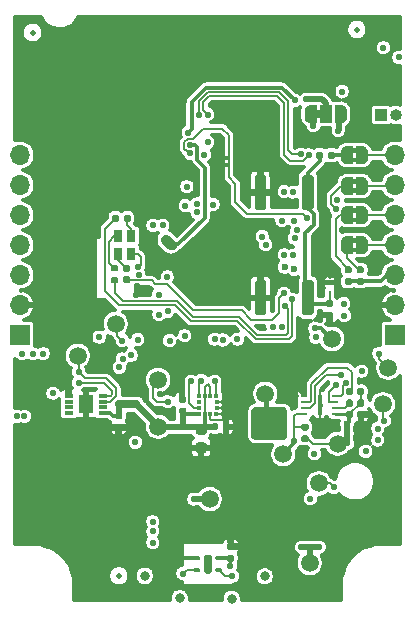
<source format=gbl>
G04 #@! TF.GenerationSoftware,KiCad,Pcbnew,(5.1.8)-1*
G04 #@! TF.CreationDate,2020-11-30T00:12:40+01:00*
G04 #@! TF.ProjectId,generic_node,67656e65-7269-4635-9f6e-6f64652e6b69,1.1*
G04 #@! TF.SameCoordinates,PX510ff40PY6422c40*
G04 #@! TF.FileFunction,Copper,L4,Bot*
G04 #@! TF.FilePolarity,Positive*
%FSLAX46Y46*%
G04 Gerber Fmt 4.6, Leading zero omitted, Abs format (unit mm)*
G04 Created by KiCad (PCBNEW (5.1.8)-1) date 2020-11-30 00:12:40*
%MOMM*%
%LPD*%
G01*
G04 APERTURE LIST*
G04 #@! TA.AperFunction,EtchedComponent*
%ADD10C,0.100000*%
G04 #@! TD*
G04 #@! TA.AperFunction,SMDPad,CuDef*
%ADD11R,0.375000X0.350000*%
G04 #@! TD*
G04 #@! TA.AperFunction,SMDPad,CuDef*
%ADD12R,0.350000X0.375000*%
G04 #@! TD*
G04 #@! TA.AperFunction,SMDPad,CuDef*
%ADD13R,0.750000X0.300000*%
G04 #@! TD*
G04 #@! TA.AperFunction,SMDPad,CuDef*
%ADD14R,1.300000X1.500000*%
G04 #@! TD*
G04 #@! TA.AperFunction,SMDPad,CuDef*
%ADD15R,0.300000X1.700000*%
G04 #@! TD*
G04 #@! TA.AperFunction,SMDPad,CuDef*
%ADD16R,0.600000X0.270000*%
G04 #@! TD*
G04 #@! TA.AperFunction,SMDPad,CuDef*
%ADD17C,0.100000*%
G04 #@! TD*
G04 #@! TA.AperFunction,ComponentPad*
%ADD18R,1.000000X1.000000*%
G04 #@! TD*
G04 #@! TA.AperFunction,ComponentPad*
%ADD19O,1.000000X1.000000*%
G04 #@! TD*
G04 #@! TA.AperFunction,ComponentPad*
%ADD20R,1.700000X1.700000*%
G04 #@! TD*
G04 #@! TA.AperFunction,ComponentPad*
%ADD21O,1.700000X1.700000*%
G04 #@! TD*
G04 #@! TA.AperFunction,SMDPad,CuDef*
%ADD22R,0.800000X1.000000*%
G04 #@! TD*
G04 #@! TA.AperFunction,SMDPad,CuDef*
%ADD23R,0.250000X0.360000*%
G04 #@! TD*
G04 #@! TA.AperFunction,SMDPad,CuDef*
%ADD24C,0.500000*%
G04 #@! TD*
G04 #@! TA.AperFunction,SMDPad,CuDef*
%ADD25R,1.000000X1.500000*%
G04 #@! TD*
G04 #@! TA.AperFunction,SMDPad,CuDef*
%ADD26C,1.500000*%
G04 #@! TD*
G04 #@! TA.AperFunction,ViaPad*
%ADD27C,0.800000*%
G04 #@! TD*
G04 #@! TA.AperFunction,ViaPad*
%ADD28C,0.550000*%
G04 #@! TD*
G04 #@! TA.AperFunction,ViaPad*
%ADD29C,0.600000*%
G04 #@! TD*
G04 #@! TA.AperFunction,ViaPad*
%ADD30C,0.450000*%
G04 #@! TD*
G04 #@! TA.AperFunction,ViaPad*
%ADD31C,0.500000*%
G04 #@! TD*
G04 #@! TA.AperFunction,Conductor*
%ADD32C,0.177800*%
G04 #@! TD*
G04 #@! TA.AperFunction,Conductor*
%ADD33C,0.197575*%
G04 #@! TD*
G04 #@! TA.AperFunction,Conductor*
%ADD34C,0.350000*%
G04 #@! TD*
G04 #@! TA.AperFunction,Conductor*
%ADD35C,0.200000*%
G04 #@! TD*
G04 #@! TA.AperFunction,Conductor*
%ADD36C,0.500000*%
G04 #@! TD*
G04 #@! TA.AperFunction,Conductor*
%ADD37C,0.550000*%
G04 #@! TD*
G04 #@! TA.AperFunction,Conductor*
%ADD38C,0.300000*%
G04 #@! TD*
G04 #@! TA.AperFunction,Conductor*
%ADD39C,0.250000*%
G04 #@! TD*
G04 #@! TA.AperFunction,Conductor*
%ADD40C,0.139700*%
G04 #@! TD*
G04 #@! TA.AperFunction,Conductor*
%ADD41C,0.700000*%
G04 #@! TD*
G04 #@! TA.AperFunction,Conductor*
%ADD42C,0.400000*%
G04 #@! TD*
G04 #@! TA.AperFunction,Conductor*
%ADD43C,0.508000*%
G04 #@! TD*
G04 #@! TA.AperFunction,Conductor*
%ADD44C,0.859502*%
G04 #@! TD*
G04 #@! TA.AperFunction,Conductor*
%ADD45C,0.152400*%
G04 #@! TD*
G04 #@! TA.AperFunction,Conductor*
%ADD46C,0.193000*%
G04 #@! TD*
G04 #@! TA.AperFunction,Conductor*
%ADD47C,0.100000*%
G04 #@! TD*
G04 APERTURE END LIST*
D10*
G36*
X12696000Y8220000D02*
G01*
X12196000Y8220000D01*
X12196000Y7820000D01*
X12696000Y7820000D01*
X12696000Y8220000D01*
G37*
G36*
X12696000Y7420000D02*
G01*
X12196000Y7420000D01*
X12196000Y7020000D01*
X12696000Y7020000D01*
X12696000Y7420000D01*
G37*
G36*
X12196000Y1940000D02*
G01*
X12696000Y1940000D01*
X12696000Y2340000D01*
X12196000Y2340000D01*
X12196000Y1940000D01*
G37*
G36*
X12196000Y2740000D02*
G01*
X12696000Y2740000D01*
X12696000Y3140000D01*
X12196000Y3140000D01*
X12196000Y2740000D01*
G37*
G36*
X9120000Y10800000D02*
G01*
X9620000Y10800000D01*
X9620000Y11400000D01*
X9120000Y11400000D01*
X9120000Y10800000D01*
G37*
G36*
X12696000Y4800000D02*
G01*
X12196000Y4800000D01*
X12196000Y4400000D01*
X12696000Y4400000D01*
X12696000Y4800000D01*
G37*
G36*
X12696000Y5600000D02*
G01*
X12196000Y5600000D01*
X12196000Y5200000D01*
X12696000Y5200000D01*
X12696000Y5600000D01*
G37*
G36*
X12196000Y200000D02*
G01*
X12696000Y200000D01*
X12696000Y600000D01*
X12196000Y600000D01*
X12196000Y200000D01*
G37*
G36*
X12196000Y-600000D02*
G01*
X12696000Y-600000D01*
X12696000Y-200000D01*
X12196000Y-200000D01*
X12196000Y-600000D01*
G37*
D11*
X-754500Y-13288803D03*
X-754500Y-13788803D03*
X770500Y-13788803D03*
X770500Y-13288803D03*
D12*
X-742000Y-14301303D03*
X-742000Y-12776303D03*
X758000Y-14301303D03*
X758000Y-12776303D03*
X258000Y-14301303D03*
X-242000Y-14301303D03*
X258000Y-12776303D03*
X-242000Y-12776303D03*
D13*
X-11750000Y-14238803D03*
X-11750000Y-13738803D03*
X-11750000Y-13238803D03*
X-11750000Y-12738803D03*
X-8850000Y-12738803D03*
X-8850000Y-13238803D03*
X-8850000Y-13738803D03*
X-8850000Y-14238803D03*
D14*
X-10300000Y-13488803D03*
G04 #@! TA.AperFunction,SMDPad,CuDef*
G36*
G01*
X375400Y-26387900D02*
X375400Y-27637900D01*
G75*
G02*
X200400Y-27812900I-175000J0D01*
G01*
X-149600Y-27812900D01*
G75*
G02*
X-324600Y-27637900I0J175000D01*
G01*
X-324600Y-26387900D01*
G75*
G02*
X-149600Y-26212900I175000J0D01*
G01*
X200400Y-26212900D01*
G75*
G02*
X375400Y-26387900I0J-175000D01*
G01*
G37*
G04 #@! TD.AperFunction*
G04 #@! TA.AperFunction,SMDPad,CuDef*
G36*
G01*
X-624600Y-26425400D02*
X-624600Y-26600400D01*
G75*
G02*
X-712100Y-26687900I-87500J0D01*
G01*
X-1087100Y-26687900D01*
G75*
G02*
X-1174600Y-26600400I0J87500D01*
G01*
X-1174600Y-26425400D01*
G75*
G02*
X-1087100Y-26337900I87500J0D01*
G01*
X-712100Y-26337900D01*
G75*
G02*
X-624600Y-26425400I0J-87500D01*
G01*
G37*
G04 #@! TD.AperFunction*
G04 #@! TA.AperFunction,SMDPad,CuDef*
G36*
G01*
X-624600Y-27425400D02*
X-624600Y-27600400D01*
G75*
G02*
X-712100Y-27687900I-87500J0D01*
G01*
X-1087100Y-27687900D01*
G75*
G02*
X-1174600Y-27600400I0J87500D01*
G01*
X-1174600Y-27425400D01*
G75*
G02*
X-1087100Y-27337900I87500J0D01*
G01*
X-712100Y-27337900D01*
G75*
G02*
X-624600Y-27425400I0J-87500D01*
G01*
G37*
G04 #@! TD.AperFunction*
G04 #@! TA.AperFunction,SMDPad,CuDef*
G36*
G01*
X1225400Y-27425400D02*
X1225400Y-27600400D01*
G75*
G02*
X1137900Y-27687900I-87500J0D01*
G01*
X762900Y-27687900D01*
G75*
G02*
X675400Y-27600400I0J87500D01*
G01*
X675400Y-27425400D01*
G75*
G02*
X762900Y-27337900I87500J0D01*
G01*
X1137900Y-27337900D01*
G75*
G02*
X1225400Y-27425400I0J-87500D01*
G01*
G37*
G04 #@! TD.AperFunction*
G04 #@! TA.AperFunction,SMDPad,CuDef*
G36*
G01*
X1225400Y-26425400D02*
X1225400Y-26600400D01*
G75*
G02*
X1137900Y-26687900I-87500J0D01*
G01*
X762900Y-26687900D01*
G75*
G02*
X675400Y-26600400I0J87500D01*
G01*
X675400Y-26425400D01*
G75*
G02*
X762900Y-26337900I87500J0D01*
G01*
X1137900Y-26337900D01*
G75*
G02*
X1225400Y-26425400I0J-87500D01*
G01*
G37*
G04 #@! TD.AperFunction*
D15*
X9512000Y-13527000D03*
D16*
X10812000Y-14277000D03*
X10812000Y-13777000D03*
X10812000Y-13277000D03*
X10812000Y-12777000D03*
X8212000Y-12777000D03*
X8212000Y-13277000D03*
X8212000Y-13777000D03*
X8212000Y-14277000D03*
G04 #@! TA.AperFunction,SMDPad,CuDef*
G36*
G01*
X-7680000Y-3245000D02*
X-8050000Y-3245000D01*
G75*
G02*
X-8185000Y-3110000I0J135000D01*
G01*
X-8185000Y-2840000D01*
G75*
G02*
X-8050000Y-2705000I135000J0D01*
G01*
X-7680000Y-2705000D01*
G75*
G02*
X-7545000Y-2840000I0J-135000D01*
G01*
X-7545000Y-3110000D01*
G75*
G02*
X-7680000Y-3245000I-135000J0D01*
G01*
G37*
G04 #@! TD.AperFunction*
G04 #@! TA.AperFunction,SMDPad,CuDef*
G36*
G01*
X-7680000Y-2225000D02*
X-8050000Y-2225000D01*
G75*
G02*
X-8185000Y-2090000I0J135000D01*
G01*
X-8185000Y-1820000D01*
G75*
G02*
X-8050000Y-1685000I135000J0D01*
G01*
X-7680000Y-1685000D01*
G75*
G02*
X-7545000Y-1820000I0J-135000D01*
G01*
X-7545000Y-2090000D01*
G75*
G02*
X-7680000Y-2225000I-135000J0D01*
G01*
G37*
G04 #@! TD.AperFunction*
G04 #@! TA.AperFunction,SMDPad,CuDef*
D17*
G36*
X11796000Y6870602D02*
G01*
X11771466Y6870602D01*
X11722635Y6875412D01*
X11674510Y6884984D01*
X11627555Y6899228D01*
X11582222Y6918005D01*
X11538949Y6941136D01*
X11498150Y6968396D01*
X11460221Y6999524D01*
X11425524Y7034221D01*
X11394396Y7072150D01*
X11367136Y7112949D01*
X11344005Y7156222D01*
X11325228Y7201555D01*
X11310984Y7248510D01*
X11301412Y7296635D01*
X11296602Y7345466D01*
X11296602Y7370000D01*
X11296000Y7370000D01*
X11296000Y7870000D01*
X11296602Y7870000D01*
X11296602Y7894534D01*
X11301412Y7943365D01*
X11310984Y7991490D01*
X11325228Y8038445D01*
X11344005Y8083778D01*
X11367136Y8127051D01*
X11394396Y8167850D01*
X11425524Y8205779D01*
X11460221Y8240476D01*
X11498150Y8271604D01*
X11538949Y8298864D01*
X11582222Y8321995D01*
X11627555Y8340772D01*
X11674510Y8355016D01*
X11722635Y8364588D01*
X11771466Y8369398D01*
X11796000Y8369398D01*
X11796000Y8370000D01*
X12296000Y8370000D01*
X12296000Y6870000D01*
X11796000Y6870000D01*
X11796000Y6870602D01*
G37*
G04 #@! TD.AperFunction*
G04 #@! TA.AperFunction,SMDPad,CuDef*
G36*
X12596000Y8370000D02*
G01*
X13096000Y8370000D01*
X13096000Y8369398D01*
X13120534Y8369398D01*
X13169365Y8364588D01*
X13217490Y8355016D01*
X13264445Y8340772D01*
X13309778Y8321995D01*
X13353051Y8298864D01*
X13393850Y8271604D01*
X13431779Y8240476D01*
X13466476Y8205779D01*
X13497604Y8167850D01*
X13524864Y8127051D01*
X13547995Y8083778D01*
X13566772Y8038445D01*
X13581016Y7991490D01*
X13590588Y7943365D01*
X13595398Y7894534D01*
X13595398Y7870000D01*
X13596000Y7870000D01*
X13596000Y7370000D01*
X13595398Y7370000D01*
X13595398Y7345466D01*
X13590588Y7296635D01*
X13581016Y7248510D01*
X13566772Y7201555D01*
X13547995Y7156222D01*
X13524864Y7112949D01*
X13497604Y7072150D01*
X13466476Y7034221D01*
X13431779Y6999524D01*
X13393850Y6968396D01*
X13353051Y6941136D01*
X13309778Y6918005D01*
X13264445Y6899228D01*
X13217490Y6884984D01*
X13169365Y6875412D01*
X13120534Y6870602D01*
X13096000Y6870602D01*
X13096000Y6870000D01*
X12596000Y6870000D01*
X12596000Y8370000D01*
G37*
G04 #@! TD.AperFunction*
D18*
X14700000Y11000000D03*
D19*
X15970000Y11000000D03*
G04 #@! TA.AperFunction,SMDPad,CuDef*
D17*
G36*
X13096000Y3289398D02*
G01*
X13120534Y3289398D01*
X13169365Y3284588D01*
X13217490Y3275016D01*
X13264445Y3260772D01*
X13309778Y3241995D01*
X13353051Y3218864D01*
X13393850Y3191604D01*
X13431779Y3160476D01*
X13466476Y3125779D01*
X13497604Y3087850D01*
X13524864Y3047051D01*
X13547995Y3003778D01*
X13566772Y2958445D01*
X13581016Y2911490D01*
X13590588Y2863365D01*
X13595398Y2814534D01*
X13595398Y2790000D01*
X13596000Y2790000D01*
X13596000Y2290000D01*
X13595398Y2290000D01*
X13595398Y2265466D01*
X13590588Y2216635D01*
X13581016Y2168510D01*
X13566772Y2121555D01*
X13547995Y2076222D01*
X13524864Y2032949D01*
X13497604Y1992150D01*
X13466476Y1954221D01*
X13431779Y1919524D01*
X13393850Y1888396D01*
X13353051Y1861136D01*
X13309778Y1838005D01*
X13264445Y1819228D01*
X13217490Y1804984D01*
X13169365Y1795412D01*
X13120534Y1790602D01*
X13096000Y1790602D01*
X13096000Y1790000D01*
X12596000Y1790000D01*
X12596000Y3290000D01*
X13096000Y3290000D01*
X13096000Y3289398D01*
G37*
G04 #@! TD.AperFunction*
G04 #@! TA.AperFunction,SMDPad,CuDef*
G36*
X12296000Y1790000D02*
G01*
X11796000Y1790000D01*
X11796000Y1790602D01*
X11771466Y1790602D01*
X11722635Y1795412D01*
X11674510Y1804984D01*
X11627555Y1819228D01*
X11582222Y1838005D01*
X11538949Y1861136D01*
X11498150Y1888396D01*
X11460221Y1919524D01*
X11425524Y1954221D01*
X11394396Y1992150D01*
X11367136Y2032949D01*
X11344005Y2076222D01*
X11325228Y2121555D01*
X11310984Y2168510D01*
X11301412Y2216635D01*
X11296602Y2265466D01*
X11296602Y2290000D01*
X11296000Y2290000D01*
X11296000Y2790000D01*
X11296602Y2790000D01*
X11296602Y2814534D01*
X11301412Y2863365D01*
X11310984Y2911490D01*
X11325228Y2958445D01*
X11344005Y3003778D01*
X11367136Y3047051D01*
X11394396Y3087850D01*
X11425524Y3125779D01*
X11460221Y3160476D01*
X11498150Y3191604D01*
X11538949Y3218864D01*
X11582222Y3241995D01*
X11627555Y3260772D01*
X11674510Y3275016D01*
X11722635Y3284588D01*
X11771466Y3289398D01*
X11796000Y3289398D01*
X11796000Y3290000D01*
X12296000Y3290000D01*
X12296000Y1790000D01*
G37*
G04 #@! TD.AperFunction*
D20*
X15875000Y-7620000D03*
D21*
X15875000Y-5080000D03*
X15875000Y-2540000D03*
X15875000Y0D03*
X15875000Y2540000D03*
X15875000Y5080000D03*
X15875000Y7620000D03*
G04 #@! TA.AperFunction,SMDPad,CuDef*
G36*
G01*
X1874000Y-15201000D02*
X1874000Y-15541000D01*
G75*
G02*
X1734000Y-15681000I-140000J0D01*
G01*
X1454000Y-15681000D01*
G75*
G02*
X1314000Y-15541000I0J140000D01*
G01*
X1314000Y-15201000D01*
G75*
G02*
X1454000Y-15061000I140000J0D01*
G01*
X1734000Y-15061000D01*
G75*
G02*
X1874000Y-15201000I0J-140000D01*
G01*
G37*
G04 #@! TD.AperFunction*
G04 #@! TA.AperFunction,SMDPad,CuDef*
G36*
G01*
X914000Y-15201000D02*
X914000Y-15541000D01*
G75*
G02*
X774000Y-15681000I-140000J0D01*
G01*
X494000Y-15681000D01*
G75*
G02*
X354000Y-15541000I0J140000D01*
G01*
X354000Y-15201000D01*
G75*
G02*
X494000Y-15061000I140000J0D01*
G01*
X774000Y-15061000D01*
G75*
G02*
X914000Y-15201000I0J-140000D01*
G01*
G37*
G04 #@! TD.AperFunction*
G04 #@! TA.AperFunction,SMDPad,CuDef*
G36*
G01*
X-280000Y-17605000D02*
X-780000Y-17605000D01*
G75*
G02*
X-1005000Y-17380000I0J225000D01*
G01*
X-1005000Y-16930000D01*
G75*
G02*
X-780000Y-16705000I225000J0D01*
G01*
X-280000Y-16705000D01*
G75*
G02*
X-55000Y-16930000I0J-225000D01*
G01*
X-55000Y-17380000D01*
G75*
G02*
X-280000Y-17605000I-225000J0D01*
G01*
G37*
G04 #@! TD.AperFunction*
G04 #@! TA.AperFunction,SMDPad,CuDef*
G36*
G01*
X-280000Y-16055000D02*
X-780000Y-16055000D01*
G75*
G02*
X-1005000Y-15830000I0J225000D01*
G01*
X-1005000Y-15380000D01*
G75*
G02*
X-780000Y-15155000I225000J0D01*
G01*
X-280000Y-15155000D01*
G75*
G02*
X-55000Y-15380000I0J-225000D01*
G01*
X-55000Y-15830000D01*
G75*
G02*
X-280000Y-16055000I-225000J0D01*
G01*
G37*
G04 #@! TD.AperFunction*
D20*
X-15875000Y-7620000D03*
D21*
X-15875000Y-5080000D03*
X-15875000Y-2540000D03*
X-15875000Y0D03*
X-15875000Y2540000D03*
X-15875000Y5080000D03*
X-15875000Y7620000D03*
G04 #@! TA.AperFunction,SMDPad,CuDef*
G36*
G01*
X12320000Y-14157500D02*
X12320000Y-14502500D01*
G75*
G02*
X12172500Y-14650000I-147500J0D01*
G01*
X11877500Y-14650000D01*
G75*
G02*
X11730000Y-14502500I0J147500D01*
G01*
X11730000Y-14157500D01*
G75*
G02*
X11877500Y-14010000I147500J0D01*
G01*
X12172500Y-14010000D01*
G75*
G02*
X12320000Y-14157500I0J-147500D01*
G01*
G37*
G04 #@! TD.AperFunction*
G04 #@! TA.AperFunction,SMDPad,CuDef*
G36*
G01*
X13290000Y-14157500D02*
X13290000Y-14502500D01*
G75*
G02*
X13142500Y-14650000I-147500J0D01*
G01*
X12847500Y-14650000D01*
G75*
G02*
X12700000Y-14502500I0J147500D01*
G01*
X12700000Y-14157500D01*
G75*
G02*
X12847500Y-14010000I147500J0D01*
G01*
X13142500Y-14010000D01*
G75*
G02*
X13290000Y-14157500I0J-147500D01*
G01*
G37*
G04 #@! TD.AperFunction*
G04 #@! TA.AperFunction,SMDPad,CuDef*
G36*
G01*
X-2267500Y-13749000D02*
X-1922500Y-13749000D01*
G75*
G02*
X-1775000Y-13896500I0J-147500D01*
G01*
X-1775000Y-14191500D01*
G75*
G02*
X-1922500Y-14339000I-147500J0D01*
G01*
X-2267500Y-14339000D01*
G75*
G02*
X-2415000Y-14191500I0J147500D01*
G01*
X-2415000Y-13896500D01*
G75*
G02*
X-2267500Y-13749000I147500J0D01*
G01*
G37*
G04 #@! TD.AperFunction*
G04 #@! TA.AperFunction,SMDPad,CuDef*
G36*
G01*
X-2267500Y-12779000D02*
X-1922500Y-12779000D01*
G75*
G02*
X-1775000Y-12926500I0J-147500D01*
G01*
X-1775000Y-13221500D01*
G75*
G02*
X-1922500Y-13369000I-147500J0D01*
G01*
X-2267500Y-13369000D01*
G75*
G02*
X-2415000Y-13221500I0J147500D01*
G01*
X-2415000Y-12926500D01*
G75*
G02*
X-2267500Y-12779000I147500J0D01*
G01*
G37*
G04 #@! TD.AperFunction*
G04 #@! TA.AperFunction,SMDPad,CuDef*
G36*
G01*
X1780500Y-25229000D02*
X2125500Y-25229000D01*
G75*
G02*
X2273000Y-25376500I0J-147500D01*
G01*
X2273000Y-25671500D01*
G75*
G02*
X2125500Y-25819000I-147500J0D01*
G01*
X1780500Y-25819000D01*
G75*
G02*
X1633000Y-25671500I0J147500D01*
G01*
X1633000Y-25376500D01*
G75*
G02*
X1780500Y-25229000I147500J0D01*
G01*
G37*
G04 #@! TD.AperFunction*
G04 #@! TA.AperFunction,SMDPad,CuDef*
G36*
G01*
X1780500Y-26199000D02*
X2125500Y-26199000D01*
G75*
G02*
X2273000Y-26346500I0J-147500D01*
G01*
X2273000Y-26641500D01*
G75*
G02*
X2125500Y-26789000I-147500J0D01*
G01*
X1780500Y-26789000D01*
G75*
G02*
X1633000Y-26641500I0J147500D01*
G01*
X1633000Y-26346500D01*
G75*
G02*
X1780500Y-26199000I147500J0D01*
G01*
G37*
G04 #@! TD.AperFunction*
G04 #@! TA.AperFunction,SMDPad,CuDef*
G36*
G01*
X-7347500Y-15730000D02*
X-7692500Y-15730000D01*
G75*
G02*
X-7840000Y-15582500I0J147500D01*
G01*
X-7840000Y-15287500D01*
G75*
G02*
X-7692500Y-15140000I147500J0D01*
G01*
X-7347500Y-15140000D01*
G75*
G02*
X-7200000Y-15287500I0J-147500D01*
G01*
X-7200000Y-15582500D01*
G75*
G02*
X-7347500Y-15730000I-147500J0D01*
G01*
G37*
G04 #@! TD.AperFunction*
G04 #@! TA.AperFunction,SMDPad,CuDef*
G36*
G01*
X-7347500Y-14760000D02*
X-7692500Y-14760000D01*
G75*
G02*
X-7840000Y-14612500I0J147500D01*
G01*
X-7840000Y-14317500D01*
G75*
G02*
X-7692500Y-14170000I147500J0D01*
G01*
X-7347500Y-14170000D01*
G75*
G02*
X-7200000Y-14317500I0J-147500D01*
G01*
X-7200000Y-14612500D01*
G75*
G02*
X-7347500Y-14760000I-147500J0D01*
G01*
G37*
G04 #@! TD.AperFunction*
G04 #@! TA.AperFunction,SMDPad,CuDef*
G36*
G01*
X10522500Y-6230000D02*
X10177500Y-6230000D01*
G75*
G02*
X10030000Y-6082500I0J147500D01*
G01*
X10030000Y-5787500D01*
G75*
G02*
X10177500Y-5640000I147500J0D01*
G01*
X10522500Y-5640000D01*
G75*
G02*
X10670000Y-5787500I0J-147500D01*
G01*
X10670000Y-6082500D01*
G75*
G02*
X10522500Y-6230000I-147500J0D01*
G01*
G37*
G04 #@! TD.AperFunction*
G04 #@! TA.AperFunction,SMDPad,CuDef*
G36*
G01*
X10522500Y-5260000D02*
X10177500Y-5260000D01*
G75*
G02*
X10030000Y-5112500I0J147500D01*
G01*
X10030000Y-4817500D01*
G75*
G02*
X10177500Y-4670000I147500J0D01*
G01*
X10522500Y-4670000D01*
G75*
G02*
X10670000Y-4817500I0J-147500D01*
G01*
X10670000Y-5112500D01*
G75*
G02*
X10522500Y-5260000I-147500J0D01*
G01*
G37*
G04 #@! TD.AperFunction*
G04 #@! TA.AperFunction,SMDPad,CuDef*
G36*
G01*
X13294000Y-13196500D02*
X13294000Y-13541500D01*
G75*
G02*
X13146500Y-13689000I-147500J0D01*
G01*
X12851500Y-13689000D01*
G75*
G02*
X12704000Y-13541500I0J147500D01*
G01*
X12704000Y-13196500D01*
G75*
G02*
X12851500Y-13049000I147500J0D01*
G01*
X13146500Y-13049000D01*
G75*
G02*
X13294000Y-13196500I0J-147500D01*
G01*
G37*
G04 #@! TD.AperFunction*
G04 #@! TA.AperFunction,SMDPad,CuDef*
G36*
G01*
X12324000Y-13196500D02*
X12324000Y-13541500D01*
G75*
G02*
X12176500Y-13689000I-147500J0D01*
G01*
X11881500Y-13689000D01*
G75*
G02*
X11734000Y-13541500I0J147500D01*
G01*
X11734000Y-13196500D01*
G75*
G02*
X11881500Y-13049000I147500J0D01*
G01*
X12176500Y-13049000D01*
G75*
G02*
X12324000Y-13196500I0J-147500D01*
G01*
G37*
G04 #@! TD.AperFunction*
G04 #@! TA.AperFunction,SMDPad,CuDef*
G36*
G01*
X12781500Y-1808000D02*
X13126500Y-1808000D01*
G75*
G02*
X13274000Y-1955500I0J-147500D01*
G01*
X13274000Y-2250500D01*
G75*
G02*
X13126500Y-2398000I-147500J0D01*
G01*
X12781500Y-2398000D01*
G75*
G02*
X12634000Y-2250500I0J147500D01*
G01*
X12634000Y-1955500D01*
G75*
G02*
X12781500Y-1808000I147500J0D01*
G01*
G37*
G04 #@! TD.AperFunction*
G04 #@! TA.AperFunction,SMDPad,CuDef*
G36*
G01*
X12781500Y-2778000D02*
X13126500Y-2778000D01*
G75*
G02*
X13274000Y-2925500I0J-147500D01*
G01*
X13274000Y-3220500D01*
G75*
G02*
X13126500Y-3368000I-147500J0D01*
G01*
X12781500Y-3368000D01*
G75*
G02*
X12634000Y-3220500I0J147500D01*
G01*
X12634000Y-2925500D01*
G75*
G02*
X12781500Y-2778000I147500J0D01*
G01*
G37*
G04 #@! TD.AperFunction*
G04 #@! TA.AperFunction,SMDPad,CuDef*
G36*
G01*
X13280000Y-12227500D02*
X13280000Y-12572500D01*
G75*
G02*
X13132500Y-12720000I-147500J0D01*
G01*
X12837500Y-12720000D01*
G75*
G02*
X12690000Y-12572500I0J147500D01*
G01*
X12690000Y-12227500D01*
G75*
G02*
X12837500Y-12080000I147500J0D01*
G01*
X13132500Y-12080000D01*
G75*
G02*
X13280000Y-12227500I0J-147500D01*
G01*
G37*
G04 #@! TD.AperFunction*
G04 #@! TA.AperFunction,SMDPad,CuDef*
G36*
G01*
X12310000Y-12227500D02*
X12310000Y-12572500D01*
G75*
G02*
X12162500Y-12720000I-147500J0D01*
G01*
X11867500Y-12720000D01*
G75*
G02*
X11720000Y-12572500I0J147500D01*
G01*
X11720000Y-12227500D01*
G75*
G02*
X11867500Y-12080000I147500J0D01*
G01*
X12162500Y-12080000D01*
G75*
G02*
X12310000Y-12227500I0J-147500D01*
G01*
G37*
G04 #@! TD.AperFunction*
G04 #@! TA.AperFunction,SMDPad,CuDef*
G36*
G01*
X9810000Y7772500D02*
X9810000Y7427500D01*
G75*
G02*
X9662500Y7280000I-147500J0D01*
G01*
X9367500Y7280000D01*
G75*
G02*
X9220000Y7427500I0J147500D01*
G01*
X9220000Y7772500D01*
G75*
G02*
X9367500Y7920000I147500J0D01*
G01*
X9662500Y7920000D01*
G75*
G02*
X9810000Y7772500I0J-147500D01*
G01*
G37*
G04 #@! TD.AperFunction*
G04 #@! TA.AperFunction,SMDPad,CuDef*
G36*
G01*
X10780000Y7772500D02*
X10780000Y7427500D01*
G75*
G02*
X10632500Y7280000I-147500J0D01*
G01*
X10337500Y7280000D01*
G75*
G02*
X10190000Y7427500I0J147500D01*
G01*
X10190000Y7772500D01*
G75*
G02*
X10337500Y7920000I147500J0D01*
G01*
X10632500Y7920000D01*
G75*
G02*
X10780000Y7772500I0J-147500D01*
G01*
G37*
G04 #@! TD.AperFunction*
G04 #@! TA.AperFunction,SMDPad,CuDef*
G36*
G01*
X-6676500Y-3245000D02*
X-7021500Y-3245000D01*
G75*
G02*
X-7169000Y-3097500I0J147500D01*
G01*
X-7169000Y-2802500D01*
G75*
G02*
X-7021500Y-2655000I147500J0D01*
G01*
X-6676500Y-2655000D01*
G75*
G02*
X-6529000Y-2802500I0J-147500D01*
G01*
X-6529000Y-3097500D01*
G75*
G02*
X-6676500Y-3245000I-147500J0D01*
G01*
G37*
G04 #@! TD.AperFunction*
G04 #@! TA.AperFunction,SMDPad,CuDef*
G36*
G01*
X-6676500Y-2275000D02*
X-7021500Y-2275000D01*
G75*
G02*
X-7169000Y-2127500I0J147500D01*
G01*
X-7169000Y-1832500D01*
G75*
G02*
X-7021500Y-1685000I147500J0D01*
G01*
X-6676500Y-1685000D01*
G75*
G02*
X-6529000Y-1832500I0J-147500D01*
G01*
X-6529000Y-2127500D01*
G75*
G02*
X-6676500Y-2275000I-147500J0D01*
G01*
G37*
G04 #@! TD.AperFunction*
D22*
X-6450000Y750000D03*
X-6450000Y-750000D03*
X-7550000Y-750000D03*
X-7550000Y750000D03*
G04 #@! TA.AperFunction,SMDPad,CuDef*
G36*
G01*
X8422500Y-15710000D02*
X8077500Y-15710000D01*
G75*
G02*
X7930000Y-15562500I0J147500D01*
G01*
X7930000Y-15267500D01*
G75*
G02*
X8077500Y-15120000I147500J0D01*
G01*
X8422500Y-15120000D01*
G75*
G02*
X8570000Y-15267500I0J-147500D01*
G01*
X8570000Y-15562500D01*
G75*
G02*
X8422500Y-15710000I-147500J0D01*
G01*
G37*
G04 #@! TD.AperFunction*
G04 #@! TA.AperFunction,SMDPad,CuDef*
G36*
G01*
X8422500Y-16680000D02*
X8077500Y-16680000D01*
G75*
G02*
X7930000Y-16532500I0J147500D01*
G01*
X7930000Y-16237500D01*
G75*
G02*
X8077500Y-16090000I147500J0D01*
G01*
X8422500Y-16090000D01*
G75*
G02*
X8570000Y-16237500I0J-147500D01*
G01*
X8570000Y-16532500D01*
G75*
G02*
X8422500Y-16680000I-147500J0D01*
G01*
G37*
G04 #@! TD.AperFunction*
G04 #@! TA.AperFunction,SMDPad,CuDef*
G36*
G01*
X12110500Y-2398000D02*
X11765500Y-2398000D01*
G75*
G02*
X11618000Y-2250500I0J147500D01*
G01*
X11618000Y-1955500D01*
G75*
G02*
X11765500Y-1808000I147500J0D01*
G01*
X12110500Y-1808000D01*
G75*
G02*
X12258000Y-1955500I0J-147500D01*
G01*
X12258000Y-2250500D01*
G75*
G02*
X12110500Y-2398000I-147500J0D01*
G01*
G37*
G04 #@! TD.AperFunction*
G04 #@! TA.AperFunction,SMDPad,CuDef*
G36*
G01*
X12110500Y-3368000D02*
X11765500Y-3368000D01*
G75*
G02*
X11618000Y-3220500I0J147500D01*
G01*
X11618000Y-2925500D01*
G75*
G02*
X11765500Y-2778000I147500J0D01*
G01*
X12110500Y-2778000D01*
G75*
G02*
X12258000Y-2925500I0J-147500D01*
G01*
X12258000Y-3220500D01*
G75*
G02*
X12110500Y-3368000I-147500J0D01*
G01*
G37*
G04 #@! TD.AperFunction*
D23*
X10350000Y-4020000D03*
X10350000Y-3180000D03*
D24*
X-7500000Y-28000000D03*
G04 #@! TA.AperFunction,SMDPad,CuDef*
D17*
G36*
X9270000Y10350000D02*
G01*
X8720000Y10350000D01*
X8720000Y10350602D01*
X8695466Y10350602D01*
X8646635Y10355412D01*
X8598510Y10364984D01*
X8551555Y10379228D01*
X8506222Y10398005D01*
X8462949Y10421136D01*
X8422150Y10448396D01*
X8384221Y10479524D01*
X8349524Y10514221D01*
X8318396Y10552150D01*
X8291136Y10592949D01*
X8268005Y10636222D01*
X8249228Y10681555D01*
X8234984Y10728510D01*
X8225412Y10776635D01*
X8220602Y10825466D01*
X8220602Y10850000D01*
X8220000Y10850000D01*
X8220000Y11350000D01*
X8220602Y11350000D01*
X8220602Y11374534D01*
X8225412Y11423365D01*
X8234984Y11471490D01*
X8249228Y11518445D01*
X8268005Y11563778D01*
X8291136Y11607051D01*
X8318396Y11647850D01*
X8349524Y11685779D01*
X8384221Y11720476D01*
X8422150Y11751604D01*
X8462949Y11778864D01*
X8506222Y11801995D01*
X8551555Y11820772D01*
X8598510Y11835016D01*
X8646635Y11844588D01*
X8695466Y11849398D01*
X8720000Y11849398D01*
X8720000Y11850000D01*
X9270000Y11850000D01*
X9270000Y10350000D01*
G37*
G04 #@! TD.AperFunction*
D25*
X10020000Y11100000D03*
G04 #@! TA.AperFunction,SMDPad,CuDef*
D17*
G36*
X11320000Y11849398D02*
G01*
X11344534Y11849398D01*
X11393365Y11844588D01*
X11441490Y11835016D01*
X11488445Y11820772D01*
X11533778Y11801995D01*
X11577051Y11778864D01*
X11617850Y11751604D01*
X11655779Y11720476D01*
X11690476Y11685779D01*
X11721604Y11647850D01*
X11748864Y11607051D01*
X11771995Y11563778D01*
X11790772Y11518445D01*
X11805016Y11471490D01*
X11814588Y11423365D01*
X11819398Y11374534D01*
X11819398Y11350000D01*
X11820000Y11350000D01*
X11820000Y10850000D01*
X11819398Y10850000D01*
X11819398Y10825466D01*
X11814588Y10776635D01*
X11805016Y10728510D01*
X11790772Y10681555D01*
X11771995Y10636222D01*
X11748864Y10592949D01*
X11721604Y10552150D01*
X11690476Y10514221D01*
X11655779Y10479524D01*
X11617850Y10448396D01*
X11577051Y10421136D01*
X11533778Y10398005D01*
X11488445Y10379228D01*
X11441490Y10364984D01*
X11393365Y10355412D01*
X11344534Y10350602D01*
X11320000Y10350602D01*
X11320000Y10350000D01*
X10770000Y10350000D01*
X10770000Y11850000D01*
X11320000Y11850000D01*
X11320000Y11849398D01*
G37*
G04 #@! TD.AperFunction*
G04 #@! TA.AperFunction,SMDPad,CuDef*
G36*
X11796000Y4250602D02*
G01*
X11771466Y4250602D01*
X11722635Y4255412D01*
X11674510Y4264984D01*
X11627555Y4279228D01*
X11582222Y4298005D01*
X11538949Y4321136D01*
X11498150Y4348396D01*
X11460221Y4379524D01*
X11425524Y4414221D01*
X11394396Y4452150D01*
X11367136Y4492949D01*
X11344005Y4536222D01*
X11325228Y4581555D01*
X11310984Y4628510D01*
X11301412Y4676635D01*
X11296602Y4725466D01*
X11296602Y4750000D01*
X11296000Y4750000D01*
X11296000Y5250000D01*
X11296602Y5250000D01*
X11296602Y5274534D01*
X11301412Y5323365D01*
X11310984Y5371490D01*
X11325228Y5418445D01*
X11344005Y5463778D01*
X11367136Y5507051D01*
X11394396Y5547850D01*
X11425524Y5585779D01*
X11460221Y5620476D01*
X11498150Y5651604D01*
X11538949Y5678864D01*
X11582222Y5701995D01*
X11627555Y5720772D01*
X11674510Y5735016D01*
X11722635Y5744588D01*
X11771466Y5749398D01*
X11796000Y5749398D01*
X11796000Y5750000D01*
X12296000Y5750000D01*
X12296000Y4250000D01*
X11796000Y4250000D01*
X11796000Y4250602D01*
G37*
G04 #@! TD.AperFunction*
G04 #@! TA.AperFunction,SMDPad,CuDef*
G36*
X12596000Y5750000D02*
G01*
X13096000Y5750000D01*
X13096000Y5749398D01*
X13120534Y5749398D01*
X13169365Y5744588D01*
X13217490Y5735016D01*
X13264445Y5720772D01*
X13309778Y5701995D01*
X13353051Y5678864D01*
X13393850Y5651604D01*
X13431779Y5620476D01*
X13466476Y5585779D01*
X13497604Y5547850D01*
X13524864Y5507051D01*
X13547995Y5463778D01*
X13566772Y5418445D01*
X13581016Y5371490D01*
X13590588Y5323365D01*
X13595398Y5274534D01*
X13595398Y5250000D01*
X13596000Y5250000D01*
X13596000Y4750000D01*
X13595398Y4750000D01*
X13595398Y4725466D01*
X13590588Y4676635D01*
X13581016Y4628510D01*
X13566772Y4581555D01*
X13547995Y4536222D01*
X13524864Y4492949D01*
X13497604Y4452150D01*
X13466476Y4414221D01*
X13431779Y4379524D01*
X13393850Y4348396D01*
X13353051Y4321136D01*
X13309778Y4298005D01*
X13264445Y4279228D01*
X13217490Y4264984D01*
X13169365Y4255412D01*
X13120534Y4250602D01*
X13096000Y4250602D01*
X13096000Y4250000D01*
X12596000Y4250000D01*
X12596000Y5750000D01*
G37*
G04 #@! TD.AperFunction*
G04 #@! TA.AperFunction,SMDPad,CuDef*
G36*
X13096000Y749398D02*
G01*
X13120534Y749398D01*
X13169365Y744588D01*
X13217490Y735016D01*
X13264445Y720772D01*
X13309778Y701995D01*
X13353051Y678864D01*
X13393850Y651604D01*
X13431779Y620476D01*
X13466476Y585779D01*
X13497604Y547850D01*
X13524864Y507051D01*
X13547995Y463778D01*
X13566772Y418445D01*
X13581016Y371490D01*
X13590588Y323365D01*
X13595398Y274534D01*
X13595398Y250000D01*
X13596000Y250000D01*
X13596000Y-250000D01*
X13595398Y-250000D01*
X13595398Y-274534D01*
X13590588Y-323365D01*
X13581016Y-371490D01*
X13566772Y-418445D01*
X13547995Y-463778D01*
X13524864Y-507051D01*
X13497604Y-547850D01*
X13466476Y-585779D01*
X13431779Y-620476D01*
X13393850Y-651604D01*
X13353051Y-678864D01*
X13309778Y-701995D01*
X13264445Y-720772D01*
X13217490Y-735016D01*
X13169365Y-744588D01*
X13120534Y-749398D01*
X13096000Y-749398D01*
X13096000Y-750000D01*
X12596000Y-750000D01*
X12596000Y750000D01*
X13096000Y750000D01*
X13096000Y749398D01*
G37*
G04 #@! TD.AperFunction*
G04 #@! TA.AperFunction,SMDPad,CuDef*
G36*
X12296000Y-750000D02*
G01*
X11796000Y-750000D01*
X11796000Y-749398D01*
X11771466Y-749398D01*
X11722635Y-744588D01*
X11674510Y-735016D01*
X11627555Y-720772D01*
X11582222Y-701995D01*
X11538949Y-678864D01*
X11498150Y-651604D01*
X11460221Y-620476D01*
X11425524Y-585779D01*
X11394396Y-547850D01*
X11367136Y-507051D01*
X11344005Y-463778D01*
X11325228Y-418445D01*
X11310984Y-371490D01*
X11301412Y-323365D01*
X11296602Y-274534D01*
X11296602Y-250000D01*
X11296000Y-250000D01*
X11296000Y250000D01*
X11296602Y250000D01*
X11296602Y274534D01*
X11301412Y323365D01*
X11310984Y371490D01*
X11325228Y418445D01*
X11344005Y463778D01*
X11367136Y507051D01*
X11394396Y547850D01*
X11425524Y585779D01*
X11460221Y620476D01*
X11498150Y651604D01*
X11538949Y678864D01*
X11582222Y701995D01*
X11627555Y720772D01*
X11674510Y735016D01*
X11722635Y744588D01*
X11771466Y749398D01*
X11796000Y749398D01*
X11796000Y750000D01*
X12296000Y750000D01*
X12296000Y-750000D01*
G37*
G04 #@! TD.AperFunction*
G04 #@! TA.AperFunction,SMDPad,CuDef*
G36*
G01*
X-8065000Y2074000D02*
X-8065000Y2444000D01*
G75*
G02*
X-7930000Y2579000I135000J0D01*
G01*
X-7660000Y2579000D01*
G75*
G02*
X-7525000Y2444000I0J-135000D01*
G01*
X-7525000Y2074000D01*
G75*
G02*
X-7660000Y1939000I-135000J0D01*
G01*
X-7930000Y1939000D01*
G75*
G02*
X-8065000Y2074000I0J135000D01*
G01*
G37*
G04 #@! TD.AperFunction*
G04 #@! TA.AperFunction,SMDPad,CuDef*
G36*
G01*
X-7045000Y2074000D02*
X-7045000Y2444000D01*
G75*
G02*
X-6910000Y2579000I135000J0D01*
G01*
X-6640000Y2579000D01*
G75*
G02*
X-6505000Y2444000I0J-135000D01*
G01*
X-6505000Y2074000D01*
G75*
G02*
X-6640000Y1939000I-135000J0D01*
G01*
X-6910000Y1939000D01*
G75*
G02*
X-7045000Y2074000I0J135000D01*
G01*
G37*
G04 #@! TD.AperFunction*
D26*
X8660000Y-26910000D03*
X190000Y-21500000D03*
X10550000Y-7950000D03*
X-4175000Y-11425000D03*
X4900000Y-12580000D03*
D24*
X-14800000Y18000000D03*
D26*
X6420000Y-17710000D03*
X15300000Y-10380000D03*
X9440000Y-20170000D03*
X14860000Y-13490000D03*
X11037000Y-16824000D03*
X-4174000Y-15377000D03*
X-7760000Y-6680000D03*
X-10979000Y-9360000D03*
D24*
X12650000Y18250000D03*
G04 #@! TA.AperFunction,SMDPad,CuDef*
G36*
G01*
X4800000Y2950000D02*
X4200000Y2950000D01*
G75*
G02*
X4000000Y3150000I0J200000D01*
G01*
X4000000Y5750000D01*
G75*
G02*
X4200000Y5950000I200000J0D01*
G01*
X4800000Y5950000D01*
G75*
G02*
X5000000Y5750000I0J-200000D01*
G01*
X5000000Y3150000D01*
G75*
G02*
X4800000Y2950000I-200000J0D01*
G01*
G37*
G04 #@! TD.AperFunction*
G04 #@! TA.AperFunction,SMDPad,CuDef*
G36*
G01*
X4800000Y-5950000D02*
X4200000Y-5950000D01*
G75*
G02*
X4000000Y-5750000I0J200000D01*
G01*
X4000000Y-3150000D01*
G75*
G02*
X4200000Y-2950000I200000J0D01*
G01*
X4800000Y-2950000D01*
G75*
G02*
X5000000Y-3150000I0J-200000D01*
G01*
X5000000Y-5750000D01*
G75*
G02*
X4800000Y-5950000I-200000J0D01*
G01*
G37*
G04 #@! TD.AperFunction*
G04 #@! TA.AperFunction,SMDPad,CuDef*
G36*
G01*
X8800000Y2950000D02*
X8200000Y2950000D01*
G75*
G02*
X8000000Y3150000I0J200000D01*
G01*
X8000000Y5750000D01*
G75*
G02*
X8200000Y5950000I200000J0D01*
G01*
X8800000Y5950000D01*
G75*
G02*
X9000000Y5750000I0J-200000D01*
G01*
X9000000Y3150000D01*
G75*
G02*
X8800000Y2950000I-200000J0D01*
G01*
G37*
G04 #@! TD.AperFunction*
G04 #@! TA.AperFunction,SMDPad,CuDef*
G36*
G01*
X8800000Y-5950000D02*
X8200000Y-5950000D01*
G75*
G02*
X8000000Y-5750000I0J200000D01*
G01*
X8000000Y-3150000D01*
G75*
G02*
X8200000Y-2950000I200000J0D01*
G01*
X8800000Y-2950000D01*
G75*
G02*
X9000000Y-3150000I0J-200000D01*
G01*
X9000000Y-5750000D01*
G75*
G02*
X8800000Y-5950000I-200000J0D01*
G01*
G37*
G04 #@! TD.AperFunction*
D27*
X-5300000Y-28000000D03*
X4850000Y-28050000D03*
X-2350000Y-29900000D03*
D28*
X14900000Y16700000D03*
X16200000Y15900000D03*
D27*
X2050000Y-29922568D03*
D28*
X2477600Y-3407200D03*
X1156800Y-4778800D03*
X-265600Y-4778800D03*
X2477600Y-2035600D03*
X1156800Y-2035600D03*
X-265600Y-2035600D03*
X2477600Y-4778800D03*
D27*
X-2450000Y-23700000D03*
X-2450000Y-25750000D03*
D28*
X7520000Y-28980000D03*
X-6100000Y-21525000D03*
X-6125000Y-19375000D03*
X2620000Y-19080000D03*
D29*
X7900000Y-18150000D03*
X7900000Y-19200000D03*
X7900000Y-20150000D03*
X7900000Y-21200000D03*
D28*
X2300000Y-11525000D03*
X9375000Y-16025000D03*
X9960000Y-9700000D03*
X-10000000Y6420000D03*
X10000000Y14540000D03*
X10000000Y6650000D03*
X-14780000Y-13240000D03*
X5575000Y-9850000D03*
X6200000Y-10800000D03*
X4500000Y-6930000D03*
X-265600Y-3407200D03*
X1120000Y-3408500D03*
X-9080000Y-5210000D03*
X6212590Y-10112800D03*
D29*
X9500000Y-15250000D03*
D28*
X-3375000Y-17275000D03*
X-14994811Y-11441316D03*
X1000Y-23693000D03*
X11550000Y-18350000D03*
X-12280000Y-23870000D03*
X-11090000Y-22800000D03*
X-3075000Y-12499996D03*
X-9961509Y-1471888D03*
X-4464777Y-8031078D03*
X5500000Y-9148581D03*
X-2300000Y-11500000D03*
X-14050000Y11250000D03*
X-25000Y18700000D03*
X-4039010Y-12594522D03*
X-3382302Y-1542698D03*
X1970000Y-13150000D03*
X2640000Y-13270000D03*
X-5722588Y2000006D03*
X-9983000Y-2169000D03*
D30*
X-190000Y14030000D03*
X220000Y14390000D03*
X654000Y14755000D03*
X-7542000Y17500000D03*
X-3516000Y17500000D03*
X-5160000Y17500000D03*
X-6281000Y17500000D03*
X-9950000Y15100000D03*
X3700000Y14850000D03*
X3150000Y14875000D03*
X2500000Y14875000D03*
X1825000Y14875000D03*
X1200000Y14850000D03*
X-7800000Y16025000D03*
X-8270000Y15670000D03*
X-8675000Y15250000D03*
X-9225000Y15100000D03*
X-10600000Y15150000D03*
X-11250000Y15225000D03*
X-11900000Y15275000D03*
X-12550000Y15300000D03*
X-12550000Y13500000D03*
X-11975000Y13525000D03*
X-11375000Y13575000D03*
X-10800000Y13625000D03*
X-1600000Y13925000D03*
X4675000Y14018000D03*
X4220000Y14410000D03*
X5405000Y5975000D03*
X5405000Y6595000D03*
X5405000Y7215000D03*
X5405000Y7835000D03*
X5405000Y8455000D03*
X5405000Y9075000D03*
X5405000Y9695000D03*
X5405000Y10315000D03*
X5405000Y10935000D03*
X5405000Y11500000D03*
X3975000Y11300000D03*
X3975000Y9935000D03*
X3975000Y7455000D03*
X3975000Y6835000D03*
X3975000Y10675000D03*
X3975000Y9315000D03*
X3975000Y8075000D03*
X3975000Y8695000D03*
X3975000Y12000000D03*
X3100000Y5975000D03*
X3100000Y10935000D03*
X3100000Y8455000D03*
X3100000Y7835000D03*
X3100000Y11500000D03*
X3100000Y10315000D03*
X3100000Y9075000D03*
X3100000Y9695000D03*
X3100000Y12050000D03*
X-1925000Y12175000D03*
X-2647000Y12082000D03*
X-2612000Y11538000D03*
X-2500000Y10600000D03*
X-2525000Y10000000D03*
X-2525000Y9475000D03*
X-2525000Y8900000D03*
X-2525000Y8350000D03*
X-2525000Y7800000D03*
X-2525000Y7200000D03*
X-2500000Y6425000D03*
X-2475000Y5400000D03*
X750000Y6175000D03*
X775000Y6770000D03*
X775000Y7365000D03*
X750000Y7960000D03*
X760000Y8555000D03*
X725000Y9150000D03*
X775000Y10475000D03*
X800000Y10975000D03*
X825000Y11500000D03*
X800000Y11975000D03*
X200000Y11850000D03*
X-4875000Y8695000D03*
X-4875000Y4975000D03*
X-4875000Y5595000D03*
X-4875000Y8075000D03*
X-4875000Y9315000D03*
X-4875000Y6215000D03*
X-4875000Y9935000D03*
X-4875000Y11675000D03*
X-4875000Y12225000D03*
X-4875000Y12800000D03*
X-4725000Y13425000D03*
X-4100000Y13510000D03*
X-2110000Y13370000D03*
D28*
X-15554009Y14684300D03*
X-15554009Y11172300D03*
X-15554009Y-16923700D03*
X-15554009Y-19733300D03*
X-15554009Y-23245300D03*
X-14149209Y9767500D03*
X-14149209Y-18328500D03*
X-14149209Y-21138100D03*
X-14149209Y-24650100D03*
X-13446809Y6255500D03*
X-12744409Y11172300D03*
X-12744409Y8362700D03*
X-12744409Y-16923700D03*
X-12744409Y-19733300D03*
X-12744409Y-22542900D03*
X-12042009Y16791500D03*
X-12042009Y4850700D03*
X-12042009Y-25352500D03*
X-11339609Y9767500D03*
X-11339609Y-18328500D03*
X-11339609Y-21138100D03*
X-10637209Y-27459700D03*
X-9232409Y-16923700D03*
X-9232409Y-19733300D03*
X-9232409Y-28864500D03*
X-8530009Y12577100D03*
X-8530009Y9767500D03*
X-8530009Y6957900D03*
X-7827609Y4850700D03*
X-7125209Y11172300D03*
X-7125209Y8362700D03*
X-7125209Y-26757300D03*
X-6422809Y13279500D03*
X-6422809Y6255500D03*
X-6422809Y3445900D03*
X7750000Y13500000D03*
X9732391Y-21840500D03*
X11137191Y18196300D03*
X13244391Y-22542900D03*
X13946791Y18196300D03*
X14649191Y-21138100D03*
D30*
X16250000Y19250000D03*
X15669641Y19250000D03*
X15089284Y19250000D03*
X14508927Y19250000D03*
X13928570Y19250000D03*
X13348213Y19250000D03*
X12767856Y19250000D03*
X12187499Y19250000D03*
X11607142Y19250000D03*
X11026785Y19250000D03*
X10446428Y19250000D03*
X9866071Y19250000D03*
X9300000Y19250000D03*
X8750000Y19250000D03*
X5989750Y19250000D03*
X5419500Y19250000D03*
X4849250Y19250000D03*
X4279000Y19250000D03*
X3708750Y19250000D03*
X3138500Y19250000D03*
X2568250Y19250000D03*
X1998000Y19250000D03*
X1427750Y19250000D03*
X857500Y19250000D03*
X287250Y19250000D03*
X-283000Y19250000D03*
X-853250Y19250000D03*
X-1423500Y19250000D03*
X-1993750Y19250000D03*
X-2564000Y19250000D03*
X-3134250Y19250000D03*
X-3704500Y19250000D03*
X-4274750Y19250000D03*
X-4845000Y19250000D03*
X-5415250Y19250000D03*
X-5985500Y19250000D03*
X-6555750Y19250000D03*
X-7126000Y19250000D03*
X-7696250Y19250000D03*
X-8266500Y19250000D03*
X-8836750Y19250000D03*
X-9407000Y19250000D03*
X-9977250Y19250000D03*
X-10547500Y19250000D03*
X-14539250Y19250000D03*
X-15109500Y19250000D03*
X-15679750Y19250000D03*
X-16250000Y19250000D03*
D29*
X6950000Y-11700000D03*
D30*
X770000Y4940000D03*
X-7250000Y16250000D03*
X-6675000Y16300000D03*
X-6091667Y16300000D03*
X-5508334Y16300000D03*
X-4925001Y16300000D03*
X-4341668Y16300000D03*
X-3758335Y16300000D03*
X-3175000Y16300000D03*
X-2525000Y16300000D03*
X-1875000Y16180000D03*
X-1360000Y15800000D03*
X-1475000Y13350000D03*
X-1925000Y14400000D03*
X-2325000Y14775000D03*
X-2900000Y14900000D03*
X-5808334Y14900000D03*
X-6391667Y14900000D03*
X-7000000Y14850000D03*
X-5225001Y14900000D03*
X-3475000Y14900000D03*
X-4058335Y14900000D03*
X-4641668Y14900000D03*
X-7475000Y14425000D03*
X-7925000Y14025000D03*
X-8550000Y13750000D03*
X-9150000Y13690000D03*
X-9675000Y13675000D03*
X-10250000Y13650000D03*
X-875000Y15340000D03*
X-400000Y15850000D03*
X75000Y16200000D03*
X675000Y16300000D03*
X1277500Y16300000D03*
X1880000Y16300000D03*
X5405000Y12050000D03*
D28*
X-14388809Y-20002500D03*
X-14388809Y-23402500D03*
X-12688809Y9747500D03*
X-10988809Y3797500D03*
X-10988809Y397500D03*
X-10988809Y-3002500D03*
X-9288809Y-18302500D03*
X-9288809Y-26802500D03*
X-8438809Y11447500D03*
X11111191Y16547500D03*
D31*
X-15738809Y16947500D03*
X-15738809Y13447500D03*
X-15738809Y9947500D03*
X-15738809Y-18052500D03*
X-15738809Y-24352500D03*
X-14338809Y-16652500D03*
X-12938809Y-18052500D03*
X-12938809Y-20852500D03*
X-11538809Y12047500D03*
X-11538809Y8547500D03*
X-11538809Y-16652500D03*
X-11538809Y-19452500D03*
X-10838809Y16247500D03*
X-9438809Y-22952500D03*
X-8738809Y8547500D03*
X-8038809Y-29252500D03*
X-7338809Y9947500D03*
X-6638809Y5047500D03*
X-6638809Y-29252500D03*
X-5938809Y12047500D03*
X-5938809Y10647500D03*
X-5938809Y9247500D03*
X-5938809Y7847500D03*
X361191Y-29252500D03*
X10861191Y-22252500D03*
D30*
X4425000Y14875000D03*
X5050000Y14875000D03*
X5625000Y14875000D03*
X2482500Y16300000D03*
X3085000Y16300000D03*
X3687500Y16300000D03*
X4290000Y16300000D03*
X4892500Y16300000D03*
X5495000Y16300000D03*
X6097500Y16300000D03*
X6700000Y16300000D03*
X5800000Y14300000D03*
X6548000Y13984000D03*
X7160000Y14260000D03*
X7200000Y14822000D03*
X7750000Y14880000D03*
X8100000Y16300000D03*
X8100000Y16800000D03*
X8100000Y15800000D03*
X6700000Y16900000D03*
X6700000Y17500000D03*
X6700000Y18100000D03*
X6700000Y18700000D03*
X6600000Y19250000D03*
X8150000Y19250000D03*
X8100000Y18700000D03*
X8100000Y18130000D03*
X8800000Y18150000D03*
X9100000Y17500000D03*
X8800000Y16850000D03*
X8100000Y15300000D03*
D28*
X-348714Y-18917625D03*
X5810825Y350000D03*
X11550000Y-9300000D03*
X11400000Y1250000D03*
X11300000Y6150000D03*
X8850000Y14850000D03*
X8950000Y16000000D03*
X10000000Y15900000D03*
X10000000Y17400000D03*
X11100000Y17450000D03*
X9700000Y18450000D03*
X16250000Y18550000D03*
X15100000Y18500000D03*
X14967000Y15236000D03*
X11150000Y15350000D03*
X5750000Y18250000D03*
X5250000Y17200000D03*
X4350000Y18400000D03*
X3900000Y17200000D03*
X3250000Y18450000D03*
X-4350000Y18400000D03*
X-6250000Y18400000D03*
X-7550000Y18350000D03*
X-8450000Y5850000D03*
X-11060000Y1560000D03*
X-11040000Y-1240000D03*
D30*
X-16270000Y18420000D03*
X-16270000Y17384445D03*
X-16270000Y16348890D03*
X-16270000Y15313335D03*
X-16270000Y14277780D03*
X-16270000Y13242225D03*
X-16270000Y12206670D03*
X-16270000Y11171115D03*
X-16270000Y10135560D03*
X-16270000Y9100000D03*
D28*
X10730000Y-29510000D03*
X-1954000Y-9092000D03*
X16250000Y17850000D03*
X16200000Y14700000D03*
X14900000Y12800000D03*
X14900000Y13900000D03*
X16100000Y9075000D03*
X-14100000Y17000000D03*
X-13500000Y18300000D03*
X-11300000Y18300000D03*
X-12400000Y18000000D03*
X16150000Y-25150000D03*
X14800000Y-25150000D03*
X16150000Y-24050000D03*
X-10800000Y-29700000D03*
X-11500000Y-26600000D03*
X-6016743Y-4245087D03*
X3450004Y-19110000D03*
D27*
X6525000Y-19125000D03*
X5125000Y-19100000D03*
D28*
X10000000Y-2400000D03*
D27*
X-955802Y-29339577D03*
D28*
X-6000000Y-3500000D03*
D30*
X-4875000Y10500000D03*
X-4875000Y11100000D03*
X-3385000Y12104000D03*
X-1951000Y11151000D03*
X-3370000Y7322000D03*
X-3383000Y6831000D03*
X1668000Y7400000D03*
X1666000Y6781000D03*
X-3375000Y11553000D03*
X-5437000Y6377000D03*
X-5936000Y6728000D03*
X-5997000Y7294000D03*
X-5400000Y7990000D03*
X-7684000Y6943000D03*
X-6748000Y7048000D03*
X-8090000Y8083000D03*
X-7752000Y9191000D03*
X-6828000Y9197000D03*
X-5757000Y8557000D03*
X-6262000Y9991000D03*
X-7555000Y12239000D03*
X-5942000Y12682000D03*
X-6274000Y11383000D03*
X-7389000Y13298000D03*
X-6582000Y14190000D03*
X-5437000Y14147000D03*
X-4482000Y14190000D03*
X-2346000Y13993000D03*
X-3263000Y14338000D03*
X-5554000Y13445000D03*
X-6791000Y12282000D03*
X-13745000Y8810000D03*
X-7883000Y10673000D03*
X5888000Y11204000D03*
X5876000Y10028000D03*
X5870000Y8772000D03*
X5882000Y9394000D03*
X5901000Y10601000D03*
X5870000Y11771000D03*
X5882000Y8144000D03*
X5875000Y7575000D03*
X5850000Y6925000D03*
X5850000Y6300000D03*
X5850000Y5700000D03*
X5800000Y5175000D03*
X5725000Y4525000D03*
X-13936401Y3204800D03*
X-13936401Y1397600D03*
X-13936401Y-1614400D03*
X-13936401Y-4024000D03*
X-13936401Y-5831200D03*
X-12731601Y192800D03*
X13171599Y15855200D03*
X14978799Y-19084000D03*
X-10000000Y7161000D03*
X-11475000Y10973000D03*
X-8771000Y2459000D03*
X-7410000Y4120000D03*
X-6312000Y4328000D03*
X-12481000Y6034000D03*
X-14730000Y6406000D03*
X-12880000Y6759000D03*
X-11873000Y3847000D03*
X-13388000Y881000D03*
X-14885000Y1244000D03*
X-14921000Y-1387000D03*
X-13170000Y-1768000D03*
X-14340000Y-5115000D03*
X-14186000Y-6648000D03*
X-10876000Y-479000D03*
X-10930000Y-1854000D03*
X-5717000Y4427000D03*
X-5556000Y5434000D03*
X-7552000Y5844000D03*
X-9286000Y6280000D03*
X14985000Y3811000D03*
X15056000Y6344000D03*
X14967000Y1237000D03*
X15052000Y-1296000D03*
X15115000Y-3740000D03*
X14704000Y-6237000D03*
X11997000Y-22374000D03*
X14121000Y-21937000D03*
X9204000Y-29878000D03*
X11202000Y-28853000D03*
X9380000Y-28980000D03*
X-6005000Y-29969000D03*
X-9192000Y-29953000D03*
X-11078000Y-28415000D03*
X-10460000Y-28621000D03*
X-9255000Y-27828000D03*
X-12973000Y-25596000D03*
X-12200000Y-26222000D03*
X-16121000Y-18967000D03*
X-16114000Y-17297000D03*
X-8597000Y-17550000D03*
X-8613000Y-19042000D03*
X7417000Y-12528000D03*
X6566000Y-12552000D03*
D28*
X-1140000Y-21500000D03*
X-3350000Y-13250000D03*
X-4125613Y-4199820D03*
X-15700000Y-9200000D03*
X-14800000Y-9200000D03*
X-13900000Y-9200000D03*
D29*
X-7510000Y-13490000D03*
D28*
X1936000Y-27146000D03*
D29*
X-6771177Y-13486468D03*
X-6030000Y-13458690D03*
D28*
X11400000Y13000000D03*
X7238038Y4487050D03*
X9172578Y-7800000D03*
X11000000Y3850000D03*
X-15500000Y-14500000D03*
X6100000Y-15100000D03*
X15000Y8704000D03*
X4300000Y-14200000D03*
X5200000Y-14200000D03*
X6100000Y-14200000D03*
X5200000Y-15100000D03*
X4300000Y-16000000D03*
X5200000Y-16000000D03*
X6100000Y-16000000D03*
X4300000Y-15050000D03*
X-1860000Y3350000D03*
X13075000Y-10675000D03*
X-4630000Y-24230000D03*
X-4630000Y-23430000D03*
X-3197508Y-8086138D03*
X-16099998Y-14500002D03*
X6524998Y-825000D03*
X7250000Y-850000D03*
X11069000Y9675000D03*
X-5860034Y-1889966D03*
X-5816600Y-2489200D03*
X2545596Y-7954402D03*
X-264000Y7665000D03*
X471000Y3437000D03*
X-3403404Y-2702310D03*
X5525000Y-6897260D03*
X6301519Y-6894584D03*
X-1435000Y8474000D03*
X-3000000Y0D03*
X-3500000Y450000D03*
X-6450230Y-9309423D03*
X616280Y-7968537D03*
X8970000Y10110000D03*
X-6100000Y-16700000D03*
X8718826Y-21478836D03*
X9089455Y-7032611D03*
X7350000Y-16550000D03*
X4925309Y25309D03*
X-1439207Y7763814D03*
X8400000Y2300000D03*
X-1734996Y4940002D03*
X11750000Y-11650000D03*
X7566833Y1269309D03*
X14975000Y-14875000D03*
X11288259Y-11009400D03*
X14520000Y-9200000D03*
X7384558Y588495D03*
X6499809Y4530048D03*
X22109Y11050647D03*
X8596450Y7641858D03*
X-4620000Y-25210000D03*
X13400000Y-17470000D03*
X10900000Y3050000D03*
X-507000Y-11463000D03*
X-10900000Y-10700000D03*
X-5893663Y-7998825D03*
X6315004Y2077730D03*
X2106482Y-28032517D03*
X613690Y-11520087D03*
X-2065000Y-27819590D03*
X-7223666Y-8087620D03*
X-10899996Y-11650000D03*
X-7190110Y-9635662D03*
D29*
X7322630Y-2024003D03*
D28*
X-7450000Y-10350000D03*
D29*
X6566096Y-1841496D03*
D28*
X14425000Y-15525000D03*
X11600000Y-5975000D03*
X-3368480Y-5612291D03*
X14425000Y-16500000D03*
X11542618Y-4957142D03*
X-4099996Y-5900000D03*
X10900000Y-11800000D03*
X4643126Y726874D03*
X10700000Y-20500000D03*
X8375000Y12350000D03*
X-13073000Y-12533000D03*
X-9172516Y-7784913D03*
X8680000Y-25580000D03*
X9480000Y-25580000D03*
X7960000Y-25580000D03*
X1315590Y-8034485D03*
X6606734Y-5113800D03*
X7168066Y-4586861D03*
X6481284Y-4082608D03*
X-1356000Y-11517000D03*
X7347615Y2046302D03*
X-4609000Y1666000D03*
X-3797000Y1666000D03*
X-900000Y2810000D03*
X-865388Y3503386D03*
X-680000Y11030000D03*
X7894821Y7675000D03*
X7400000Y12250000D03*
X-1617000Y9535000D03*
D29*
X11820000Y-15140000D03*
X11810000Y-15950000D03*
X11840000Y-16786000D03*
D28*
X9065000Y-17665000D03*
X-1920223Y-7682882D03*
D32*
X9512000Y-15138000D02*
X9475000Y-15175000D01*
X9512000Y-13527000D02*
X9512000Y-15138000D01*
D33*
X258000Y-14301303D02*
X258000Y-14698000D01*
X258000Y-14698000D02*
X340000Y-14780000D01*
X340000Y-14780000D02*
X1560000Y-14780000D01*
X1560000Y-14780000D02*
X1775000Y-14565000D01*
X1578697Y-14301303D02*
X1775000Y-14105000D01*
X758000Y-14301303D02*
X1578697Y-14301303D01*
X1775000Y-14565000D02*
X1775000Y-14105000D01*
D32*
X9512000Y-12263000D02*
X10050000Y-11725000D01*
X9512000Y-13527000D02*
X9512000Y-12263000D01*
D33*
X1331197Y-13788803D02*
X1970000Y-13150000D01*
X1831197Y-13288803D02*
X1970000Y-13150000D01*
X770500Y-13288803D02*
X1831197Y-13288803D01*
X770500Y-13788803D02*
X1331197Y-13788803D01*
X1775000Y-14105000D02*
X1775000Y-13345000D01*
X1775000Y-13345000D02*
X1970000Y-13150000D01*
D34*
X1000Y-24835000D02*
X1835000Y-24835000D01*
X1953000Y-24953000D02*
X1953000Y-25524000D01*
X1835000Y-24835000D02*
X1953000Y-24953000D01*
D32*
X7135000Y-11700000D02*
X6950000Y-11700000D01*
X8212000Y-12777000D02*
X7135000Y-11700000D01*
D34*
X-2450000Y-26300000D02*
X-2450000Y-25750000D01*
X-2237100Y-26512900D02*
X-2450000Y-26300000D01*
X-899600Y-26512900D02*
X-2237100Y-26512900D01*
D35*
X9650000Y6300000D02*
X10000000Y6650000D01*
X9650000Y-2050000D02*
X10000000Y-2400000D01*
D36*
X-1140000Y-21500000D02*
X110000Y-21500000D01*
D33*
X-4280000Y-13250000D02*
X-3350000Y-13250000D01*
X-4590000Y-12940000D02*
X-4280000Y-13250000D01*
X-4590000Y-11840000D02*
X-4590000Y-12940000D01*
X-4175000Y-11425000D02*
X-4590000Y-11840000D01*
D37*
X-296000Y-15371000D02*
X-530000Y-15605000D01*
X634000Y-15371000D02*
X-296000Y-15371000D01*
X-530000Y-15605000D02*
X-725000Y-15410000D01*
X-2095000Y-15335000D02*
X-2020000Y-15410000D01*
X-2095000Y-14044000D02*
X-2095000Y-15335000D01*
X-725000Y-15410000D02*
X-2020000Y-15410000D01*
D38*
X-242000Y-15317000D02*
X-530000Y-15605000D01*
X-242000Y-14301303D02*
X-242000Y-15317000D01*
X-742000Y-15393000D02*
X-530000Y-15605000D01*
X-1837697Y-14301303D02*
X-2095000Y-14044000D01*
X-742000Y-14301303D02*
X-1837697Y-14301303D01*
D36*
X-7510000Y-14455000D02*
X-7520000Y-14465000D01*
X-7510000Y-13490000D02*
X-7510000Y-14455000D01*
D38*
X-7545000Y-14440000D02*
X-7520000Y-14465000D01*
X-8221197Y-14238803D02*
X-8020000Y-14440000D01*
X-8020000Y-14440000D02*
X-7545000Y-14440000D01*
X-8850000Y-14238803D02*
X-8221197Y-14238803D01*
D39*
X1953000Y-27129000D02*
X1936000Y-27146000D01*
X1953000Y-26494000D02*
X1953000Y-27129000D01*
D40*
X-242000Y-12776303D02*
X-242000Y-14301303D01*
D41*
X-6061310Y-13490000D02*
X-6030000Y-13458690D01*
D37*
X-4078690Y-15410000D02*
X-5730001Y-13758689D01*
X-2020000Y-15410000D02*
X-4078690Y-15410000D01*
X-5730001Y-13758689D02*
X-6030000Y-13458690D01*
D41*
X-7510000Y-13490000D02*
X-6061310Y-13490000D01*
D34*
X1934100Y-26512900D02*
X1953000Y-26494000D01*
X950400Y-26512900D02*
X1934100Y-26512900D01*
D32*
X258000Y-11995500D02*
X258000Y-12776303D01*
X21875Y-11759375D02*
X258000Y-11995500D01*
X-242000Y-12023250D02*
X21875Y-11759375D01*
X-242000Y-12776303D02*
X-242000Y-12023250D01*
X-242000Y-12776303D02*
X-242000Y-14317000D01*
X-242000Y-14317000D02*
X-250000Y-14325000D01*
D33*
X15240000Y7620000D02*
X13847198Y7620000D01*
D32*
X13096000Y7620000D02*
X15240000Y7620000D01*
D42*
X4940000Y-13940000D02*
X5200000Y-14200000D01*
X4940000Y-13030000D02*
X4940000Y-13940000D01*
D38*
X12954000Y-3073000D02*
X11938000Y-3073000D01*
X14707000Y-3073000D02*
X15240000Y-2540000D01*
X12954000Y-3073000D02*
X14707000Y-3073000D01*
D43*
X11101000Y9707000D02*
X11069000Y9675000D01*
X11101000Y10881000D02*
X11101000Y9707000D01*
X11320000Y11100000D02*
X11101000Y10881000D01*
D32*
X-5650000Y-1679932D02*
X-5860034Y-1889966D01*
X-5650000Y-972200D02*
X-5650000Y-1679932D01*
X-5872200Y-750000D02*
X-5650000Y-972200D01*
X-6450000Y-750000D02*
X-5872200Y-750000D01*
D33*
X-3401000Y409000D02*
X-3497000Y409000D01*
X-3375000Y435000D02*
X-3401000Y409000D01*
D38*
X-1435000Y8474000D02*
X-1046092Y8474000D01*
X-1046092Y8474000D02*
X-841401Y8269309D01*
X-841401Y8269309D02*
X-841401Y7198401D01*
X-841401Y7198401D02*
X-214000Y6571000D01*
X-214000Y6571000D02*
X-214000Y2318227D01*
D36*
X-2849672Y56328D02*
X-2949000Y-43000D01*
D41*
X-2949000Y-43000D02*
X-3401000Y409000D01*
D38*
X-214000Y2318227D02*
X-2475899Y56328D01*
D44*
X-3050000Y0D02*
X-3500000Y450000D01*
D38*
X-2943672Y56328D02*
X-3000000Y0D01*
X-2475899Y56328D02*
X-2943672Y56328D01*
D45*
X-7886000Y750000D02*
X-7550000Y750000D01*
X-8343000Y-1507000D02*
X-8343000Y293000D01*
X-7895000Y-1955000D02*
X-8343000Y-1507000D01*
X-8343000Y293000D02*
X-7886000Y750000D01*
X-7865000Y-1955000D02*
X-7895000Y-1955000D01*
D32*
X-7550000Y-1279000D02*
X-6849000Y-1980000D01*
X-7550000Y-750000D02*
X-7550000Y-1279000D01*
D43*
X8958000Y10122000D02*
X8970000Y10110000D01*
X8958000Y10977000D02*
X8958000Y10122000D01*
X8835000Y11100000D02*
X8958000Y10977000D01*
X8720000Y11100000D02*
X8835000Y11100000D01*
D38*
X9089455Y-7032611D02*
X9582611Y-7032611D01*
X9582611Y-7032611D02*
X10500000Y-7950000D01*
D32*
X7350000Y-14450000D02*
X7523000Y-14277000D01*
X7350000Y-15400000D02*
X7350000Y-14450000D01*
X7523000Y-14277000D02*
X8212000Y-14277000D01*
X7365000Y-15415000D02*
X7350000Y-15400000D01*
X8250000Y-15415000D02*
X7365000Y-15415000D01*
X7350000Y-15400000D02*
X7350000Y-16550000D01*
D38*
X7350000Y-16780000D02*
X6420000Y-17710000D01*
X7350000Y-16550000D02*
X7350000Y-16780000D01*
D46*
X2366985Y5193015D02*
X1825000Y5735000D01*
X1825000Y5735000D02*
X1825000Y9300000D01*
X-1763286Y7950099D02*
X-1625492Y7950099D01*
X1271901Y9853099D02*
X-396901Y9853099D01*
X-396901Y9853099D02*
X-1252099Y8997901D01*
X-1252099Y8997901D02*
X-1686473Y8997901D01*
X1825000Y9300000D02*
X1271901Y9853099D01*
X-1975000Y8161813D02*
X-1763286Y7950099D01*
X-1975000Y8709374D02*
X-1975000Y8161813D01*
X-1686473Y8997901D02*
X-1975000Y8709374D01*
X-1625492Y7950099D02*
X-1439207Y7763814D01*
D35*
X8050000Y2650000D02*
X8400000Y2300000D01*
X2366985Y3633015D02*
X3350000Y2650000D01*
X3350000Y2650000D02*
X8050000Y2650000D01*
X2366985Y5193015D02*
X2366985Y3633015D01*
D32*
X11475001Y-11924999D02*
X11750000Y-11650000D01*
X10812000Y-12777000D02*
X11289800Y-12777000D01*
X11289800Y-12777000D02*
X11475001Y-12591799D01*
X11475001Y-12591799D02*
X11475001Y-11924999D01*
D35*
X14860000Y-14760000D02*
X14975000Y-14875000D01*
X14860000Y-13490000D02*
X14860000Y-14760000D01*
X14520000Y-9600000D02*
X15300000Y-10380000D01*
X14520000Y-9200000D02*
X14520000Y-9600000D01*
D32*
X9120699Y-13346101D02*
X9120699Y-11890173D01*
X10001472Y-11009400D02*
X11288259Y-11009400D01*
X8212000Y-13777000D02*
X8689800Y-13777000D01*
X8689800Y-13777000D02*
X9120699Y-13346101D01*
X9120699Y-11890173D02*
X10001472Y-11009400D01*
D45*
X8104592Y7150000D02*
X8596450Y7641858D01*
X7010000Y7150000D02*
X8104592Y7150000D01*
X6500000Y7660000D02*
X7010000Y7150000D01*
X5867059Y12660000D02*
X6500000Y12027059D01*
X174670Y12660000D02*
X5867059Y12660000D01*
X-350000Y11422756D02*
X-350000Y12135330D01*
X6500000Y12027059D02*
X6500000Y7660000D01*
X-350000Y12135330D02*
X174670Y12660000D01*
X22109Y11050647D02*
X-350000Y11422756D01*
D46*
X11296000Y5000000D02*
X10476099Y4180099D01*
X11796000Y5000000D02*
X11296000Y5000000D01*
X10476099Y4180099D02*
X10476099Y3473901D01*
X10476099Y3473901D02*
X10900000Y3050000D01*
D32*
X-6450000Y750000D02*
X-6450000Y1360000D01*
X-6775000Y1685000D02*
X-6775000Y2259000D01*
X-6450000Y1360000D02*
X-6775000Y1685000D01*
X-742000Y-12776303D02*
X-742000Y-11698000D01*
X-742000Y-11698000D02*
X-507000Y-11463000D01*
D35*
X-10900000Y-10700000D02*
X-10900000Y-9334000D01*
D32*
X-10350000Y-11250000D02*
X-10900000Y-10700000D01*
X-8600000Y-11250000D02*
X-10350000Y-11250000D01*
X-7719789Y-12130211D02*
X-8600000Y-11250000D01*
X-7719789Y-12736777D02*
X-7719789Y-12130211D01*
X-8221815Y-13238803D02*
X-7719789Y-12736777D01*
X-8850000Y-13238803D02*
X-8221815Y-13238803D01*
X1470017Y-28032517D02*
X2106482Y-28032517D01*
X950400Y-27512900D02*
X1470017Y-28032517D01*
X758000Y-11664397D02*
X613690Y-11520087D01*
X758000Y-12776303D02*
X758000Y-11664397D01*
X-1758310Y-27512900D02*
X-2065000Y-27819590D01*
X-7300000Y-7140000D02*
X-7760000Y-6680000D01*
X-1758310Y-27512900D02*
X-899600Y-27512900D01*
X-7621000Y-6819000D02*
X-7760000Y-6680000D01*
X-7621000Y-7690286D02*
X-7621000Y-6819000D01*
X-7223666Y-8087620D02*
X-7621000Y-7690286D01*
X-8850000Y-12738803D02*
X-8800000Y-12688803D01*
X-8850000Y-12750000D02*
X-8900000Y-12750000D01*
X-8200000Y-12750000D02*
X-8850000Y-12750000D01*
X-8050000Y-12600000D02*
X-8200000Y-12750000D01*
X-8050000Y-12375000D02*
X-8050000Y-12600000D01*
X-8775000Y-11650000D02*
X-8050000Y-12375000D01*
X-10899996Y-11650000D02*
X-8775000Y-11650000D01*
D33*
X13096000Y0D02*
X15240000Y0D01*
X15240000Y2540000D02*
X13096000Y2540000D01*
D32*
X10334200Y-13277000D02*
X10270699Y-13213499D01*
X10812000Y-13277000D02*
X10334200Y-13277000D01*
X10270699Y-12429301D02*
X10900000Y-11800000D01*
X10270699Y-13213499D02*
X10270699Y-12429301D01*
D46*
X10370000Y-20170000D02*
X10700000Y-20500000D01*
X9440000Y-20170000D02*
X10370000Y-20170000D01*
D36*
X10020000Y11100000D02*
X10020000Y12055000D01*
X10020000Y12055000D02*
X9725000Y12350000D01*
X9725000Y12350000D02*
X8375000Y12350000D01*
D33*
X12821846Y-2103000D02*
X12954000Y-2103000D01*
X11796000Y0D02*
X11796000Y-1077154D01*
X11796000Y-1077154D02*
X12821846Y-2103000D01*
X11621000Y-13777000D02*
X12029000Y-13369000D01*
X10812000Y-13777000D02*
X11621000Y-13777000D01*
D32*
X12266302Y-12148698D02*
X12015000Y-12400000D01*
X11859128Y-10370000D02*
X12266302Y-10777174D01*
X10173884Y-10370000D02*
X11859128Y-10370000D01*
X12266302Y-10777174D02*
X12266302Y-12148698D01*
X8790488Y-11753396D02*
X10173884Y-10370000D01*
X8212000Y-13277000D02*
X8689800Y-13277000D01*
X8790488Y-13176312D02*
X8790488Y-11753396D01*
X8689800Y-13277000D02*
X8790488Y-13176312D01*
D37*
X7960000Y-25580000D02*
X9480000Y-25580000D01*
X8680000Y-26890000D02*
X8660000Y-26910000D01*
X8680000Y-25580000D02*
X8680000Y-26890000D01*
D32*
X15160000Y5000000D02*
X15240000Y5080000D01*
X13096000Y5000000D02*
X15160000Y5000000D01*
X-7865000Y-3245000D02*
X-7865000Y-2975000D01*
D45*
X6850000Y-5357066D02*
X6606734Y-5113800D01*
X6650000Y-7650000D02*
X6850000Y-7450000D01*
X4200000Y-7650000D02*
X6650000Y-7650000D01*
X2650000Y-6100000D02*
X4200000Y-7650000D01*
X-1200000Y-6100000D02*
X2650000Y-6100000D01*
X-2534220Y-4765780D02*
X-1200000Y-6100000D01*
X-7865000Y-4035000D02*
X-7134220Y-4765780D01*
X-7134220Y-4765780D02*
X-2534220Y-4765780D01*
X6850000Y-7450000D02*
X6850000Y-5357066D01*
X-7865000Y-3245000D02*
X-7865000Y-4035000D01*
X7168066Y-7237000D02*
X7168066Y-4586861D01*
X7168066Y-7731934D02*
X7168066Y-7237000D01*
X2523745Y-6404811D02*
X4073744Y-7954811D01*
X6945189Y-7954811D02*
X7168066Y-7731934D01*
X-1426256Y-6404811D02*
X2523745Y-6404811D01*
X-7458009Y-5095991D02*
X-2735076Y-5095991D01*
X4073744Y-7954811D02*
X6945189Y-7954811D01*
X-8673211Y-3880789D02*
X-7458009Y-5095991D01*
X-8673211Y1380789D02*
X-8673211Y-3880789D01*
X-8669211Y1380789D02*
X-8673211Y1380789D01*
X-2735076Y-5095991D02*
X-1426256Y-6404811D01*
X-7800000Y2250000D02*
X-8669211Y1380789D01*
X-3441113Y-3274911D02*
X-1226444Y-5489580D01*
X-1226444Y-5489580D02*
X2889580Y-5489580D01*
X5500000Y-6300000D02*
X6046399Y-5753601D01*
X3700000Y-6300000D02*
X5500000Y-6300000D01*
X2889580Y-5489580D02*
X3700000Y-6300000D01*
X6046399Y-4517493D02*
X6481284Y-4082608D01*
X-4707199Y-2992801D02*
X-4425089Y-3274911D01*
X-6806199Y-2992801D02*
X-4707199Y-2992801D01*
X-6849000Y-2950000D02*
X-6806199Y-2992801D01*
X-4425089Y-3274911D02*
X-3441113Y-3274911D01*
X6046399Y-5753601D02*
X6046399Y-4517493D01*
D32*
X-1533690Y-13374913D02*
X-1533690Y-11694690D01*
X-1119800Y-13788803D02*
X-1533690Y-13374913D01*
X-1533690Y-11694690D02*
X-1356000Y-11517000D01*
X-754500Y-13788803D02*
X-1119800Y-13788803D01*
D45*
X6850000Y8019000D02*
X7194000Y7675000D01*
X7194000Y7675000D02*
X7894821Y7675000D01*
X6850000Y12214564D02*
X6850000Y8019000D01*
X6099753Y12964811D02*
X6850000Y12214564D01*
X48414Y12964811D02*
X6099753Y12964811D01*
X-680000Y12236397D02*
X48414Y12964811D01*
X-680000Y11030000D02*
X-680000Y12236397D01*
D38*
X-108411Y13343422D02*
X-1342001Y12109832D01*
X6306578Y13343422D02*
X-108411Y13343422D01*
X7400000Y12250000D02*
X6306578Y13343422D01*
X-1342001Y12109832D02*
X-1342001Y9809999D01*
X-1342001Y9809999D02*
X-1617000Y9535000D01*
D35*
X9515000Y7600000D02*
X9515000Y7415000D01*
D38*
X8500000Y6100000D02*
X8500000Y4750000D01*
X9515000Y7115000D02*
X8500000Y6100000D01*
X9515000Y7415000D02*
X9515000Y7115000D01*
X8422599Y4322599D02*
X8500000Y4400000D01*
D39*
X8500000Y4450000D02*
X8500000Y3100000D01*
D38*
X8500000Y3100000D02*
X8500000Y4400000D01*
D35*
X10350000Y-4020000D02*
X10350000Y-5000000D01*
D34*
X10350000Y-4965000D02*
X8535000Y-4965000D01*
X8535000Y-4965000D02*
X8500000Y-5000000D01*
D38*
X9000000Y2650000D02*
X8450000Y3200000D01*
X9000000Y1700000D02*
X9000000Y2650000D01*
X8450000Y3200000D02*
X8450000Y4150000D01*
X8300000Y1000000D02*
X9000000Y1700000D01*
X8300000Y-4250000D02*
X8300000Y1000000D01*
X8500000Y-4450000D02*
X8300000Y-4250000D01*
D33*
X11190000Y2540000D02*
X11796000Y2540000D01*
X10850000Y2200000D02*
X11190000Y2540000D01*
X10850000Y-950000D02*
X10850000Y2200000D01*
X11938000Y-2038000D02*
X10850000Y-950000D01*
X11938000Y-2103000D02*
X11938000Y-2038000D01*
D32*
X11750000Y7574000D02*
X11796000Y7620000D01*
D38*
X10485000Y7600000D02*
X11800000Y7600000D01*
D46*
X12986000Y-13369000D02*
X12025000Y-14330000D01*
X12999000Y-13369000D02*
X12986000Y-13369000D01*
D39*
X11972000Y-14277000D02*
X12025000Y-14330000D01*
X10812000Y-14277000D02*
X11972000Y-14277000D01*
D36*
X11820000Y-15940000D02*
X11810000Y-15950000D01*
D34*
X12025000Y-14935000D02*
X11820000Y-15140000D01*
X12025000Y-14330000D02*
X12025000Y-14935000D01*
D36*
X11820000Y-15140000D02*
X11820000Y-16041000D01*
D32*
X12985000Y-13355000D02*
X12999000Y-13369000D01*
X12985000Y-12400000D02*
X12985000Y-13355000D01*
X8250000Y-16385000D02*
X8485000Y-16385000D01*
X8924000Y-16824000D02*
X11037000Y-16824000D01*
X8485000Y-16385000D02*
X8924000Y-16824000D01*
D37*
X11810000Y-16756000D02*
X11840000Y-16786000D01*
X11810000Y-15950000D02*
X11810000Y-16756000D01*
X11840000Y-16786000D02*
X11071000Y-16786000D01*
D38*
X-14006521Y19194748D02*
X-13820477Y18916313D01*
X-13583687Y18679523D01*
X-13305252Y18493479D01*
X-12995872Y18365330D01*
X-12667435Y18300000D01*
X-12332565Y18300000D01*
X-12138299Y18338642D01*
X11750000Y18338642D01*
X11750000Y18161358D01*
X11784586Y17987480D01*
X11852430Y17823690D01*
X11950924Y17676283D01*
X12076283Y17550924D01*
X12223690Y17452430D01*
X12387480Y17384586D01*
X12561358Y17350000D01*
X12738642Y17350000D01*
X12912520Y17384586D01*
X13076310Y17452430D01*
X13223717Y17550924D01*
X13349076Y17676283D01*
X13447570Y17823690D01*
X13515414Y17987480D01*
X13550000Y18161358D01*
X13550000Y18338642D01*
X13515414Y18512520D01*
X13447570Y18676310D01*
X13349076Y18823717D01*
X13223717Y18949076D01*
X13076310Y19047570D01*
X12912520Y19115414D01*
X12738642Y19150000D01*
X12561358Y19150000D01*
X12387480Y19115414D01*
X12223690Y19047570D01*
X12076283Y18949076D01*
X11950924Y18823717D01*
X11852430Y18676310D01*
X11784586Y18512520D01*
X11750000Y18338642D01*
X-12138299Y18338642D01*
X-12004128Y18365330D01*
X-11694748Y18493479D01*
X-11416313Y18679523D01*
X-11179523Y18916313D01*
X-10993479Y19194748D01*
X-10929172Y19350000D01*
X16275000Y19350000D01*
X16275000Y16624285D01*
X16271406Y16625000D01*
X16128594Y16625000D01*
X15988525Y16597139D01*
X15856584Y16542487D01*
X15737839Y16463144D01*
X15636856Y16362161D01*
X15557513Y16243416D01*
X15502861Y16111475D01*
X15475000Y15971406D01*
X15475000Y15828594D01*
X15502861Y15688525D01*
X15557513Y15556584D01*
X15636856Y15437839D01*
X15737839Y15336856D01*
X15856584Y15257513D01*
X15988525Y15202861D01*
X16128594Y15175000D01*
X16271406Y15175000D01*
X16275000Y15175715D01*
X16275000Y11901937D01*
X16247105Y11913492D01*
X16063567Y11950000D01*
X15876433Y11950000D01*
X15692895Y11913492D01*
X15520006Y11841879D01*
X15504986Y11831843D01*
X15451216Y11875971D01*
X15373041Y11917757D01*
X15288215Y11943489D01*
X15200000Y11952177D01*
X14200000Y11952177D01*
X14111785Y11943489D01*
X14026959Y11917757D01*
X13948784Y11875971D01*
X13880263Y11819737D01*
X13824029Y11751216D01*
X13782243Y11673041D01*
X13756511Y11588215D01*
X13747823Y11500000D01*
X13747823Y10500000D01*
X13756511Y10411785D01*
X13782243Y10326959D01*
X13824029Y10248784D01*
X13880263Y10180263D01*
X13948784Y10124029D01*
X14026959Y10082243D01*
X14111785Y10056511D01*
X14200000Y10047823D01*
X15200000Y10047823D01*
X15288215Y10056511D01*
X15373041Y10082243D01*
X15451216Y10124029D01*
X15504986Y10168157D01*
X15520006Y10158121D01*
X15692895Y10086508D01*
X15876433Y10050000D01*
X16063567Y10050000D01*
X16247105Y10086508D01*
X16275000Y10098063D01*
X16275000Y8861425D01*
X16254196Y8870042D01*
X16003039Y8920000D01*
X15746961Y8920000D01*
X15495804Y8870042D01*
X15259219Y8772045D01*
X15046298Y8629776D01*
X14865224Y8448702D01*
X14722955Y8235781D01*
X14695205Y8168787D01*
X13998111Y8168787D01*
X13992228Y8188181D01*
X13954719Y8278737D01*
X13912932Y8356914D01*
X13858476Y8438413D01*
X13802242Y8506934D01*
X13732934Y8576242D01*
X13664413Y8632476D01*
X13582914Y8686932D01*
X13504737Y8728719D01*
X13414181Y8766228D01*
X13329357Y8791959D01*
X13233224Y8811081D01*
X13145009Y8819769D01*
X13120450Y8819769D01*
X13096000Y8822177D01*
X12596000Y8822177D01*
X12507785Y8813489D01*
X12446000Y8794746D01*
X12384215Y8813489D01*
X12296000Y8822177D01*
X11796000Y8822177D01*
X11771550Y8819769D01*
X11746991Y8819769D01*
X11658776Y8811081D01*
X11562643Y8791959D01*
X11477819Y8766228D01*
X11387263Y8728719D01*
X11309086Y8686932D01*
X11227587Y8632476D01*
X11159066Y8576242D01*
X11089758Y8506934D01*
X11033524Y8438413D01*
X10979068Y8356914D01*
X10940418Y8284606D01*
X10861986Y8326529D01*
X10749491Y8360654D01*
X10632500Y8372177D01*
X10337500Y8372177D01*
X10220509Y8360654D01*
X10108014Y8326529D01*
X10004337Y8271113D01*
X10000000Y8267554D01*
X9995663Y8271113D01*
X9891986Y8326529D01*
X9779491Y8360654D01*
X9662500Y8372177D01*
X9367500Y8372177D01*
X9250509Y8360654D01*
X9138014Y8326529D01*
X9034337Y8271113D01*
X9000827Y8243612D01*
X8939866Y8284345D01*
X8807925Y8338997D01*
X8667856Y8366858D01*
X8525044Y8366858D01*
X8384975Y8338997D01*
X8274519Y8293244D01*
X8238237Y8317487D01*
X8106296Y8372139D01*
X7966227Y8400000D01*
X7823415Y8400000D01*
X7683346Y8372139D01*
X7551405Y8317487D01*
X7432660Y8238144D01*
X7403837Y8209321D01*
X7376200Y8236958D01*
X7376200Y11525000D01*
X7471406Y11525000D01*
X7611475Y11552861D01*
X7743416Y11607513D01*
X7821118Y11659432D01*
X7798041Y11583357D01*
X7778919Y11487224D01*
X7770231Y11399009D01*
X7770231Y11374450D01*
X7767823Y11350000D01*
X7767823Y10850000D01*
X7770231Y10825550D01*
X7770231Y10800991D01*
X7778919Y10712776D01*
X7798041Y10616643D01*
X7823772Y10531819D01*
X7861281Y10441263D01*
X7903068Y10363086D01*
X7957524Y10281587D01*
X8013758Y10213066D01*
X8083066Y10143758D01*
X8151587Y10087524D01*
X8233086Y10033068D01*
X8247647Y10025285D01*
X8272861Y9898525D01*
X8327513Y9766584D01*
X8406856Y9647839D01*
X8507839Y9546856D01*
X8626584Y9467513D01*
X8758525Y9412861D01*
X8898594Y9385000D01*
X9041406Y9385000D01*
X9181475Y9412861D01*
X9313416Y9467513D01*
X9432161Y9546856D01*
X9533144Y9647839D01*
X9612487Y9766584D01*
X9666848Y9897823D01*
X10376562Y9897823D01*
X10371861Y9886475D01*
X10344000Y9746406D01*
X10344000Y9603594D01*
X10371861Y9463525D01*
X10426513Y9331584D01*
X10505856Y9212839D01*
X10606839Y9111856D01*
X10725584Y9032513D01*
X10857525Y8977861D01*
X10997594Y8950000D01*
X11140406Y8950000D01*
X11280475Y8977861D01*
X11412416Y9032513D01*
X11531161Y9111856D01*
X11632144Y9212839D01*
X11711487Y9331584D01*
X11766139Y9463525D01*
X11772460Y9495302D01*
X11794813Y9568992D01*
X11805000Y9672419D01*
X11808406Y9707000D01*
X11805000Y9741581D01*
X11805000Y10032045D01*
X11806914Y10033068D01*
X11888413Y10087524D01*
X11956934Y10143758D01*
X12026242Y10213066D01*
X12082476Y10281587D01*
X12136932Y10363086D01*
X12178719Y10441263D01*
X12216228Y10531819D01*
X12241959Y10616643D01*
X12261081Y10712776D01*
X12269769Y10800991D01*
X12269769Y10825550D01*
X12272177Y10850000D01*
X12272177Y11350000D01*
X12269769Y11374450D01*
X12269769Y11399009D01*
X12261081Y11487224D01*
X12241959Y11583357D01*
X12216228Y11668181D01*
X12178719Y11758737D01*
X12136932Y11836914D01*
X12082476Y11918413D01*
X12026242Y11986934D01*
X11956934Y12056242D01*
X11888413Y12112476D01*
X11806914Y12166932D01*
X11728737Y12208719D01*
X11638181Y12246228D01*
X11553357Y12271959D01*
X11504738Y12281630D01*
X11611475Y12302861D01*
X11743416Y12357513D01*
X11862161Y12436856D01*
X11963144Y12537839D01*
X12042487Y12656584D01*
X12097139Y12788525D01*
X12125000Y12928594D01*
X12125000Y13071406D01*
X12097139Y13211475D01*
X12042487Y13343416D01*
X11963144Y13462161D01*
X11862161Y13563144D01*
X11743416Y13642487D01*
X11611475Y13697139D01*
X11471406Y13725000D01*
X11328594Y13725000D01*
X11188525Y13697139D01*
X11056584Y13642487D01*
X10937839Y13563144D01*
X10836856Y13462161D01*
X10757513Y13343416D01*
X10702861Y13211475D01*
X10675000Y13071406D01*
X10675000Y12928594D01*
X10702861Y12788525D01*
X10757513Y12656584D01*
X10836856Y12537839D01*
X10937839Y12436856D01*
X11056584Y12357513D01*
X11188525Y12302861D01*
X11191964Y12302177D01*
X10770000Y12302177D01*
X10681785Y12293489D01*
X10679375Y12292758D01*
X10669845Y12324175D01*
X10604845Y12445781D01*
X10517370Y12552370D01*
X10490653Y12574296D01*
X10244296Y12820653D01*
X10222370Y12847370D01*
X10115781Y12934845D01*
X9994175Y12999845D01*
X9862224Y13039872D01*
X9759390Y13050000D01*
X9759387Y13050000D01*
X9725000Y13053387D01*
X9690613Y13050000D01*
X8572092Y13050000D01*
X8446406Y13075000D01*
X8303594Y13075000D01*
X8163525Y13047139D01*
X8031584Y12992487D01*
X7912839Y12913144D01*
X7832595Y12832900D01*
X7743416Y12892487D01*
X7611475Y12947139D01*
X7536469Y12962058D01*
X6751691Y13746836D01*
X6732895Y13769739D01*
X6641533Y13844718D01*
X6537299Y13900432D01*
X6424199Y13934740D01*
X6336052Y13943422D01*
X6306578Y13946325D01*
X6277104Y13943422D01*
X-78937Y13943422D01*
X-108411Y13946325D01*
X-137885Y13943422D01*
X-226032Y13934740D01*
X-339132Y13900432D01*
X-443366Y13844718D01*
X-534728Y13769739D01*
X-553520Y13746841D01*
X-1745415Y12554945D01*
X-1768318Y12536149D01*
X-1843297Y12444786D01*
X-1899011Y12340552D01*
X-1926479Y12250001D01*
X-1933319Y12227452D01*
X-1944904Y12109832D01*
X-1942001Y12080358D01*
X-1942000Y10185115D01*
X-1960416Y10177487D01*
X-2079161Y10098144D01*
X-2180144Y9997161D01*
X-2259487Y9878416D01*
X-2314139Y9746475D01*
X-2342000Y9606406D01*
X-2342000Y9463594D01*
X-2314139Y9323525D01*
X-2261294Y9195947D01*
X-2342450Y9114791D01*
X-2363303Y9097677D01*
X-2431597Y9014462D01*
X-2482343Y8919521D01*
X-2513592Y8816506D01*
X-2521500Y8736217D01*
X-2521500Y8736211D01*
X-2524143Y8709374D01*
X-2521500Y8682537D01*
X-2521500Y8188650D01*
X-2524143Y8161813D01*
X-2521500Y8134976D01*
X-2521500Y8134969D01*
X-2513592Y8054680D01*
X-2482342Y7951665D01*
X-2431596Y7856725D01*
X-2404906Y7824204D01*
X-2380415Y7794361D01*
X-2380411Y7794357D01*
X-2363302Y7773510D01*
X-2342455Y7756401D01*
X-2168703Y7582649D01*
X-2151589Y7561796D01*
X-2134430Y7547714D01*
X-2081694Y7420398D01*
X-2002351Y7301653D01*
X-1901368Y7200670D01*
X-1782623Y7121327D01*
X-1650682Y7066675D01*
X-1510613Y7038814D01*
X-1419988Y7038814D01*
X-1409265Y7003464D01*
X-1398410Y6967680D01*
X-1342696Y6863446D01*
X-1267717Y6772084D01*
X-1244820Y6753293D01*
X-814000Y6322472D01*
X-813999Y4228386D01*
X-936794Y4228386D01*
X-1076863Y4200525D01*
X-1208804Y4145873D01*
X-1327549Y4066530D01*
X-1428532Y3965547D01*
X-1443265Y3943497D01*
X-1516584Y3992487D01*
X-1648525Y4047139D01*
X-1788594Y4075000D01*
X-1931406Y4075000D01*
X-2071475Y4047139D01*
X-2203416Y3992487D01*
X-2322161Y3913144D01*
X-2423144Y3812161D01*
X-2502487Y3693416D01*
X-2557139Y3561475D01*
X-2585000Y3421406D01*
X-2585000Y3278594D01*
X-2557139Y3138525D01*
X-2502487Y3006584D01*
X-2423144Y2887839D01*
X-2322161Y2786856D01*
X-2203416Y2707513D01*
X-2071475Y2652861D01*
X-1931406Y2625000D01*
X-1788594Y2625000D01*
X-1648525Y2652861D01*
X-1611036Y2668390D01*
X-1597139Y2598525D01*
X-1542487Y2466584D01*
X-1463144Y2347839D01*
X-1362161Y2246856D01*
X-1243416Y2167513D01*
X-1222080Y2158675D01*
X-2593300Y787455D01*
X-2908478Y1102633D01*
X-3008872Y1185024D01*
X-3161706Y1266716D01*
X-3186764Y1274317D01*
X-3154513Y1322584D01*
X-3099861Y1454525D01*
X-3072000Y1594594D01*
X-3072000Y1737406D01*
X-3099861Y1877475D01*
X-3154513Y2009416D01*
X-3233856Y2128161D01*
X-3334839Y2229144D01*
X-3453584Y2308487D01*
X-3585525Y2363139D01*
X-3725594Y2391000D01*
X-3868406Y2391000D01*
X-4008475Y2363139D01*
X-4140416Y2308487D01*
X-4203000Y2266670D01*
X-4265584Y2308487D01*
X-4397525Y2363139D01*
X-4537594Y2391000D01*
X-4680406Y2391000D01*
X-4820475Y2363139D01*
X-4952416Y2308487D01*
X-5071161Y2229144D01*
X-5172144Y2128161D01*
X-5251487Y2009416D01*
X-5306139Y1877475D01*
X-5334000Y1737406D01*
X-5334000Y1594594D01*
X-5306139Y1454525D01*
X-5251487Y1322584D01*
X-5172144Y1203839D01*
X-5071161Y1102856D01*
X-4952416Y1023513D01*
X-4820475Y968861D01*
X-4680406Y941000D01*
X-4537594Y941000D01*
X-4397525Y968861D01*
X-4265584Y1023513D01*
X-4203000Y1065330D01*
X-4157852Y1035163D01*
X-4235024Y941128D01*
X-4316716Y788294D01*
X-4367021Y622461D01*
X-4384006Y450000D01*
X-4367021Y277539D01*
X-4316716Y111706D01*
X-4235024Y-41128D01*
X-4152633Y-141522D01*
X-3641522Y-652633D01*
X-3541128Y-735024D01*
X-3388295Y-816716D01*
X-3222462Y-867021D01*
X-3050001Y-884006D01*
X-2877539Y-867021D01*
X-2711706Y-816716D01*
X-2669737Y-794283D01*
X-2641373Y-785679D01*
X-2502394Y-711393D01*
X-2380578Y-611422D01*
X-2304453Y-518663D01*
X-2245178Y-500682D01*
X-2140944Y-444968D01*
X-2049582Y-369989D01*
X-2030786Y-347086D01*
X-885420Y798280D01*
X3918126Y798280D01*
X3918126Y655468D01*
X3945987Y515399D01*
X4000639Y383458D01*
X4079982Y264713D01*
X4180965Y163730D01*
X4209806Y144459D01*
X4200309Y96715D01*
X4200309Y-46097D01*
X4228170Y-186166D01*
X4282822Y-318107D01*
X4362165Y-436852D01*
X4463148Y-537835D01*
X4581893Y-617178D01*
X4713834Y-671830D01*
X4853903Y-699691D01*
X4996715Y-699691D01*
X5136784Y-671830D01*
X5268725Y-617178D01*
X5387470Y-537835D01*
X5488453Y-436852D01*
X5567796Y-318107D01*
X5622448Y-186166D01*
X5650309Y-46097D01*
X5650309Y96715D01*
X5622448Y236784D01*
X5567796Y368725D01*
X5488453Y487470D01*
X5387470Y588453D01*
X5358629Y607724D01*
X5368126Y655468D01*
X5368126Y798280D01*
X5340265Y938349D01*
X5285613Y1070290D01*
X5206270Y1189035D01*
X5105287Y1290018D01*
X4986542Y1369361D01*
X4854601Y1424013D01*
X4714532Y1451874D01*
X4571720Y1451874D01*
X4431651Y1424013D01*
X4299710Y1369361D01*
X4180965Y1290018D01*
X4079982Y1189035D01*
X4000639Y1070290D01*
X3945987Y938349D01*
X3918126Y798280D01*
X-885420Y798280D01*
X189419Y1873118D01*
X212317Y1891910D01*
X287296Y1983272D01*
X343010Y2087506D01*
X366911Y2166297D01*
X377318Y2200605D01*
X388903Y2318226D01*
X386000Y2347700D01*
X386000Y2714704D01*
X399594Y2712000D01*
X542406Y2712000D01*
X682475Y2739861D01*
X814416Y2794513D01*
X933161Y2873856D01*
X1034144Y2974839D01*
X1113487Y3093584D01*
X1168139Y3225525D01*
X1196000Y3365594D01*
X1196000Y3508406D01*
X1168139Y3648475D01*
X1113487Y3780416D01*
X1034144Y3899161D01*
X933161Y4000144D01*
X814416Y4079487D01*
X682475Y4134139D01*
X542406Y4162000D01*
X399594Y4162000D01*
X386000Y4159296D01*
X386000Y6541527D01*
X388903Y6571001D01*
X377318Y6688621D01*
X355774Y6759643D01*
X343010Y6801721D01*
X287296Y6905955D01*
X212317Y6997317D01*
X189420Y7016108D01*
X141519Y7064009D01*
X198161Y7101856D01*
X299144Y7202839D01*
X378487Y7321584D01*
X433139Y7453525D01*
X461000Y7593594D01*
X461000Y7736406D01*
X433139Y7876475D01*
X378487Y8008416D01*
X346349Y8056514D01*
X358416Y8061513D01*
X477161Y8140856D01*
X578144Y8241839D01*
X657487Y8360584D01*
X712139Y8492525D01*
X740000Y8632594D01*
X740000Y8775406D01*
X712139Y8915475D01*
X657487Y9047416D01*
X578144Y9166161D01*
X477161Y9267144D01*
X418113Y9306599D01*
X1045534Y9306599D01*
X1278501Y9073631D01*
X1278500Y5761837D01*
X1275857Y5735000D01*
X1278500Y5708163D01*
X1278500Y5708157D01*
X1286408Y5627868D01*
X1317657Y5524853D01*
X1368403Y5429912D01*
X1436697Y5346697D01*
X1457550Y5329583D01*
X1816985Y4970148D01*
X1816986Y3660033D01*
X1814325Y3633015D01*
X1816986Y3605997D01*
X1824944Y3525196D01*
X1843799Y3463041D01*
X1856394Y3421521D01*
X1907464Y3325973D01*
X1958972Y3263211D01*
X1958978Y3263205D01*
X1976196Y3242225D01*
X1997176Y3225007D01*
X2941992Y2280190D01*
X2959210Y2259210D01*
X2980190Y2241992D01*
X2980195Y2241987D01*
X3042957Y2190479D01*
X3078602Y2171427D01*
X3138506Y2139408D01*
X3242181Y2107958D01*
X3322982Y2100000D01*
X3322991Y2100000D01*
X3349999Y2097340D01*
X3377007Y2100000D01*
X5590004Y2100000D01*
X5590004Y2006324D01*
X5617865Y1866255D01*
X5672517Y1734314D01*
X5751860Y1615569D01*
X5852843Y1514586D01*
X5971588Y1435243D01*
X6103529Y1380591D01*
X6243598Y1352730D01*
X6386410Y1352730D01*
X6526479Y1380591D01*
X6658420Y1435243D01*
X6777165Y1514586D01*
X6815596Y1553016D01*
X6875005Y1493607D01*
X6869694Y1480784D01*
X6841833Y1340715D01*
X6841833Y1197903D01*
X6862875Y1092117D01*
X6821414Y1050656D01*
X6742071Y931911D01*
X6687419Y799970D01*
X6659558Y659901D01*
X6659558Y517089D01*
X6687419Y377020D01*
X6742071Y245079D01*
X6821414Y126334D01*
X6922397Y25351D01*
X7041142Y-53992D01*
X7173083Y-108644D01*
X7255312Y-125000D01*
X7178594Y-125000D01*
X7038525Y-152861D01*
X6906584Y-207513D01*
X6906207Y-207765D01*
X6868414Y-182513D01*
X6736473Y-127861D01*
X6596404Y-100000D01*
X6453592Y-100000D01*
X6313523Y-127861D01*
X6181582Y-182513D01*
X6062837Y-261856D01*
X5961854Y-362839D01*
X5882511Y-481584D01*
X5827859Y-613525D01*
X5799998Y-753594D01*
X5799998Y-896406D01*
X5827859Y-1036475D01*
X5882511Y-1168416D01*
X5961854Y-1287161D01*
X6010813Y-1336120D01*
X5983533Y-1363399D01*
X5901455Y-1486238D01*
X5844918Y-1622729D01*
X5816096Y-1767627D01*
X5816096Y-1915365D01*
X5844918Y-2060263D01*
X5901455Y-2196754D01*
X5983533Y-2319593D01*
X6087999Y-2424059D01*
X6210838Y-2506137D01*
X6347329Y-2562674D01*
X6492227Y-2591496D01*
X6639965Y-2591496D01*
X6784863Y-2562674D01*
X6796020Y-2558053D01*
X6844533Y-2606566D01*
X6967372Y-2688644D01*
X7103863Y-2745181D01*
X7248761Y-2774003D01*
X7396499Y-2774003D01*
X7541397Y-2745181D01*
X7677888Y-2688644D01*
X7700000Y-2673869D01*
X7700000Y-2736169D01*
X7657735Y-2787670D01*
X7597467Y-2900423D01*
X7560354Y-3022767D01*
X7547823Y-3150000D01*
X7547823Y-3968656D01*
X7511482Y-3944374D01*
X7379541Y-3889722D01*
X7239472Y-3861861D01*
X7174582Y-3861861D01*
X7123771Y-3739192D01*
X7044428Y-3620447D01*
X6943445Y-3519464D01*
X6824700Y-3440121D01*
X6692759Y-3385469D01*
X6552690Y-3357608D01*
X6409878Y-3357608D01*
X6269809Y-3385469D01*
X6137868Y-3440121D01*
X6019123Y-3519464D01*
X5918140Y-3620447D01*
X5838797Y-3739192D01*
X5784145Y-3871133D01*
X5756284Y-4011202D01*
X5756284Y-4063450D01*
X5692601Y-4127133D01*
X5672520Y-4143613D01*
X5606764Y-4223737D01*
X5576972Y-4279474D01*
X5557902Y-4315151D01*
X5527813Y-4414341D01*
X5517653Y-4517493D01*
X5520200Y-4543352D01*
X5520199Y-5535642D01*
X5451592Y-5604249D01*
X5450000Y-4662500D01*
X5337500Y-4550000D01*
X4600000Y-4550000D01*
X4600000Y-4570000D01*
X4400000Y-4570000D01*
X4400000Y-4550000D01*
X3662500Y-4550000D01*
X3550000Y-4662500D01*
X3548745Y-5404587D01*
X3279945Y-5135787D01*
X3263460Y-5115700D01*
X3183336Y-5049944D01*
X3091922Y-5001082D01*
X2992733Y-4970994D01*
X2915429Y-4963380D01*
X2889580Y-4960834D01*
X2863731Y-4963380D01*
X-1008485Y-4963380D01*
X-2827096Y-3144770D01*
X-2760917Y-3045726D01*
X-2721266Y-2950000D01*
X3547823Y-2950000D01*
X3550000Y-4237500D01*
X3662500Y-4350000D01*
X4400000Y-4350000D01*
X4400000Y-2612500D01*
X4600000Y-2612500D01*
X4600000Y-4350000D01*
X5337500Y-4350000D01*
X5450000Y-4237500D01*
X5452177Y-2950000D01*
X5443489Y-2861785D01*
X5417757Y-2776959D01*
X5375971Y-2698784D01*
X5319737Y-2630263D01*
X5251216Y-2574029D01*
X5173041Y-2532243D01*
X5088215Y-2506511D01*
X5000000Y-2497823D01*
X4712500Y-2500000D01*
X4600000Y-2612500D01*
X4400000Y-2612500D01*
X4287500Y-2500000D01*
X4000000Y-2497823D01*
X3911785Y-2506511D01*
X3826959Y-2532243D01*
X3748784Y-2574029D01*
X3680263Y-2630263D01*
X3624029Y-2698784D01*
X3582243Y-2776959D01*
X3556511Y-2861785D01*
X3547823Y-2950000D01*
X-2721266Y-2950000D01*
X-2706265Y-2913785D01*
X-2678404Y-2773716D01*
X-2678404Y-2630904D01*
X-2706265Y-2490835D01*
X-2760917Y-2358894D01*
X-2840260Y-2240149D01*
X-2941243Y-2139166D01*
X-3059988Y-2059823D01*
X-3191929Y-2005171D01*
X-3331998Y-1977310D01*
X-3474810Y-1977310D01*
X-3614879Y-2005171D01*
X-3746820Y-2059823D01*
X-3865565Y-2139166D01*
X-3966548Y-2240149D01*
X-4045891Y-2358894D01*
X-4100543Y-2490835D01*
X-4128404Y-2630904D01*
X-4128404Y-2748711D01*
X-4207131Y-2748711D01*
X-4316834Y-2639008D01*
X-4333319Y-2618921D01*
X-4413443Y-2553165D01*
X-4504857Y-2504303D01*
X-4604046Y-2474215D01*
X-4681350Y-2466601D01*
X-4707199Y-2464055D01*
X-4733048Y-2466601D01*
X-5091600Y-2466601D01*
X-5091600Y-2417794D01*
X-5119461Y-2277725D01*
X-5174113Y-2145784D01*
X-5178527Y-2139179D01*
X-5162895Y-2101441D01*
X-5135034Y-1961372D01*
X-5135034Y-1838768D01*
X-5134955Y-1838509D01*
X-5118898Y-1785576D01*
X-5115656Y-1752657D01*
X-5111100Y-1706401D01*
X-5111100Y-1706394D01*
X-5108494Y-1679932D01*
X-5111100Y-1653470D01*
X-5111100Y-998661D01*
X-5108494Y-972199D01*
X-5111100Y-945737D01*
X-5111100Y-945731D01*
X-5118898Y-866557D01*
X-5122208Y-855643D01*
X-5149713Y-764974D01*
X-5163611Y-738973D01*
X-5199753Y-671355D01*
X-5267097Y-589297D01*
X-5287659Y-572422D01*
X-5472422Y-387659D01*
X-5489297Y-367097D01*
X-5571355Y-299753D01*
X-5597823Y-285606D01*
X-5597823Y-250000D01*
X-5606511Y-161785D01*
X-5632243Y-76959D01*
X-5673379Y0D01*
X-5632243Y76959D01*
X-5606511Y161785D01*
X-5597823Y250000D01*
X-5597823Y1250000D01*
X-5606511Y1338215D01*
X-5632243Y1423041D01*
X-5674029Y1501216D01*
X-5730263Y1569737D01*
X-5798784Y1625971D01*
X-5876959Y1667757D01*
X-5961785Y1693489D01*
X-6032238Y1700428D01*
X-6067097Y1742903D01*
X-6087664Y1759782D01*
X-6125267Y1797385D01*
X-6097519Y1849297D01*
X-6064105Y1959447D01*
X-6052823Y2074000D01*
X-6052823Y2444000D01*
X-6064105Y2558553D01*
X-6097519Y2668703D01*
X-6151780Y2770218D01*
X-6224803Y2859197D01*
X-6313782Y2932220D01*
X-6415297Y2986481D01*
X-6525447Y3019895D01*
X-6640000Y3031177D01*
X-6910000Y3031177D01*
X-7024553Y3019895D01*
X-7134703Y2986481D01*
X-7236218Y2932220D01*
X-7285000Y2892186D01*
X-7333782Y2932220D01*
X-7435297Y2986481D01*
X-7545447Y3019895D01*
X-7660000Y3031177D01*
X-7930000Y3031177D01*
X-8044553Y3019895D01*
X-8154703Y2986481D01*
X-8256218Y2932220D01*
X-8345197Y2859197D01*
X-8418220Y2770218D01*
X-8472481Y2668703D01*
X-8505895Y2558553D01*
X-8517177Y2444000D01*
X-8517177Y2276982D01*
X-9004698Y1789460D01*
X-9047091Y1754669D01*
X-9112847Y1674545D01*
X-9161709Y1583131D01*
X-9191797Y1483942D01*
X-9201957Y1380789D01*
X-9199411Y1354940D01*
X-9199411Y650000D01*
X-9400000Y650000D01*
X-9429264Y647118D01*
X-9457403Y638582D01*
X-9483336Y624720D01*
X-9506066Y606066D01*
X-9524720Y583336D01*
X-9538582Y557403D01*
X-9547118Y529264D01*
X-9550000Y500000D01*
X-9550000Y-4500000D01*
X-9547118Y-4529264D01*
X-9538582Y-4557403D01*
X-9524720Y-4583336D01*
X-9506066Y-4606066D01*
X-9483336Y-4624720D01*
X-9457403Y-4638582D01*
X-9429264Y-4647118D01*
X-9400000Y-4650000D01*
X-8648158Y-4650000D01*
X-7848369Y-5449790D01*
X-7831889Y-5469871D01*
X-7819547Y-5480000D01*
X-7878190Y-5480000D01*
X-8110027Y-5526116D01*
X-8328413Y-5616574D01*
X-8524955Y-5747899D01*
X-8692101Y-5915045D01*
X-8823426Y-6111587D01*
X-8913884Y-6329973D01*
X-8960000Y-6561810D01*
X-8960000Y-6798190D01*
X-8913884Y-7030027D01*
X-8875244Y-7123312D01*
X-8961041Y-7087774D01*
X-9101110Y-7059913D01*
X-9243922Y-7059913D01*
X-9383991Y-7087774D01*
X-9515932Y-7142426D01*
X-9634677Y-7221769D01*
X-9735660Y-7322752D01*
X-9815003Y-7441497D01*
X-9869655Y-7573438D01*
X-9897516Y-7713507D01*
X-9897516Y-7856319D01*
X-9869655Y-7996388D01*
X-9815003Y-8128329D01*
X-9735660Y-8247074D01*
X-9634677Y-8348057D01*
X-9515932Y-8427400D01*
X-9383991Y-8482052D01*
X-9243922Y-8509913D01*
X-9101110Y-8509913D01*
X-8961041Y-8482052D01*
X-8829100Y-8427400D01*
X-8710355Y-8348057D01*
X-8609372Y-8247074D01*
X-8530029Y-8128329D01*
X-8475377Y-7996388D01*
X-8447516Y-7856319D01*
X-8447516Y-7713507D01*
X-8458909Y-7656232D01*
X-8328413Y-7743426D01*
X-8144980Y-7819406D01*
X-8135196Y-7851659D01*
X-8121287Y-7897511D01*
X-8071247Y-7991131D01*
X-8003903Y-8073189D01*
X-7983342Y-8090064D01*
X-7948666Y-8124739D01*
X-7948666Y-8159026D01*
X-7920805Y-8299095D01*
X-7866153Y-8431036D01*
X-7786810Y-8549781D01*
X-7685827Y-8650764D01*
X-7567082Y-8730107D01*
X-7435141Y-8784759D01*
X-7295072Y-8812620D01*
X-7152260Y-8812620D01*
X-7012191Y-8784759D01*
X-6901135Y-8738758D01*
X-6912391Y-8746279D01*
X-7013374Y-8847262D01*
X-7063124Y-8921717D01*
X-7118704Y-8910662D01*
X-7261516Y-8910662D01*
X-7401585Y-8938523D01*
X-7533526Y-8993175D01*
X-7652271Y-9072518D01*
X-7753254Y-9173501D01*
X-7832597Y-9292246D01*
X-7887249Y-9424187D01*
X-7915110Y-9564256D01*
X-7915110Y-9707068D01*
X-7900755Y-9779235D01*
X-7912161Y-9786856D01*
X-8013144Y-9887839D01*
X-8092487Y-10006584D01*
X-8147139Y-10138525D01*
X-8175000Y-10278594D01*
X-8175000Y-10421406D01*
X-8147139Y-10561475D01*
X-8092487Y-10693416D01*
X-8013144Y-10812161D01*
X-7912161Y-10913144D01*
X-7793416Y-10992487D01*
X-7661475Y-11047139D01*
X-7521406Y-11075000D01*
X-7378594Y-11075000D01*
X-7238525Y-11047139D01*
X-7106584Y-10992487D01*
X-6987839Y-10913144D01*
X-6886856Y-10812161D01*
X-6807513Y-10693416D01*
X-6752861Y-10561475D01*
X-6725000Y-10421406D01*
X-6725000Y-10278594D01*
X-6739355Y-10206427D01*
X-6727949Y-10198806D01*
X-6626966Y-10097823D01*
X-6577216Y-10023368D01*
X-6521636Y-10034423D01*
X-6378824Y-10034423D01*
X-6238755Y-10006562D01*
X-6106814Y-9951910D01*
X-5988069Y-9872567D01*
X-5887086Y-9771584D01*
X-5807743Y-9652839D01*
X-5753091Y-9520898D01*
X-5725230Y-9380829D01*
X-5725230Y-9238017D01*
X-5753091Y-9097948D01*
X-5807743Y-8966007D01*
X-5887086Y-8847262D01*
X-5988069Y-8746279D01*
X-6045667Y-8707793D01*
X-5965069Y-8723825D01*
X-5822257Y-8723825D01*
X-5682188Y-8695964D01*
X-5550247Y-8641312D01*
X-5431502Y-8561969D01*
X-5330519Y-8460986D01*
X-5251176Y-8342241D01*
X-5196524Y-8210300D01*
X-5168663Y-8070231D01*
X-5168663Y-8014732D01*
X-3922508Y-8014732D01*
X-3922508Y-8157544D01*
X-3894647Y-8297613D01*
X-3839995Y-8429554D01*
X-3760652Y-8548299D01*
X-3659669Y-8649282D01*
X-3540924Y-8728625D01*
X-3408983Y-8783277D01*
X-3268914Y-8811138D01*
X-3126102Y-8811138D01*
X-2986033Y-8783277D01*
X-2854092Y-8728625D01*
X-2735347Y-8649282D01*
X-2634364Y-8548299D01*
X-2555021Y-8429554D01*
X-2500369Y-8297613D01*
X-2472508Y-8157544D01*
X-2472508Y-8155902D01*
X-2382384Y-8246026D01*
X-2263639Y-8325369D01*
X-2131698Y-8380021D01*
X-1991629Y-8407882D01*
X-1848817Y-8407882D01*
X-1708748Y-8380021D01*
X-1576807Y-8325369D01*
X-1458062Y-8246026D01*
X-1357079Y-8145043D01*
X-1277736Y-8026298D01*
X-1223084Y-7894357D01*
X-1195223Y-7754288D01*
X-1195223Y-7611476D01*
X-1223084Y-7471407D01*
X-1277736Y-7339466D01*
X-1357079Y-7220721D01*
X-1458062Y-7119738D01*
X-1576807Y-7040395D01*
X-1708748Y-6985743D01*
X-1848817Y-6957882D01*
X-1991629Y-6957882D01*
X-2131698Y-6985743D01*
X-2263639Y-7040395D01*
X-2382384Y-7119738D01*
X-2483367Y-7220721D01*
X-2562710Y-7339466D01*
X-2617362Y-7471407D01*
X-2645223Y-7611476D01*
X-2645223Y-7613118D01*
X-2735347Y-7522994D01*
X-2854092Y-7443651D01*
X-2986033Y-7388999D01*
X-3126102Y-7361138D01*
X-3268914Y-7361138D01*
X-3408983Y-7388999D01*
X-3540924Y-7443651D01*
X-3659669Y-7522994D01*
X-3760652Y-7623977D01*
X-3839995Y-7742722D01*
X-3894647Y-7874663D01*
X-3922508Y-8014732D01*
X-5168663Y-8014732D01*
X-5168663Y-7927419D01*
X-5196524Y-7787350D01*
X-5251176Y-7655409D01*
X-5330519Y-7536664D01*
X-5431502Y-7435681D01*
X-5550247Y-7356338D01*
X-5682188Y-7301686D01*
X-5822257Y-7273825D01*
X-5965069Y-7273825D01*
X-6105138Y-7301686D01*
X-6237079Y-7356338D01*
X-6355824Y-7435681D01*
X-6456807Y-7536664D01*
X-6536150Y-7655409D01*
X-6577055Y-7754161D01*
X-6581179Y-7744204D01*
X-6660522Y-7625459D01*
X-6761505Y-7524476D01*
X-6848975Y-7466031D01*
X-6827899Y-7444955D01*
X-6696574Y-7248413D01*
X-6606116Y-7030027D01*
X-6560000Y-6798190D01*
X-6560000Y-6561810D01*
X-6606116Y-6329973D01*
X-6696574Y-6111587D01*
X-6827899Y-5915045D01*
X-6995045Y-5747899D01*
X-7183181Y-5622191D01*
X-4769658Y-5622191D01*
X-4797135Y-5688525D01*
X-4824996Y-5828594D01*
X-4824996Y-5971406D01*
X-4797135Y-6111475D01*
X-4742483Y-6243416D01*
X-4663140Y-6362161D01*
X-4562157Y-6463144D01*
X-4443412Y-6542487D01*
X-4311471Y-6597139D01*
X-4171402Y-6625000D01*
X-4028590Y-6625000D01*
X-3888521Y-6597139D01*
X-3756580Y-6542487D01*
X-3637835Y-6463144D01*
X-3536852Y-6362161D01*
X-3510808Y-6323184D01*
X-3439886Y-6337291D01*
X-3297074Y-6337291D01*
X-3157005Y-6309430D01*
X-3025064Y-6254778D01*
X-2906319Y-6175435D01*
X-2805336Y-6074452D01*
X-2725993Y-5955707D01*
X-2694807Y-5880418D01*
X-1816616Y-6758610D01*
X-1800136Y-6778691D01*
X-1720012Y-6844447D01*
X-1628598Y-6893309D01*
X-1557120Y-6914991D01*
X-1529409Y-6923397D01*
X-1426256Y-6933557D01*
X-1400407Y-6931011D01*
X2305787Y-6931011D01*
X2604177Y-7229402D01*
X2474190Y-7229402D01*
X2334121Y-7257263D01*
X2202180Y-7311915D01*
X2083435Y-7391258D01*
X1982452Y-7492241D01*
X1903838Y-7609895D01*
X1878734Y-7572324D01*
X1777751Y-7471341D01*
X1659006Y-7391998D01*
X1527065Y-7337346D01*
X1386996Y-7309485D01*
X1244184Y-7309485D01*
X1104115Y-7337346D01*
X1025399Y-7369951D01*
X959696Y-7326050D01*
X827755Y-7271398D01*
X687686Y-7243537D01*
X544874Y-7243537D01*
X404805Y-7271398D01*
X272864Y-7326050D01*
X154119Y-7405393D01*
X53136Y-7506376D01*
X-26207Y-7625121D01*
X-80859Y-7757062D01*
X-108720Y-7897131D01*
X-108720Y-8039943D01*
X-80859Y-8180012D01*
X-26207Y-8311953D01*
X53136Y-8430698D01*
X154119Y-8531681D01*
X272864Y-8611024D01*
X404805Y-8665676D01*
X544874Y-8693537D01*
X687686Y-8693537D01*
X827755Y-8665676D01*
X906471Y-8633071D01*
X972174Y-8676972D01*
X1104115Y-8731624D01*
X1244184Y-8759485D01*
X1386996Y-8759485D01*
X1527065Y-8731624D01*
X1659006Y-8676972D01*
X1777751Y-8597629D01*
X1878734Y-8496646D01*
X1957348Y-8378992D01*
X1982452Y-8416563D01*
X2083435Y-8517546D01*
X2202180Y-8596889D01*
X2334121Y-8651541D01*
X2474190Y-8679402D01*
X2617002Y-8679402D01*
X2757071Y-8651541D01*
X2889012Y-8596889D01*
X3007757Y-8517546D01*
X3108740Y-8416563D01*
X3188083Y-8297818D01*
X3242735Y-8165877D01*
X3270596Y-8025808D01*
X3270596Y-7895821D01*
X3683384Y-8308610D01*
X3699864Y-8328691D01*
X3779988Y-8394447D01*
X3871402Y-8443309D01*
X3927401Y-8460296D01*
X3970590Y-8473397D01*
X3980978Y-8474420D01*
X4047895Y-8481011D01*
X4047901Y-8481011D01*
X4073743Y-8483556D01*
X4099585Y-8481011D01*
X6919340Y-8481011D01*
X6945189Y-8483557D01*
X6971038Y-8481011D01*
X7048342Y-8473397D01*
X7147531Y-8443309D01*
X7238945Y-8394447D01*
X7319069Y-8328691D01*
X7335554Y-8308604D01*
X7521859Y-8122299D01*
X7541946Y-8105814D01*
X7607702Y-8025690D01*
X7656564Y-7934276D01*
X7686652Y-7835087D01*
X7694266Y-7757783D01*
X7694266Y-7757782D01*
X7696812Y-7731934D01*
X7694266Y-7706085D01*
X7694266Y-6156844D01*
X7738841Y-6211159D01*
X7837670Y-6292265D01*
X7950423Y-6352533D01*
X8072767Y-6389646D01*
X8200000Y-6402177D01*
X8728000Y-6402177D01*
X8627294Y-6469467D01*
X8526311Y-6570450D01*
X8446968Y-6689195D01*
X8392316Y-6821136D01*
X8364455Y-6961205D01*
X8364455Y-7104017D01*
X8392316Y-7244086D01*
X8446968Y-7376027D01*
X8518880Y-7483650D01*
X8475439Y-7588525D01*
X8447578Y-7728594D01*
X8447578Y-7871406D01*
X8475439Y-8011475D01*
X8530091Y-8143416D01*
X8609434Y-8262161D01*
X8710417Y-8363144D01*
X8829162Y-8442487D01*
X8961103Y-8497139D01*
X9101172Y-8525000D01*
X9243984Y-8525000D01*
X9384053Y-8497139D01*
X9464039Y-8464008D01*
X9486574Y-8518413D01*
X9617899Y-8714955D01*
X9785045Y-8882101D01*
X9981587Y-9013426D01*
X10199973Y-9103884D01*
X10431810Y-9150000D01*
X10668190Y-9150000D01*
X10900027Y-9103884D01*
X11118413Y-9013426D01*
X11314955Y-8882101D01*
X11482101Y-8714955D01*
X11613426Y-8518413D01*
X11703884Y-8300027D01*
X11750000Y-8068190D01*
X11750000Y-7831810D01*
X11703884Y-7599973D01*
X11613426Y-7381587D01*
X11482101Y-7185045D01*
X11314955Y-7017899D01*
X11118413Y-6886574D01*
X10900027Y-6796116D01*
X10668190Y-6750000D01*
X10431810Y-6750000D01*
X10199973Y-6796116D01*
X10196204Y-6797677D01*
X10079698Y-6681171D01*
X10137500Y-6680000D01*
X10250000Y-6567500D01*
X10250000Y-6035000D01*
X9692500Y-6035000D01*
X9580000Y-6147500D01*
X9577823Y-6230000D01*
X9586511Y-6318215D01*
X9612243Y-6403041D01*
X9628936Y-6434271D01*
X9612085Y-6432611D01*
X9582611Y-6429708D01*
X9553137Y-6432611D01*
X9496457Y-6432611D01*
X9432871Y-6390124D01*
X9300930Y-6335472D01*
X9160861Y-6307611D01*
X9133620Y-6307611D01*
X9162330Y-6292265D01*
X9261159Y-6211159D01*
X9342265Y-6112330D01*
X9402533Y-5999577D01*
X9439646Y-5877233D01*
X9452177Y-5750000D01*
X9452177Y-5590000D01*
X9582747Y-5590000D01*
X9577823Y-5640000D01*
X9580000Y-5722500D01*
X9692500Y-5835000D01*
X10250000Y-5835000D01*
X10250000Y-5815000D01*
X10450000Y-5815000D01*
X10450000Y-5835000D01*
X10470000Y-5835000D01*
X10470000Y-6035000D01*
X10450000Y-6035000D01*
X10450000Y-6567500D01*
X10562500Y-6680000D01*
X10670000Y-6682177D01*
X10758215Y-6673489D01*
X10843041Y-6647757D01*
X10921216Y-6605971D01*
X10989737Y-6549737D01*
X11045971Y-6481216D01*
X11058142Y-6458447D01*
X11137839Y-6538144D01*
X11256584Y-6617487D01*
X11388525Y-6672139D01*
X11528594Y-6700000D01*
X11671406Y-6700000D01*
X11811475Y-6672139D01*
X11943416Y-6617487D01*
X12062161Y-6538144D01*
X12163144Y-6437161D01*
X12242487Y-6318416D01*
X12297139Y-6186475D01*
X12325000Y-6046406D01*
X12325000Y-5903594D01*
X12297139Y-5763525D01*
X12242487Y-5631584D01*
X12163144Y-5512839D01*
X12087685Y-5437380D01*
X12105762Y-5419303D01*
X12185105Y-5300558D01*
X12239757Y-5168617D01*
X12267618Y-5028548D01*
X12267618Y-4885736D01*
X12239757Y-4745667D01*
X12185105Y-4613726D01*
X12105762Y-4494981D01*
X12004779Y-4393998D01*
X11886034Y-4314655D01*
X11754093Y-4260003D01*
X11614024Y-4232142D01*
X11471212Y-4232142D01*
X11331143Y-4260003D01*
X11199202Y-4314655D01*
X11080457Y-4393998D01*
X11007142Y-4467313D01*
X10946536Y-4393464D01*
X10900000Y-4355273D01*
X10900000Y-4349164D01*
X10918489Y-4288215D01*
X10927177Y-4200000D01*
X10927177Y-3840000D01*
X10918489Y-3751785D01*
X10892757Y-3666959D01*
X10856966Y-3600000D01*
X10892757Y-3533041D01*
X10918489Y-3448215D01*
X10927177Y-3360000D01*
X10925000Y-3322500D01*
X10812500Y-3210000D01*
X9887500Y-3210000D01*
X9775000Y-3322500D01*
X9772823Y-3360000D01*
X9781511Y-3448215D01*
X9807243Y-3533041D01*
X9843034Y-3600000D01*
X9807243Y-3666959D01*
X9781511Y-3751785D01*
X9772823Y-3840000D01*
X9772823Y-4200000D01*
X9781511Y-4288215D01*
X9797220Y-4340000D01*
X9452177Y-4340000D01*
X9452177Y-3150000D01*
X9439646Y-3022767D01*
X9432740Y-3000000D01*
X9772823Y-3000000D01*
X9775000Y-3037500D01*
X9887500Y-3150000D01*
X10812500Y-3150000D01*
X10925000Y-3037500D01*
X10927177Y-3000000D01*
X10918489Y-2911785D01*
X10892757Y-2826959D01*
X10850971Y-2748784D01*
X10794737Y-2680263D01*
X10726216Y-2624029D01*
X10648041Y-2582243D01*
X10563215Y-2556511D01*
X10475000Y-2547823D01*
X10462500Y-2550000D01*
X10350000Y-2662500D01*
X10237500Y-2550000D01*
X10225000Y-2547823D01*
X10136785Y-2556511D01*
X10051959Y-2582243D01*
X9973784Y-2624029D01*
X9905263Y-2680263D01*
X9849029Y-2748784D01*
X9807243Y-2826959D01*
X9781511Y-2911785D01*
X9772823Y-3000000D01*
X9432740Y-3000000D01*
X9402533Y-2900423D01*
X9342265Y-2787670D01*
X9261159Y-2688841D01*
X9162330Y-2607735D01*
X9049577Y-2547467D01*
X8927233Y-2510354D01*
X8900000Y-2507672D01*
X8900000Y751473D01*
X9403420Y1254892D01*
X9426317Y1273683D01*
X9501296Y1365045D01*
X9557010Y1469279D01*
X9586633Y1566933D01*
X9591318Y1582378D01*
X9593335Y1602861D01*
X9600000Y1670526D01*
X9600000Y1670533D01*
X9602902Y1699999D01*
X9600000Y1729465D01*
X9600000Y2620535D01*
X9602902Y2650001D01*
X9600000Y2679467D01*
X9600000Y2679474D01*
X9591856Y2762161D01*
X9591318Y2767622D01*
X9573867Y2825151D01*
X9557010Y2880721D01*
X9501296Y2984955D01*
X9442927Y3056078D01*
X9452177Y3150000D01*
X9452177Y5750000D01*
X9439646Y5877233D01*
X9402533Y5999577D01*
X9348741Y6100214D01*
X9918419Y6669891D01*
X9941317Y6688683D01*
X10016296Y6780045D01*
X10072010Y6884279D01*
X10074212Y6891538D01*
X10108014Y6873471D01*
X10220509Y6839346D01*
X10337500Y6827823D01*
X10632500Y6827823D01*
X10749491Y6839346D01*
X10861986Y6873471D01*
X10957048Y6924282D01*
X10979068Y6883086D01*
X11033524Y6801587D01*
X11089758Y6733066D01*
X11159066Y6663758D01*
X11227587Y6607524D01*
X11309086Y6553068D01*
X11387263Y6511281D01*
X11477819Y6473772D01*
X11562643Y6448041D01*
X11658776Y6428919D01*
X11746991Y6420231D01*
X11771550Y6420231D01*
X11796000Y6417823D01*
X12296000Y6417823D01*
X12384215Y6426511D01*
X12446000Y6445254D01*
X12507785Y6426511D01*
X12596000Y6417823D01*
X13096000Y6417823D01*
X13120450Y6420231D01*
X13145009Y6420231D01*
X13233224Y6428919D01*
X13329357Y6448041D01*
X13414181Y6473772D01*
X13504737Y6511281D01*
X13582914Y6553068D01*
X13664413Y6607524D01*
X13732934Y6663758D01*
X13802242Y6733066D01*
X13858476Y6801587D01*
X13912932Y6883086D01*
X13954719Y6961263D01*
X13992228Y7051819D01*
X13998111Y7071213D01*
X14695205Y7071213D01*
X14722955Y7004219D01*
X14865224Y6791298D01*
X15046298Y6610224D01*
X15259219Y6467955D01*
X15495804Y6369958D01*
X15596140Y6350000D01*
X15495804Y6330042D01*
X15259219Y6232045D01*
X15046298Y6089776D01*
X14865224Y5908702D01*
X14722955Y5695781D01*
X14657973Y5538900D01*
X14001110Y5538900D01*
X13992228Y5568181D01*
X13954719Y5658737D01*
X13912932Y5736914D01*
X13858476Y5818413D01*
X13802242Y5886934D01*
X13732934Y5956242D01*
X13664413Y6012476D01*
X13582914Y6066932D01*
X13504737Y6108719D01*
X13414181Y6146228D01*
X13329357Y6171959D01*
X13233224Y6191081D01*
X13145009Y6199769D01*
X13120450Y6199769D01*
X13096000Y6202177D01*
X12596000Y6202177D01*
X12507785Y6193489D01*
X12446000Y6174746D01*
X12384215Y6193489D01*
X12296000Y6202177D01*
X11796000Y6202177D01*
X11771550Y6199769D01*
X11746991Y6199769D01*
X11658776Y6191081D01*
X11562643Y6171959D01*
X11477819Y6146228D01*
X11387263Y6108719D01*
X11309086Y6066932D01*
X11227587Y6012476D01*
X11159066Y5956242D01*
X11089758Y5886934D01*
X11033524Y5818413D01*
X10979068Y5736914D01*
X10937281Y5658737D01*
X10899772Y5568181D01*
X10874041Y5483357D01*
X10854919Y5387224D01*
X10848863Y5325731D01*
X10108648Y4585515D01*
X10087796Y4568402D01*
X10019502Y4485187D01*
X9968756Y4390246D01*
X9948565Y4323683D01*
X9940627Y4297515D01*
X9937507Y4287231D01*
X9929599Y4206942D01*
X9929599Y4206936D01*
X9926956Y4180099D01*
X9929599Y4153262D01*
X9929599Y3500738D01*
X9926956Y3473901D01*
X9929599Y3447064D01*
X9929599Y3447057D01*
X9937507Y3366768D01*
X9968757Y3263753D01*
X10019503Y3168813D01*
X10032595Y3152861D01*
X10070684Y3106449D01*
X10070688Y3106445D01*
X10087797Y3085598D01*
X10108644Y3068489D01*
X10175000Y3002133D01*
X10175000Y2978594D01*
X10202861Y2838525D01*
X10257513Y2706584D01*
X10336856Y2587839D01*
X10403590Y2521105D01*
X10391493Y2506364D01*
X10340534Y2411027D01*
X10309154Y2307580D01*
X10298559Y2200000D01*
X10301214Y2173042D01*
X10301213Y-923052D01*
X10298559Y-950000D01*
X10301213Y-976948D01*
X10301213Y-976955D01*
X10309154Y-1057580D01*
X10340534Y-1161027D01*
X10391493Y-1256365D01*
X10460072Y-1339928D01*
X10481013Y-1357114D01*
X11165823Y-2041925D01*
X11165823Y-2250500D01*
X11177346Y-2367491D01*
X11211471Y-2479986D01*
X11266887Y-2583663D01*
X11270446Y-2588000D01*
X11266887Y-2592337D01*
X11211471Y-2696014D01*
X11177346Y-2808509D01*
X11165823Y-2925500D01*
X11165823Y-3220500D01*
X11177346Y-3337491D01*
X11211471Y-3449986D01*
X11266887Y-3553663D01*
X11341464Y-3644536D01*
X11432337Y-3719113D01*
X11536014Y-3774529D01*
X11648509Y-3808654D01*
X11765500Y-3820177D01*
X12110500Y-3820177D01*
X12227491Y-3808654D01*
X12339986Y-3774529D01*
X12443663Y-3719113D01*
X12446000Y-3717195D01*
X12448337Y-3719113D01*
X12552014Y-3774529D01*
X12664509Y-3808654D01*
X12781500Y-3820177D01*
X13126500Y-3820177D01*
X13243491Y-3808654D01*
X13355986Y-3774529D01*
X13459663Y-3719113D01*
X13515852Y-3673000D01*
X14677526Y-3673000D01*
X14707000Y-3675903D01*
X14736474Y-3673000D01*
X14824621Y-3664318D01*
X14937721Y-3630010D01*
X15041955Y-3574296D01*
X15060373Y-3559181D01*
X15259219Y-3692045D01*
X15495804Y-3790042D01*
X15746961Y-3840000D01*
X15774998Y-3840000D01*
X15774998Y-3896347D01*
X15573468Y-3815449D01*
X15332560Y-3898573D01*
X15112498Y-4027099D01*
X14921738Y-4196087D01*
X14767612Y-4399043D01*
X14656042Y-4628168D01*
X14610453Y-4778469D01*
X14691718Y-4980000D01*
X15775000Y-4980000D01*
X15775000Y-4960000D01*
X15975000Y-4960000D01*
X15975000Y-4980000D01*
X15995000Y-4980000D01*
X15995000Y-5180000D01*
X15975000Y-5180000D01*
X15975000Y-5200000D01*
X15775000Y-5200000D01*
X15775000Y-5180000D01*
X14691718Y-5180000D01*
X14610453Y-5381531D01*
X14656042Y-5531832D01*
X14767612Y-5760957D01*
X14921738Y-5963913D01*
X15112498Y-6132901D01*
X15332560Y-6261427D01*
X15496006Y-6317823D01*
X15025000Y-6317823D01*
X14936785Y-6326511D01*
X14851959Y-6352243D01*
X14773784Y-6394029D01*
X14705263Y-6450263D01*
X14649029Y-6518784D01*
X14607243Y-6596959D01*
X14581511Y-6681785D01*
X14572823Y-6770000D01*
X14572823Y-8470000D01*
X14573315Y-8475000D01*
X14448594Y-8475000D01*
X14308525Y-8502861D01*
X14176584Y-8557513D01*
X14057839Y-8636856D01*
X13956856Y-8737839D01*
X13877513Y-8856584D01*
X13822861Y-8988525D01*
X13795000Y-9128594D01*
X13795000Y-9271406D01*
X13822861Y-9411475D01*
X13877513Y-9543416D01*
X13956856Y-9662161D01*
X13975275Y-9680580D01*
X13977958Y-9707819D01*
X13997302Y-9771584D01*
X14009409Y-9811494D01*
X14060479Y-9907042D01*
X14111987Y-9969804D01*
X14111993Y-9969810D01*
X14129211Y-9990790D01*
X14150191Y-10008008D01*
X14153743Y-10011560D01*
X14146116Y-10029973D01*
X14100000Y-10261810D01*
X14100000Y-10498190D01*
X14146116Y-10730027D01*
X14236574Y-10948413D01*
X14367899Y-11144955D01*
X14535045Y-11312101D01*
X14731587Y-11443426D01*
X14949973Y-11533884D01*
X15181810Y-11580000D01*
X15418190Y-11580000D01*
X15650027Y-11533884D01*
X15868413Y-11443426D01*
X16064955Y-11312101D01*
X16232101Y-11144955D01*
X16275001Y-11080751D01*
X16275001Y-25275000D01*
X14726668Y-25275000D01*
X14704749Y-25277159D01*
X14686005Y-25277028D01*
X14679405Y-25277675D01*
X14097115Y-25338876D01*
X14054910Y-25347539D01*
X14012654Y-25355600D01*
X14006315Y-25357514D01*
X14006305Y-25357516D01*
X14006296Y-25357520D01*
X13446991Y-25530654D01*
X13407294Y-25547341D01*
X13367388Y-25563464D01*
X13361536Y-25566576D01*
X13361531Y-25566578D01*
X13361527Y-25566581D01*
X12846500Y-25845054D01*
X12810826Y-25869116D01*
X12774784Y-25892701D01*
X12769644Y-25896893D01*
X12318511Y-26270103D01*
X12288162Y-26300665D01*
X12257417Y-26330772D01*
X12253195Y-26335877D01*
X12253189Y-26335883D01*
X12253185Y-26335890D01*
X11883138Y-26789611D01*
X11859318Y-26825463D01*
X11834990Y-26860992D01*
X11831839Y-26866821D01*
X11831836Y-26866825D01*
X11831836Y-26866826D01*
X11556962Y-27383790D01*
X11540556Y-27423594D01*
X11523596Y-27463164D01*
X11521635Y-27469499D01*
X11352408Y-28030007D01*
X11344043Y-28072252D01*
X11335095Y-28114349D01*
X11334402Y-28120945D01*
X11277267Y-28703648D01*
X11277267Y-28703661D01*
X11275001Y-28726668D01*
X11275000Y-30025000D01*
X2896278Y-30025000D01*
X2900000Y-30006286D01*
X2900000Y-29838850D01*
X2867335Y-29674632D01*
X2803260Y-29519942D01*
X2710238Y-29380724D01*
X2591844Y-29262330D01*
X2452626Y-29169308D01*
X2297936Y-29105233D01*
X2133718Y-29072568D01*
X1966282Y-29072568D01*
X1802064Y-29105233D01*
X1647374Y-29169308D01*
X1508156Y-29262330D01*
X1389762Y-29380724D01*
X1296740Y-29519942D01*
X1232665Y-29674632D01*
X1200000Y-29838850D01*
X1200000Y-30006286D01*
X1203722Y-30025000D01*
X-1508212Y-30025000D01*
X-1500000Y-29983718D01*
X-1500000Y-29816282D01*
X-1532665Y-29652064D01*
X-1596740Y-29497374D01*
X-1689762Y-29358156D01*
X-1808156Y-29239762D01*
X-1947374Y-29146740D01*
X-2102064Y-29082665D01*
X-2266282Y-29050000D01*
X-2433718Y-29050000D01*
X-2597936Y-29082665D01*
X-2752626Y-29146740D01*
X-2891844Y-29239762D01*
X-3010238Y-29358156D01*
X-3103260Y-29497374D01*
X-3167335Y-29652064D01*
X-3200000Y-29816282D01*
X-3200000Y-29983718D01*
X-3191788Y-30025000D01*
X-11275000Y-30025000D01*
X-11275000Y-28726668D01*
X-11277159Y-28704749D01*
X-11277028Y-28686005D01*
X-11277675Y-28679405D01*
X-11338876Y-28097115D01*
X-11347539Y-28054910D01*
X-11355600Y-28012654D01*
X-11357514Y-28006315D01*
X-11357516Y-28006305D01*
X-11357520Y-28006296D01*
X-11386908Y-27911358D01*
X-8400000Y-27911358D01*
X-8400000Y-28088642D01*
X-8365414Y-28262520D01*
X-8297570Y-28426310D01*
X-8199076Y-28573717D01*
X-8073717Y-28699076D01*
X-7926310Y-28797570D01*
X-7762520Y-28865414D01*
X-7588642Y-28900000D01*
X-7411358Y-28900000D01*
X-7237480Y-28865414D01*
X-7073690Y-28797570D01*
X-6926283Y-28699076D01*
X-6800924Y-28573717D01*
X-6702430Y-28426310D01*
X-6634586Y-28262520D01*
X-6600000Y-28088642D01*
X-6600000Y-27916282D01*
X-6150000Y-27916282D01*
X-6150000Y-28083718D01*
X-6117335Y-28247936D01*
X-6053260Y-28402626D01*
X-5960238Y-28541844D01*
X-5841844Y-28660238D01*
X-5702626Y-28753260D01*
X-5547936Y-28817335D01*
X-5383718Y-28850000D01*
X-5216282Y-28850000D01*
X-5052064Y-28817335D01*
X-4897374Y-28753260D01*
X-4758156Y-28660238D01*
X-4639762Y-28541844D01*
X-4546740Y-28402626D01*
X-4482665Y-28247936D01*
X-4450000Y-28083718D01*
X-4450000Y-27916282D01*
X-4482665Y-27752064D01*
X-4484272Y-27748184D01*
X-2790000Y-27748184D01*
X-2790000Y-27890996D01*
X-2762139Y-28031065D01*
X-2707487Y-28163006D01*
X-2628144Y-28281751D01*
X-2527161Y-28382734D01*
X-2408416Y-28462077D01*
X-2276475Y-28516729D01*
X-2150000Y-28541886D01*
X-2150000Y-28750000D01*
X-2147118Y-28779264D01*
X-2138582Y-28807403D01*
X-2124720Y-28833336D01*
X-2106066Y-28856066D01*
X-2083336Y-28874720D01*
X-2057403Y-28888582D01*
X-2029264Y-28897118D01*
X-2000000Y-28900000D01*
X2000000Y-28900000D01*
X2029264Y-28897118D01*
X2057403Y-28888582D01*
X2083336Y-28874720D01*
X2106066Y-28856066D01*
X2124720Y-28833336D01*
X2138582Y-28807403D01*
X2147118Y-28779264D01*
X2149260Y-28757517D01*
X2177888Y-28757517D01*
X2317957Y-28729656D01*
X2449898Y-28675004D01*
X2568643Y-28595661D01*
X2669626Y-28494678D01*
X2748969Y-28375933D01*
X2803621Y-28243992D01*
X2831482Y-28103923D01*
X2831482Y-27966282D01*
X4000000Y-27966282D01*
X4000000Y-28133718D01*
X4032665Y-28297936D01*
X4096740Y-28452626D01*
X4189762Y-28591844D01*
X4308156Y-28710238D01*
X4447374Y-28803260D01*
X4602064Y-28867335D01*
X4766282Y-28900000D01*
X4933718Y-28900000D01*
X5097936Y-28867335D01*
X5252626Y-28803260D01*
X5391844Y-28710238D01*
X5510238Y-28591844D01*
X5603260Y-28452626D01*
X5667335Y-28297936D01*
X5700000Y-28133718D01*
X5700000Y-27966282D01*
X5667335Y-27802064D01*
X5603260Y-27647374D01*
X5510238Y-27508156D01*
X5391844Y-27389762D01*
X5252626Y-27296740D01*
X5097936Y-27232665D01*
X4933718Y-27200000D01*
X4766282Y-27200000D01*
X4602064Y-27232665D01*
X4447374Y-27296740D01*
X4308156Y-27389762D01*
X4189762Y-27508156D01*
X4096740Y-27647374D01*
X4032665Y-27802064D01*
X4000000Y-27966282D01*
X2831482Y-27966282D01*
X2831482Y-27961111D01*
X2803621Y-27821042D01*
X2748969Y-27689101D01*
X2669626Y-27570356D01*
X2581474Y-27482204D01*
X2633139Y-27357475D01*
X2661000Y-27217406D01*
X2661000Y-27074594D01*
X2636510Y-26951470D01*
X2679529Y-26870986D01*
X2713654Y-26758491D01*
X2725177Y-26641500D01*
X2725177Y-26346500D01*
X2713654Y-26229509D01*
X2679529Y-26117014D01*
X2651743Y-26065030D01*
X2690757Y-25992041D01*
X2716489Y-25907215D01*
X2725177Y-25819000D01*
X2723000Y-25736500D01*
X2610500Y-25624000D01*
X2150000Y-25624000D01*
X2150000Y-25580000D01*
X7231493Y-25580000D01*
X7235000Y-25615607D01*
X7235000Y-25651406D01*
X7241984Y-25686517D01*
X7245491Y-25722125D01*
X7255877Y-25756363D01*
X7262861Y-25791475D01*
X7276561Y-25824549D01*
X7286947Y-25858788D01*
X7303813Y-25890342D01*
X7317513Y-25923416D01*
X7337403Y-25953184D01*
X7354269Y-25984737D01*
X7376965Y-26012392D01*
X7396856Y-26042161D01*
X7422172Y-26067477D01*
X7444868Y-26095132D01*
X7472523Y-26117828D01*
X7497839Y-26143144D01*
X7527608Y-26163035D01*
X7555263Y-26185731D01*
X7586816Y-26202597D01*
X7616584Y-26222487D01*
X7649658Y-26236187D01*
X7662436Y-26243017D01*
X7596574Y-26341587D01*
X7506116Y-26559973D01*
X7460000Y-26791810D01*
X7460000Y-27028190D01*
X7506116Y-27260027D01*
X7596574Y-27478413D01*
X7727899Y-27674955D01*
X7895045Y-27842101D01*
X8091587Y-27973426D01*
X8309973Y-28063884D01*
X8541810Y-28110000D01*
X8778190Y-28110000D01*
X9010027Y-28063884D01*
X9228413Y-27973426D01*
X9424955Y-27842101D01*
X9592101Y-27674955D01*
X9723426Y-27478413D01*
X9813884Y-27260027D01*
X9860000Y-27028190D01*
X9860000Y-26791810D01*
X9813884Y-26559973D01*
X9723426Y-26341587D01*
X9681667Y-26279090D01*
X9691475Y-26277139D01*
X9724549Y-26263439D01*
X9758788Y-26253053D01*
X9790342Y-26236187D01*
X9823416Y-26222487D01*
X9853184Y-26202597D01*
X9884737Y-26185731D01*
X9912392Y-26163035D01*
X9942161Y-26143144D01*
X9967477Y-26117828D01*
X9995132Y-26095132D01*
X10017828Y-26067477D01*
X10043144Y-26042161D01*
X10063035Y-26012392D01*
X10085731Y-25984737D01*
X10102597Y-25953184D01*
X10122487Y-25923416D01*
X10136187Y-25890342D01*
X10153053Y-25858788D01*
X10163439Y-25824549D01*
X10177139Y-25791475D01*
X10184123Y-25756363D01*
X10194509Y-25722125D01*
X10198016Y-25686517D01*
X10205000Y-25651406D01*
X10205000Y-25615607D01*
X10208507Y-25580000D01*
X10205000Y-25544393D01*
X10205000Y-25508594D01*
X10198016Y-25473483D01*
X10194509Y-25437875D01*
X10184123Y-25403637D01*
X10177139Y-25368525D01*
X10163439Y-25335451D01*
X10153053Y-25301212D01*
X10136187Y-25269658D01*
X10122487Y-25236584D01*
X10102597Y-25206816D01*
X10085731Y-25175263D01*
X10063035Y-25147608D01*
X10043144Y-25117839D01*
X10017828Y-25092523D01*
X9995132Y-25064868D01*
X9967477Y-25042172D01*
X9942161Y-25016856D01*
X9912392Y-24996965D01*
X9884737Y-24974269D01*
X9853184Y-24957403D01*
X9823416Y-24937513D01*
X9790342Y-24923813D01*
X9758788Y-24906947D01*
X9724549Y-24896561D01*
X9691475Y-24882861D01*
X9656363Y-24875877D01*
X9622125Y-24865491D01*
X9586518Y-24861984D01*
X9551406Y-24855000D01*
X8715607Y-24855000D01*
X8680000Y-24851493D01*
X8644393Y-24855000D01*
X7888594Y-24855000D01*
X7853482Y-24861984D01*
X7817875Y-24865491D01*
X7783637Y-24875877D01*
X7748525Y-24882861D01*
X7715451Y-24896561D01*
X7681212Y-24906947D01*
X7649658Y-24923813D01*
X7616584Y-24937513D01*
X7586816Y-24957403D01*
X7555263Y-24974269D01*
X7527608Y-24996965D01*
X7497839Y-25016856D01*
X7472523Y-25042172D01*
X7444868Y-25064868D01*
X7422172Y-25092523D01*
X7396856Y-25117839D01*
X7376965Y-25147608D01*
X7354269Y-25175263D01*
X7337403Y-25206816D01*
X7317513Y-25236584D01*
X7303813Y-25269658D01*
X7286947Y-25301212D01*
X7276561Y-25335451D01*
X7262861Y-25368525D01*
X7255877Y-25403637D01*
X7245491Y-25437875D01*
X7241984Y-25473483D01*
X7235000Y-25508594D01*
X7235000Y-25544393D01*
X7231493Y-25580000D01*
X2150000Y-25580000D01*
X2150000Y-25424000D01*
X2610500Y-25424000D01*
X2723000Y-25311500D01*
X2725177Y-25229000D01*
X2716489Y-25140785D01*
X2690757Y-25055959D01*
X2648971Y-24977784D01*
X2592737Y-24909263D01*
X2524216Y-24853029D01*
X2446041Y-24811243D01*
X2361215Y-24785511D01*
X2273000Y-24776823D01*
X2165500Y-24779000D01*
X2053000Y-24891500D01*
X2053000Y-25110082D01*
X2029264Y-25102882D01*
X2000000Y-25100000D01*
X1853000Y-25100000D01*
X1853000Y-24891500D01*
X1740500Y-24779000D01*
X1633000Y-24776823D01*
X1544785Y-24785511D01*
X1459959Y-24811243D01*
X1381784Y-24853029D01*
X1313263Y-24909263D01*
X1257029Y-24977784D01*
X1215243Y-25055959D01*
X1201883Y-25100000D01*
X-2000000Y-25100000D01*
X-2029264Y-25102882D01*
X-2057403Y-25111418D01*
X-2083336Y-25125280D01*
X-2106066Y-25143934D01*
X-2124720Y-25166664D01*
X-2138582Y-25192597D01*
X-2147118Y-25220736D01*
X-2150000Y-25250000D01*
X-2150000Y-27097294D01*
X-2276475Y-27122451D01*
X-2408416Y-27177103D01*
X-2527161Y-27256446D01*
X-2628144Y-27357429D01*
X-2707487Y-27476174D01*
X-2762139Y-27608115D01*
X-2790000Y-27748184D01*
X-4484272Y-27748184D01*
X-4546740Y-27597374D01*
X-4639762Y-27458156D01*
X-4758156Y-27339762D01*
X-4897374Y-27246740D01*
X-5052064Y-27182665D01*
X-5216282Y-27150000D01*
X-5383718Y-27150000D01*
X-5547936Y-27182665D01*
X-5702626Y-27246740D01*
X-5841844Y-27339762D01*
X-5960238Y-27458156D01*
X-6053260Y-27597374D01*
X-6117335Y-27752064D01*
X-6150000Y-27916282D01*
X-6600000Y-27916282D01*
X-6600000Y-27911358D01*
X-6634586Y-27737480D01*
X-6702430Y-27573690D01*
X-6800924Y-27426283D01*
X-6926283Y-27300924D01*
X-7073690Y-27202430D01*
X-7237480Y-27134586D01*
X-7411358Y-27100000D01*
X-7588642Y-27100000D01*
X-7762520Y-27134586D01*
X-7926310Y-27202430D01*
X-8073717Y-27300924D01*
X-8199076Y-27426283D01*
X-8297570Y-27573690D01*
X-8365414Y-27737480D01*
X-8400000Y-27911358D01*
X-11386908Y-27911358D01*
X-11530654Y-27446991D01*
X-11547341Y-27407294D01*
X-11563464Y-27367388D01*
X-11566578Y-27361532D01*
X-11566578Y-27361531D01*
X-11566581Y-27361527D01*
X-11845054Y-26846500D01*
X-11869116Y-26810826D01*
X-11892701Y-26774784D01*
X-11896893Y-26769644D01*
X-12270103Y-26318511D01*
X-12300665Y-26288162D01*
X-12330772Y-26257417D01*
X-12335877Y-26253195D01*
X-12335883Y-26253189D01*
X-12335890Y-26253185D01*
X-12789611Y-25883138D01*
X-12825463Y-25859318D01*
X-12860992Y-25834990D01*
X-12866821Y-25831839D01*
X-12866825Y-25831836D01*
X-12866829Y-25831834D01*
X-13383790Y-25556962D01*
X-13423594Y-25540556D01*
X-13463164Y-25523596D01*
X-13469499Y-25521635D01*
X-14030007Y-25352408D01*
X-14072252Y-25344043D01*
X-14114349Y-25335095D01*
X-14120945Y-25334402D01*
X-14703648Y-25277267D01*
X-14703650Y-25277267D01*
X-14726668Y-25275000D01*
X-16275000Y-25275000D01*
X-16275000Y-23358594D01*
X-5355000Y-23358594D01*
X-5355000Y-23501406D01*
X-5327139Y-23641475D01*
X-5272487Y-23773416D01*
X-5234679Y-23830000D01*
X-5272487Y-23886584D01*
X-5327139Y-24018525D01*
X-5355000Y-24158594D01*
X-5355000Y-24301406D01*
X-5327139Y-24441475D01*
X-5272487Y-24573416D01*
X-5193144Y-24692161D01*
X-5160305Y-24725000D01*
X-5183144Y-24747839D01*
X-5262487Y-24866584D01*
X-5317139Y-24998525D01*
X-5345000Y-25138594D01*
X-5345000Y-25281406D01*
X-5317139Y-25421475D01*
X-5262487Y-25553416D01*
X-5183144Y-25672161D01*
X-5082161Y-25773144D01*
X-4963416Y-25852487D01*
X-4831475Y-25907139D01*
X-4691406Y-25935000D01*
X-4548594Y-25935000D01*
X-4408525Y-25907139D01*
X-4276584Y-25852487D01*
X-4157839Y-25773144D01*
X-4056856Y-25672161D01*
X-3977513Y-25553416D01*
X-3922861Y-25421475D01*
X-3895000Y-25281406D01*
X-3895000Y-25138594D01*
X-3922861Y-24998525D01*
X-3977513Y-24866584D01*
X-4056856Y-24747839D01*
X-4089695Y-24715000D01*
X-4066856Y-24692161D01*
X-3987513Y-24573416D01*
X-3932861Y-24441475D01*
X-3905000Y-24301406D01*
X-3905000Y-24158594D01*
X-3932861Y-24018525D01*
X-3987513Y-23886584D01*
X-4025321Y-23830000D01*
X-3987513Y-23773416D01*
X-3932861Y-23641475D01*
X-3905000Y-23501406D01*
X-3905000Y-23358594D01*
X-3932861Y-23218525D01*
X-3987513Y-23086584D01*
X-4066856Y-22967839D01*
X-4167839Y-22866856D01*
X-4286584Y-22787513D01*
X-4418525Y-22732861D01*
X-4558594Y-22705000D01*
X-4701406Y-22705000D01*
X-4841475Y-22732861D01*
X-4973416Y-22787513D01*
X-5092161Y-22866856D01*
X-5193144Y-22967839D01*
X-5272487Y-23086584D01*
X-5327139Y-23218525D01*
X-5355000Y-23358594D01*
X-16275000Y-23358594D01*
X-16275000Y-21428594D01*
X-1865000Y-21428594D01*
X-1865000Y-21571406D01*
X-1837139Y-21711475D01*
X-1782487Y-21843416D01*
X-1703144Y-21962161D01*
X-1602161Y-22063144D01*
X-1483416Y-22142487D01*
X-1351475Y-22197139D01*
X-1211406Y-22225000D01*
X-1068594Y-22225000D01*
X-942908Y-22200000D01*
X-785502Y-22200000D01*
X-742101Y-22264955D01*
X-574955Y-22432101D01*
X-378413Y-22563426D01*
X-160027Y-22653884D01*
X71810Y-22700000D01*
X308190Y-22700000D01*
X540027Y-22653884D01*
X758413Y-22563426D01*
X954955Y-22432101D01*
X1122101Y-22264955D01*
X1253426Y-22068413D01*
X1343884Y-21850027D01*
X1390000Y-21618190D01*
X1390000Y-21407430D01*
X7993826Y-21407430D01*
X7993826Y-21550242D01*
X8021687Y-21690311D01*
X8076339Y-21822252D01*
X8155682Y-21940997D01*
X8256665Y-22041980D01*
X8375410Y-22121323D01*
X8507351Y-22175975D01*
X8647420Y-22203836D01*
X8790232Y-22203836D01*
X8930301Y-22175975D01*
X9062242Y-22121323D01*
X9180987Y-22041980D01*
X9281970Y-21940997D01*
X9361313Y-21822252D01*
X9415965Y-21690311D01*
X9443826Y-21550242D01*
X9443826Y-21407430D01*
X9436381Y-21370000D01*
X9558190Y-21370000D01*
X9790027Y-21323884D01*
X10008413Y-21233426D01*
X10204955Y-21102101D01*
X10241479Y-21065577D01*
X10356584Y-21142487D01*
X10488525Y-21197139D01*
X10628594Y-21225000D01*
X10771406Y-21225000D01*
X10911475Y-21197139D01*
X11043416Y-21142487D01*
X11162161Y-21063144D01*
X11164340Y-21060965D01*
X11179523Y-21083687D01*
X11416313Y-21320477D01*
X11694748Y-21506521D01*
X12004128Y-21634670D01*
X12332565Y-21700000D01*
X12667435Y-21700000D01*
X12995872Y-21634670D01*
X13305252Y-21506521D01*
X13583687Y-21320477D01*
X13820477Y-21083687D01*
X14006521Y-20805252D01*
X14134670Y-20495872D01*
X14200000Y-20167435D01*
X14200000Y-19832565D01*
X14134670Y-19504128D01*
X14006521Y-19194748D01*
X13820477Y-18916313D01*
X13583687Y-18679523D01*
X13305252Y-18493479D01*
X12995872Y-18365330D01*
X12667435Y-18300000D01*
X12332565Y-18300000D01*
X12004128Y-18365330D01*
X11694748Y-18493479D01*
X11416313Y-18679523D01*
X11179523Y-18916313D01*
X10993479Y-19194748D01*
X10865330Y-19504128D01*
X10809926Y-19782662D01*
X10771406Y-19775000D01*
X10750143Y-19775000D01*
X10675088Y-19713403D01*
X10580148Y-19662657D01*
X10521332Y-19644815D01*
X10503426Y-19601587D01*
X10372101Y-19405045D01*
X10204955Y-19237899D01*
X10008413Y-19106574D01*
X9790027Y-19016116D01*
X9558190Y-18970000D01*
X9321810Y-18970000D01*
X9089973Y-19016116D01*
X8871587Y-19106574D01*
X8675045Y-19237899D01*
X8507899Y-19405045D01*
X8376574Y-19601587D01*
X8286116Y-19819973D01*
X8240000Y-20051810D01*
X8240000Y-20288190D01*
X8286116Y-20520027D01*
X8376574Y-20738413D01*
X8427575Y-20814741D01*
X8375410Y-20836349D01*
X8256665Y-20915692D01*
X8155682Y-21016675D01*
X8076339Y-21135420D01*
X8021687Y-21267361D01*
X7993826Y-21407430D01*
X1390000Y-21407430D01*
X1390000Y-21381810D01*
X1343884Y-21149973D01*
X1253426Y-20931587D01*
X1122101Y-20735045D01*
X954955Y-20567899D01*
X758413Y-20436574D01*
X540027Y-20346116D01*
X308190Y-20300000D01*
X71810Y-20300000D01*
X-160027Y-20346116D01*
X-378413Y-20436574D01*
X-574955Y-20567899D01*
X-742101Y-20735045D01*
X-785502Y-20800000D01*
X-942908Y-20800000D01*
X-1068594Y-20775000D01*
X-1211406Y-20775000D01*
X-1351475Y-20802861D01*
X-1483416Y-20857513D01*
X-1602161Y-20936856D01*
X-1703144Y-21037839D01*
X-1782487Y-21156584D01*
X-1837139Y-21288525D01*
X-1865000Y-21428594D01*
X-16275000Y-21428594D01*
X-16275000Y-17605000D01*
X-1457177Y-17605000D01*
X-1448489Y-17693215D01*
X-1422757Y-17778041D01*
X-1380971Y-17856216D01*
X-1324737Y-17924737D01*
X-1256216Y-17980971D01*
X-1178041Y-18022757D01*
X-1093215Y-18048489D01*
X-1005000Y-18057177D01*
X-742500Y-18055000D01*
X-630000Y-17942500D01*
X-630000Y-17255000D01*
X-430000Y-17255000D01*
X-430000Y-17942500D01*
X-317500Y-18055000D01*
X-55000Y-18057177D01*
X33215Y-18048489D01*
X118041Y-18022757D01*
X196216Y-17980971D01*
X264737Y-17924737D01*
X320971Y-17856216D01*
X362757Y-17778041D01*
X388489Y-17693215D01*
X397177Y-17605000D01*
X395000Y-17367500D01*
X282500Y-17255000D01*
X-430000Y-17255000D01*
X-630000Y-17255000D01*
X-1342500Y-17255000D01*
X-1455000Y-17367500D01*
X-1457177Y-17605000D01*
X-16275000Y-17605000D01*
X-16275000Y-16628594D01*
X-6825000Y-16628594D01*
X-6825000Y-16771406D01*
X-6797139Y-16911475D01*
X-6742487Y-17043416D01*
X-6663144Y-17162161D01*
X-6562161Y-17263144D01*
X-6443416Y-17342487D01*
X-6311475Y-17397139D01*
X-6171406Y-17425000D01*
X-6028594Y-17425000D01*
X-5888525Y-17397139D01*
X-5756584Y-17342487D01*
X-5637839Y-17263144D01*
X-5536856Y-17162161D01*
X-5457513Y-17043416D01*
X-5402861Y-16911475D01*
X-5375000Y-16771406D01*
X-5375000Y-16628594D01*
X-5402861Y-16488525D01*
X-5457513Y-16356584D01*
X-5536856Y-16237839D01*
X-5637839Y-16136856D01*
X-5756584Y-16057513D01*
X-5888525Y-16002861D01*
X-6028594Y-15975000D01*
X-6171406Y-15975000D01*
X-6311475Y-16002861D01*
X-6443416Y-16057513D01*
X-6562161Y-16136856D01*
X-6663144Y-16237839D01*
X-6742487Y-16356584D01*
X-6797139Y-16488525D01*
X-6825000Y-16628594D01*
X-16275000Y-16628594D01*
X-16275000Y-15730000D01*
X-8292177Y-15730000D01*
X-8283489Y-15818215D01*
X-8257757Y-15903041D01*
X-8215971Y-15981216D01*
X-8159737Y-16049737D01*
X-8091216Y-16105971D01*
X-8013041Y-16147757D01*
X-7928215Y-16173489D01*
X-7840000Y-16182177D01*
X-7732500Y-16180000D01*
X-7620000Y-16067500D01*
X-7620000Y-15535000D01*
X-7420000Y-15535000D01*
X-7420000Y-16067500D01*
X-7307500Y-16180000D01*
X-7200000Y-16182177D01*
X-7111785Y-16173489D01*
X-7026959Y-16147757D01*
X-6948784Y-16105971D01*
X-6880263Y-16049737D01*
X-6824029Y-15981216D01*
X-6782243Y-15903041D01*
X-6756511Y-15818215D01*
X-6747823Y-15730000D01*
X-6750000Y-15647500D01*
X-6862500Y-15535000D01*
X-7420000Y-15535000D01*
X-7620000Y-15535000D01*
X-8177500Y-15535000D01*
X-8290000Y-15647500D01*
X-8292177Y-15730000D01*
X-16275000Y-15730000D01*
X-16275000Y-15204396D01*
X-16171404Y-15225002D01*
X-16028592Y-15225002D01*
X-15888523Y-15197141D01*
X-15799997Y-15160472D01*
X-15711475Y-15197139D01*
X-15571406Y-15225000D01*
X-15428594Y-15225000D01*
X-15288525Y-15197139D01*
X-15156584Y-15142487D01*
X-15037839Y-15063144D01*
X-14936856Y-14962161D01*
X-14857513Y-14843416D01*
X-14802861Y-14711475D01*
X-14775000Y-14571406D01*
X-14775000Y-14428594D01*
X-14802861Y-14288525D01*
X-14857513Y-14156584D01*
X-14936856Y-14037839D01*
X-15037839Y-13936856D01*
X-15156584Y-13857513D01*
X-15288525Y-13802861D01*
X-15428594Y-13775000D01*
X-15571406Y-13775000D01*
X-15711475Y-13802861D01*
X-15800001Y-13839530D01*
X-15888523Y-13802863D01*
X-16028592Y-13775002D01*
X-16171404Y-13775002D01*
X-16275000Y-13795608D01*
X-16275000Y-12461594D01*
X-13798000Y-12461594D01*
X-13798000Y-12604406D01*
X-13770139Y-12744475D01*
X-13715487Y-12876416D01*
X-13636144Y-12995161D01*
X-13535161Y-13096144D01*
X-13416416Y-13175487D01*
X-13284475Y-13230139D01*
X-13144406Y-13258000D01*
X-13001594Y-13258000D01*
X-12861525Y-13230139D01*
X-12729584Y-13175487D01*
X-12610839Y-13096144D01*
X-12574302Y-13059607D01*
X-12577177Y-13088803D01*
X-12577177Y-13388803D01*
X-12568489Y-13477018D01*
X-12564914Y-13488803D01*
X-12568489Y-13500588D01*
X-12577177Y-13588803D01*
X-12577177Y-13888803D01*
X-12568489Y-13977018D01*
X-12564914Y-13988803D01*
X-12568489Y-14000588D01*
X-12577177Y-14088803D01*
X-12577177Y-14388803D01*
X-12568489Y-14477018D01*
X-12542757Y-14561844D01*
X-12500971Y-14640019D01*
X-12444737Y-14708540D01*
X-12376216Y-14764774D01*
X-12298041Y-14806560D01*
X-12213215Y-14832292D01*
X-12125000Y-14840980D01*
X-11375000Y-14840980D01*
X-11286785Y-14832292D01*
X-11201959Y-14806560D01*
X-11123784Y-14764774D01*
X-11055263Y-14708540D01*
X-11034058Y-14682701D01*
X-10950000Y-14690980D01*
X-10512500Y-14688803D01*
X-10400000Y-14576303D01*
X-10400000Y-13588803D01*
X-10420000Y-13588803D01*
X-10420000Y-13388803D01*
X-10400000Y-13388803D01*
X-10400000Y-12401303D01*
X-10512500Y-12288803D01*
X-10550781Y-12288613D01*
X-10437835Y-12213144D01*
X-10413591Y-12188900D01*
X-9431443Y-12188900D01*
X-9476216Y-12212832D01*
X-9544737Y-12269066D01*
X-9565942Y-12294905D01*
X-9650000Y-12286626D01*
X-10087500Y-12288803D01*
X-10200000Y-12401303D01*
X-10200000Y-13388803D01*
X-10180000Y-13388803D01*
X-10180000Y-13588803D01*
X-10200000Y-13588803D01*
X-10200000Y-14576303D01*
X-10087500Y-14688803D01*
X-9650000Y-14690980D01*
X-9565942Y-14682701D01*
X-9544737Y-14708540D01*
X-9476216Y-14764774D01*
X-9398041Y-14806560D01*
X-9313215Y-14832292D01*
X-9225000Y-14840980D01*
X-8475000Y-14840980D01*
X-8468215Y-14840312D01*
X-8465113Y-14843414D01*
X-8446317Y-14866317D01*
X-8354955Y-14941296D01*
X-8264619Y-14989581D01*
X-8283489Y-15051785D01*
X-8292177Y-15140000D01*
X-8290000Y-15222500D01*
X-8177500Y-15335000D01*
X-7620000Y-15335000D01*
X-7620000Y-15315000D01*
X-7420000Y-15315000D01*
X-7420000Y-15335000D01*
X-6862500Y-15335000D01*
X-6750000Y-15222500D01*
X-6747823Y-15140000D01*
X-6756511Y-15051785D01*
X-6782243Y-14966959D01*
X-6821257Y-14893970D01*
X-6793471Y-14841986D01*
X-6759346Y-14729491D01*
X-6747823Y-14612500D01*
X-6747823Y-14317500D01*
X-6750532Y-14290000D01*
X-6223994Y-14290000D01*
X-5354287Y-15159708D01*
X-5374000Y-15258810D01*
X-5374000Y-15495190D01*
X-5327884Y-15727027D01*
X-5237426Y-15945413D01*
X-5106101Y-16141955D01*
X-4938955Y-16309101D01*
X-4742413Y-16440426D01*
X-4524027Y-16530884D01*
X-4292190Y-16577000D01*
X-4055810Y-16577000D01*
X-3823973Y-16530884D01*
X-3605587Y-16440426D01*
X-3409045Y-16309101D01*
X-3241899Y-16141955D01*
X-3237252Y-16135000D01*
X-2055598Y-16135000D01*
X-2020001Y-16138506D01*
X-1984404Y-16135000D01*
X-1381119Y-16135000D01*
X-1343052Y-16206219D01*
X-1258836Y-16308836D01*
X-1242902Y-16321913D01*
X-1256216Y-16329029D01*
X-1324737Y-16385263D01*
X-1380971Y-16453784D01*
X-1422757Y-16531959D01*
X-1448489Y-16616785D01*
X-1457177Y-16705000D01*
X-1455000Y-16942500D01*
X-1342500Y-17055000D01*
X-630000Y-17055000D01*
X-630000Y-17035000D01*
X-430000Y-17035000D01*
X-430000Y-17055000D01*
X282500Y-17055000D01*
X395000Y-16942500D01*
X397177Y-16705000D01*
X388489Y-16616785D01*
X362757Y-16531959D01*
X320971Y-16453784D01*
X264737Y-16385263D01*
X196216Y-16329029D01*
X182902Y-16321913D01*
X198836Y-16308836D01*
X283052Y-16206219D01*
X335193Y-16108670D01*
X378472Y-16121798D01*
X494000Y-16133177D01*
X774000Y-16133177D01*
X889528Y-16121798D01*
X1000616Y-16088100D01*
X1061234Y-16055699D01*
X1062784Y-16056971D01*
X1140959Y-16098757D01*
X1225785Y-16124489D01*
X1314000Y-16133177D01*
X1381500Y-16131000D01*
X1494000Y-16018500D01*
X1494000Y-15471000D01*
X1694000Y-15471000D01*
X1694000Y-16018500D01*
X1806500Y-16131000D01*
X1874000Y-16133177D01*
X1962215Y-16124489D01*
X2047041Y-16098757D01*
X2125216Y-16056971D01*
X2193737Y-16000737D01*
X2249971Y-15932216D01*
X2291757Y-15854041D01*
X2317489Y-15769215D01*
X2326177Y-15681000D01*
X2324000Y-15583500D01*
X2211500Y-15471000D01*
X1694000Y-15471000D01*
X1494000Y-15471000D01*
X1474000Y-15471000D01*
X1474000Y-15271000D01*
X1494000Y-15271000D01*
X1494000Y-14723500D01*
X1694000Y-14723500D01*
X1694000Y-15271000D01*
X2211500Y-15271000D01*
X2324000Y-15158500D01*
X2326177Y-15061000D01*
X2317489Y-14972785D01*
X2291757Y-14887959D01*
X2249971Y-14809784D01*
X2193737Y-14741263D01*
X2125216Y-14685029D01*
X2047041Y-14643243D01*
X1962215Y-14617511D01*
X1874000Y-14608823D01*
X1806500Y-14611000D01*
X1694000Y-14723500D01*
X1494000Y-14723500D01*
X1381500Y-14611000D01*
X1366329Y-14610511D01*
X1376489Y-14577018D01*
X1385177Y-14488803D01*
X1383000Y-14451303D01*
X1270500Y-14338803D01*
X1210399Y-14338803D01*
X1277737Y-14283540D01*
X1333971Y-14215019D01*
X1350836Y-14183467D01*
X1383000Y-14151303D01*
X1385177Y-14113803D01*
X1384581Y-14107755D01*
X1401489Y-14052018D01*
X1410177Y-13963803D01*
X1409376Y-13950000D01*
X3300000Y-13950000D01*
X3300000Y-16300000D01*
X3308647Y-16387791D01*
X3334254Y-16472208D01*
X3375839Y-16550007D01*
X3431802Y-16618198D01*
X3631802Y-16818198D01*
X3699993Y-16874161D01*
X3777792Y-16915746D01*
X3862209Y-16941353D01*
X3950000Y-16950000D01*
X5484588Y-16950000D01*
X5356574Y-17141587D01*
X5266116Y-17359973D01*
X5220000Y-17591810D01*
X5220000Y-17828190D01*
X5266116Y-18060027D01*
X5356574Y-18278413D01*
X5487899Y-18474955D01*
X5655045Y-18642101D01*
X5851587Y-18773426D01*
X6069973Y-18863884D01*
X6301810Y-18910000D01*
X6538190Y-18910000D01*
X6770027Y-18863884D01*
X6988413Y-18773426D01*
X7184955Y-18642101D01*
X7352101Y-18474955D01*
X7483426Y-18278413D01*
X7573884Y-18060027D01*
X7620000Y-17828190D01*
X7620000Y-17591810D01*
X7581295Y-17397232D01*
X7753419Y-17225109D01*
X7776317Y-17206317D01*
X7851296Y-17114955D01*
X7863912Y-17091352D01*
X7960509Y-17120654D01*
X8077500Y-17132177D01*
X8422500Y-17132177D01*
X8465793Y-17127913D01*
X8521288Y-17183407D01*
X8501856Y-17202839D01*
X8422513Y-17321584D01*
X8367861Y-17453525D01*
X8340000Y-17593594D01*
X8340000Y-17736406D01*
X8367861Y-17876475D01*
X8422513Y-18008416D01*
X8501856Y-18127161D01*
X8602839Y-18228144D01*
X8721584Y-18307487D01*
X8853525Y-18362139D01*
X8993594Y-18390000D01*
X9136406Y-18390000D01*
X9276475Y-18362139D01*
X9408416Y-18307487D01*
X9527161Y-18228144D01*
X9628144Y-18127161D01*
X9707487Y-18008416D01*
X9762139Y-17876475D01*
X9790000Y-17736406D01*
X9790000Y-17593594D01*
X9762139Y-17453525D01*
X9724601Y-17362900D01*
X9961349Y-17362900D01*
X9973574Y-17392413D01*
X10104899Y-17588955D01*
X10272045Y-17756101D01*
X10468587Y-17887426D01*
X10686973Y-17977884D01*
X10918810Y-18024000D01*
X11155190Y-18024000D01*
X11387027Y-17977884D01*
X11605413Y-17887426D01*
X11801955Y-17756101D01*
X11969101Y-17588955D01*
X12018374Y-17515213D01*
X12058767Y-17507178D01*
X12195258Y-17450641D01*
X12318097Y-17368563D01*
X12422563Y-17264097D01*
X12504641Y-17141258D01*
X12561178Y-17004767D01*
X12590000Y-16859869D01*
X12590000Y-16712131D01*
X12561178Y-16567233D01*
X12535000Y-16504034D01*
X12535000Y-16149553D01*
X12560000Y-16023869D01*
X12560000Y-15876131D01*
X12531178Y-15731233D01*
X12520000Y-15704247D01*
X12520000Y-15409895D01*
X12541178Y-15358767D01*
X12561334Y-15257437D01*
X12605219Y-15175334D01*
X12629517Y-15095235D01*
X12700000Y-15102177D01*
X12782500Y-15100000D01*
X12895000Y-14987500D01*
X12895000Y-14430000D01*
X13095000Y-14430000D01*
X13095000Y-14987500D01*
X13207500Y-15100000D01*
X13290000Y-15102177D01*
X13378215Y-15093489D01*
X13463041Y-15067757D01*
X13541216Y-15025971D01*
X13609737Y-14969737D01*
X13665971Y-14901216D01*
X13707757Y-14823041D01*
X13733489Y-14738215D01*
X13742177Y-14650000D01*
X13740000Y-14542500D01*
X13627500Y-14430000D01*
X13095000Y-14430000D01*
X12895000Y-14430000D01*
X12875000Y-14430000D01*
X12875000Y-14252867D01*
X12917868Y-14210000D01*
X13095000Y-14210000D01*
X13095000Y-14230000D01*
X13627500Y-14230000D01*
X13740000Y-14117500D01*
X13742177Y-14010000D01*
X13733489Y-13921785D01*
X13715725Y-13863224D01*
X13796574Y-14058413D01*
X13927899Y-14254955D01*
X14095045Y-14422101D01*
X14291587Y-14553426D01*
X14310001Y-14561053D01*
X14310001Y-14585933D01*
X14277861Y-14663525D01*
X14250000Y-14803594D01*
X14250000Y-14820606D01*
X14213525Y-14827861D01*
X14081584Y-14882513D01*
X13962839Y-14961856D01*
X13861856Y-15062839D01*
X13782513Y-15181584D01*
X13727861Y-15313525D01*
X13700000Y-15453594D01*
X13700000Y-15596406D01*
X13727861Y-15736475D01*
X13782513Y-15868416D01*
X13861856Y-15987161D01*
X13887195Y-16012500D01*
X13861856Y-16037839D01*
X13782513Y-16156584D01*
X13727861Y-16288525D01*
X13700000Y-16428594D01*
X13700000Y-16571406D01*
X13727861Y-16711475D01*
X13782513Y-16843416D01*
X13794851Y-16861881D01*
X13743416Y-16827513D01*
X13611475Y-16772861D01*
X13471406Y-16745000D01*
X13328594Y-16745000D01*
X13188525Y-16772861D01*
X13056584Y-16827513D01*
X12937839Y-16906856D01*
X12836856Y-17007839D01*
X12757513Y-17126584D01*
X12702861Y-17258525D01*
X12675000Y-17398594D01*
X12675000Y-17541406D01*
X12702861Y-17681475D01*
X12757513Y-17813416D01*
X12836856Y-17932161D01*
X12937839Y-18033144D01*
X13056584Y-18112487D01*
X13188525Y-18167139D01*
X13328594Y-18195000D01*
X13471406Y-18195000D01*
X13611475Y-18167139D01*
X13743416Y-18112487D01*
X13862161Y-18033144D01*
X13963144Y-17932161D01*
X14042487Y-17813416D01*
X14097139Y-17681475D01*
X14125000Y-17541406D01*
X14125000Y-17398594D01*
X14097139Y-17258525D01*
X14042487Y-17126584D01*
X14030149Y-17108119D01*
X14081584Y-17142487D01*
X14213525Y-17197139D01*
X14353594Y-17225000D01*
X14496406Y-17225000D01*
X14636475Y-17197139D01*
X14768416Y-17142487D01*
X14887161Y-17063144D01*
X14988144Y-16962161D01*
X15067487Y-16843416D01*
X15122139Y-16711475D01*
X15150000Y-16571406D01*
X15150000Y-16428594D01*
X15122139Y-16288525D01*
X15067487Y-16156584D01*
X14988144Y-16037839D01*
X14962805Y-16012500D01*
X14988144Y-15987161D01*
X15067487Y-15868416D01*
X15122139Y-15736475D01*
X15150000Y-15596406D01*
X15150000Y-15579394D01*
X15186475Y-15572139D01*
X15318416Y-15517487D01*
X15437161Y-15438144D01*
X15538144Y-15337161D01*
X15617487Y-15218416D01*
X15672139Y-15086475D01*
X15700000Y-14946406D01*
X15700000Y-14803594D01*
X15672139Y-14663525D01*
X15617487Y-14531584D01*
X15569217Y-14459344D01*
X15624955Y-14422101D01*
X15792101Y-14254955D01*
X15923426Y-14058413D01*
X16013884Y-13840027D01*
X16060000Y-13608190D01*
X16060000Y-13371810D01*
X16013884Y-13139973D01*
X15923426Y-12921587D01*
X15792101Y-12725045D01*
X15624955Y-12557899D01*
X15428413Y-12426574D01*
X15210027Y-12336116D01*
X14978190Y-12290000D01*
X14741810Y-12290000D01*
X14509973Y-12336116D01*
X14291587Y-12426574D01*
X14095045Y-12557899D01*
X13927899Y-12725045D01*
X13796574Y-12921587D01*
X13733177Y-13074641D01*
X13700529Y-12967014D01*
X13649425Y-12871404D01*
X13686529Y-12801986D01*
X13720654Y-12689491D01*
X13732177Y-12572500D01*
X13732177Y-12227500D01*
X13720654Y-12110509D01*
X13686529Y-11998014D01*
X13631113Y-11894337D01*
X13556536Y-11803464D01*
X13465663Y-11728887D01*
X13361986Y-11673471D01*
X13249491Y-11639346D01*
X13132500Y-11627823D01*
X12837500Y-11627823D01*
X12805202Y-11631004D01*
X12805202Y-11347981D01*
X12863525Y-11372139D01*
X13003594Y-11400000D01*
X13146406Y-11400000D01*
X13286475Y-11372139D01*
X13418416Y-11317487D01*
X13537161Y-11238144D01*
X13638144Y-11137161D01*
X13717487Y-11018416D01*
X13772139Y-10886475D01*
X13800000Y-10746406D01*
X13800000Y-10603594D01*
X13772139Y-10463525D01*
X13717487Y-10331584D01*
X13638144Y-10212839D01*
X13537161Y-10111856D01*
X13418416Y-10032513D01*
X13286475Y-9977861D01*
X13146406Y-9950000D01*
X13003594Y-9950000D01*
X12863525Y-9977861D01*
X12731584Y-10032513D01*
X12612839Y-10111856D01*
X12511856Y-10212839D01*
X12492722Y-10241475D01*
X12258906Y-10007658D01*
X12242031Y-9987097D01*
X12159973Y-9919753D01*
X12066354Y-9869713D01*
X11964771Y-9838898D01*
X11885597Y-9831100D01*
X11885590Y-9831100D01*
X11859128Y-9828494D01*
X11832666Y-9831100D01*
X10200342Y-9831100D01*
X10173883Y-9828494D01*
X10147424Y-9831100D01*
X10147415Y-9831100D01*
X10068241Y-9838898D01*
X9966658Y-9869713D01*
X9873039Y-9919753D01*
X9790981Y-9987097D01*
X9774106Y-10007659D01*
X8428142Y-11353623D01*
X8407586Y-11370493D01*
X8390716Y-11391049D01*
X8390712Y-11391053D01*
X8383370Y-11400000D01*
X8340242Y-11452551D01*
X8324639Y-11481743D01*
X8290201Y-11546171D01*
X8259386Y-11647753D01*
X8248982Y-11753396D01*
X8251589Y-11779867D01*
X8251588Y-12689823D01*
X8112000Y-12689823D01*
X8112000Y-12304500D01*
X7999500Y-12192000D01*
X7912000Y-12189823D01*
X7823785Y-12198511D01*
X7738959Y-12224243D01*
X7660784Y-12266029D01*
X7592263Y-12322263D01*
X7536029Y-12390784D01*
X7494243Y-12468959D01*
X7468511Y-12553785D01*
X7459823Y-12642000D01*
X7462000Y-12664500D01*
X7574500Y-12777000D01*
X7462000Y-12889500D01*
X7459823Y-12912000D01*
X7468511Y-13000215D01*
X7476636Y-13027000D01*
X7468511Y-13053785D01*
X7459823Y-13142000D01*
X7459823Y-13412000D01*
X7468511Y-13500215D01*
X7476636Y-13527000D01*
X7468511Y-13553785D01*
X7459823Y-13642000D01*
X7459823Y-13741715D01*
X7433653Y-13744293D01*
X7417356Y-13745898D01*
X7398517Y-13751613D01*
X7315774Y-13776713D01*
X7222155Y-13826753D01*
X7188881Y-13854060D01*
X7165746Y-13777792D01*
X7124161Y-13699993D01*
X7068198Y-13631802D01*
X6868198Y-13431802D01*
X6800007Y-13375839D01*
X6722208Y-13334254D01*
X6637791Y-13308647D01*
X6550000Y-13300000D01*
X5862139Y-13300000D01*
X5963426Y-13148413D01*
X6053884Y-12930027D01*
X6100000Y-12698190D01*
X6100000Y-12461810D01*
X6053884Y-12229973D01*
X5963426Y-12011587D01*
X5832101Y-11815045D01*
X5664955Y-11647899D01*
X5468413Y-11516574D01*
X5250027Y-11426116D01*
X5018190Y-11380000D01*
X4781810Y-11380000D01*
X4549973Y-11426116D01*
X4331587Y-11516574D01*
X4135045Y-11647899D01*
X3967899Y-11815045D01*
X3836574Y-12011587D01*
X3746116Y-12229973D01*
X3700000Y-12461810D01*
X3700000Y-12698190D01*
X3746116Y-12930027D01*
X3836574Y-13148413D01*
X3938611Y-13301122D01*
X3862209Y-13308647D01*
X3777792Y-13334254D01*
X3699993Y-13375839D01*
X3631802Y-13431802D01*
X3431802Y-13631802D01*
X3375839Y-13699993D01*
X3334254Y-13777792D01*
X3308647Y-13862209D01*
X3300000Y-13950000D01*
X1409376Y-13950000D01*
X1408000Y-13926303D01*
X1295500Y-13813803D01*
X1268935Y-13813803D01*
X1257637Y-13800036D01*
X1277737Y-13783540D01*
X1293935Y-13763803D01*
X1295500Y-13763803D01*
X1408000Y-13651303D01*
X1410177Y-13613803D01*
X1402791Y-13538803D01*
X1410177Y-13463803D01*
X1408000Y-13426303D01*
X1295500Y-13313803D01*
X1293935Y-13313803D01*
X1277737Y-13294066D01*
X1257637Y-13277570D01*
X1268935Y-13263803D01*
X1295500Y-13263803D01*
X1408000Y-13151303D01*
X1410177Y-13113803D01*
X1401489Y-13025588D01*
X1384581Y-12969851D01*
X1385177Y-12963803D01*
X1385177Y-12588803D01*
X1376489Y-12500588D01*
X1350757Y-12415762D01*
X1308971Y-12337587D01*
X1296900Y-12322879D01*
X1296900Y-11765189D01*
X1310829Y-11731562D01*
X1338690Y-11591493D01*
X1338690Y-11448681D01*
X1310829Y-11308612D01*
X1256177Y-11176671D01*
X1176834Y-11057926D01*
X1075851Y-10956943D01*
X957106Y-10877600D01*
X825165Y-10822948D01*
X685096Y-10795087D01*
X542284Y-10795087D01*
X402215Y-10822948D01*
X270274Y-10877600D01*
X151529Y-10956943D01*
X76768Y-11031704D01*
X56144Y-11000839D01*
X-44839Y-10899856D01*
X-163584Y-10820513D01*
X-295525Y-10765861D01*
X-435594Y-10738000D01*
X-578406Y-10738000D01*
X-718475Y-10765861D01*
X-850416Y-10820513D01*
X-969161Y-10899856D01*
X-971362Y-10902057D01*
X-1012584Y-10874513D01*
X-1144525Y-10819861D01*
X-1284594Y-10792000D01*
X-1427406Y-10792000D01*
X-1567475Y-10819861D01*
X-1699416Y-10874513D01*
X-1818161Y-10953856D01*
X-1919144Y-11054839D01*
X-1998487Y-11173584D01*
X-2053139Y-11305525D01*
X-2081000Y-11445594D01*
X-2081000Y-11588406D01*
X-2070117Y-11643119D01*
X-2075196Y-11694690D01*
X-2072589Y-11721161D01*
X-2072590Y-13194000D01*
X-2195000Y-13194000D01*
X-2195000Y-13174000D01*
X-2215000Y-13174000D01*
X-2215000Y-12974000D01*
X-2195000Y-12974000D01*
X-2195000Y-12441500D01*
X-2307500Y-12329000D01*
X-2415000Y-12326823D01*
X-2503215Y-12335511D01*
X-2588041Y-12361243D01*
X-2666216Y-12403029D01*
X-2734737Y-12459263D01*
X-2790971Y-12527784D01*
X-2832757Y-12605959D01*
X-2858489Y-12690785D01*
X-2860768Y-12713927D01*
X-2887839Y-12686856D01*
X-3006584Y-12607513D01*
X-3138525Y-12552861D01*
X-3278594Y-12525000D01*
X-3421406Y-12525000D01*
X-3561475Y-12552861D01*
X-3693416Y-12607513D01*
X-3812161Y-12686856D01*
X-3826518Y-12701213D01*
X-4041213Y-12701213D01*
X-4041213Y-12621898D01*
X-3824973Y-12578884D01*
X-3606587Y-12488426D01*
X-3410045Y-12357101D01*
X-3242899Y-12189955D01*
X-3111574Y-11993413D01*
X-3021116Y-11775027D01*
X-2975000Y-11543190D01*
X-2975000Y-11306810D01*
X-3021116Y-11074973D01*
X-3111574Y-10856587D01*
X-3242899Y-10660045D01*
X-3410045Y-10492899D01*
X-3606587Y-10361574D01*
X-3824973Y-10271116D01*
X-4056810Y-10225000D01*
X-4293190Y-10225000D01*
X-4525027Y-10271116D01*
X-4743413Y-10361574D01*
X-4939955Y-10492899D01*
X-5107101Y-10660045D01*
X-5238426Y-10856587D01*
X-5328884Y-11074973D01*
X-5375000Y-11306810D01*
X-5375000Y-11543190D01*
X-5328884Y-11775027D01*
X-5238426Y-11993413D01*
X-5138787Y-12142534D01*
X-5138786Y-12913042D01*
X-5141441Y-12940000D01*
X-5130846Y-13047580D01*
X-5099466Y-13151027D01*
X-5048507Y-13246364D01*
X-4997639Y-13308346D01*
X-4979927Y-13329928D01*
X-4958992Y-13347109D01*
X-4687114Y-13618987D01*
X-4669928Y-13639928D01*
X-4586365Y-13708507D01*
X-4491028Y-13759466D01*
X-4387581Y-13790846D01*
X-4306956Y-13798787D01*
X-4306949Y-13798787D01*
X-4280001Y-13801441D01*
X-4253052Y-13798787D01*
X-3826518Y-13798787D01*
X-3812161Y-13813144D01*
X-3693416Y-13892487D01*
X-3561475Y-13947139D01*
X-3421406Y-13975000D01*
X-3278594Y-13975000D01*
X-3138525Y-13947139D01*
X-3006584Y-13892487D01*
X-2887839Y-13813144D01*
X-2855812Y-13781117D01*
X-2867177Y-13896500D01*
X-2867177Y-14191500D01*
X-2855654Y-14308491D01*
X-2821529Y-14420986D01*
X-2820000Y-14423847D01*
X-2820000Y-14685000D01*
X-3193152Y-14685000D01*
X-3241899Y-14612045D01*
X-3409045Y-14444899D01*
X-3605587Y-14313574D01*
X-3823973Y-14223116D01*
X-4055810Y-14177000D01*
X-4286385Y-14177000D01*
X-5242527Y-13220859D01*
X-5276435Y-13186951D01*
X-5287321Y-13151063D01*
X-5361607Y-13012084D01*
X-5461579Y-12890269D01*
X-5583394Y-12790297D01*
X-5722373Y-12716011D01*
X-5873173Y-12670267D01*
X-6030001Y-12654820D01*
X-6186827Y-12670267D01*
X-6251879Y-12690000D01*
X-7180889Y-12690000D01*
X-7180889Y-12156672D01*
X-7178283Y-12130210D01*
X-7180889Y-12103748D01*
X-7180889Y-12103742D01*
X-7188687Y-12024568D01*
X-7192624Y-12011587D01*
X-7219502Y-11922985D01*
X-7246956Y-11871622D01*
X-7269542Y-11829366D01*
X-7288377Y-11806416D01*
X-7320013Y-11767867D01*
X-7320016Y-11767864D01*
X-7336886Y-11747308D01*
X-7357443Y-11730437D01*
X-8200222Y-10887659D01*
X-8217097Y-10867097D01*
X-8299155Y-10799753D01*
X-8392774Y-10749713D01*
X-8494357Y-10718898D01*
X-8573531Y-10711100D01*
X-8573538Y-10711100D01*
X-8600000Y-10708494D01*
X-8626462Y-10711100D01*
X-10126781Y-10711100D01*
X-10175000Y-10662881D01*
X-10175000Y-10628594D01*
X-10202861Y-10488525D01*
X-10257513Y-10356584D01*
X-10273884Y-10332084D01*
X-10214045Y-10292101D01*
X-10046899Y-10124955D01*
X-9915574Y-9928413D01*
X-9825116Y-9710027D01*
X-9779000Y-9478190D01*
X-9779000Y-9241810D01*
X-9825116Y-9009973D01*
X-9915574Y-8791587D01*
X-10046899Y-8595045D01*
X-10214045Y-8427899D01*
X-10410587Y-8296574D01*
X-10628973Y-8206116D01*
X-10860810Y-8160000D01*
X-11097190Y-8160000D01*
X-11329027Y-8206116D01*
X-11547413Y-8296574D01*
X-11743955Y-8427899D01*
X-11911101Y-8595045D01*
X-12042426Y-8791587D01*
X-12132884Y-9009973D01*
X-12179000Y-9241810D01*
X-12179000Y-9478190D01*
X-12132884Y-9710027D01*
X-12042426Y-9928413D01*
X-11911101Y-10124955D01*
X-11743955Y-10292101D01*
X-11565240Y-10411514D01*
X-11597139Y-10488525D01*
X-11625000Y-10628594D01*
X-11625000Y-10771406D01*
X-11597139Y-10911475D01*
X-11542487Y-11043416D01*
X-11463144Y-11162161D01*
X-11450303Y-11175002D01*
X-11463140Y-11187839D01*
X-11542483Y-11306584D01*
X-11597135Y-11438525D01*
X-11624996Y-11578594D01*
X-11624996Y-11721406D01*
X-11597135Y-11861475D01*
X-11542483Y-11993416D01*
X-11463140Y-12112161D01*
X-11437833Y-12137468D01*
X-11537500Y-12138803D01*
X-11650000Y-12251303D01*
X-11650000Y-12636626D01*
X-11850000Y-12636626D01*
X-11850000Y-12251303D01*
X-11962500Y-12138803D01*
X-12125000Y-12136626D01*
X-12213215Y-12145314D01*
X-12298041Y-12171046D01*
X-12376216Y-12212832D01*
X-12409551Y-12240190D01*
X-12430513Y-12189584D01*
X-12509856Y-12070839D01*
X-12610839Y-11969856D01*
X-12729584Y-11890513D01*
X-12861525Y-11835861D01*
X-13001594Y-11808000D01*
X-13144406Y-11808000D01*
X-13284475Y-11835861D01*
X-13416416Y-11890513D01*
X-13535161Y-11969856D01*
X-13636144Y-12070839D01*
X-13715487Y-12189584D01*
X-13770139Y-12321525D01*
X-13798000Y-12461594D01*
X-16275000Y-12461594D01*
X-16275000Y-9644417D01*
X-16263144Y-9662161D01*
X-16162161Y-9763144D01*
X-16043416Y-9842487D01*
X-15911475Y-9897139D01*
X-15771406Y-9925000D01*
X-15628594Y-9925000D01*
X-15488525Y-9897139D01*
X-15356584Y-9842487D01*
X-15250000Y-9771270D01*
X-15143416Y-9842487D01*
X-15011475Y-9897139D01*
X-14871406Y-9925000D01*
X-14728594Y-9925000D01*
X-14588525Y-9897139D01*
X-14456584Y-9842487D01*
X-14350000Y-9771270D01*
X-14243416Y-9842487D01*
X-14111475Y-9897139D01*
X-13971406Y-9925000D01*
X-13828594Y-9925000D01*
X-13688525Y-9897139D01*
X-13556584Y-9842487D01*
X-13437839Y-9763144D01*
X-13336856Y-9662161D01*
X-13257513Y-9543416D01*
X-13202861Y-9411475D01*
X-13175000Y-9271406D01*
X-13175000Y-9128594D01*
X-13202861Y-8988525D01*
X-13257513Y-8856584D01*
X-13336856Y-8737839D01*
X-13437839Y-8636856D01*
X-13556584Y-8557513D01*
X-13688525Y-8502861D01*
X-13828594Y-8475000D01*
X-13971406Y-8475000D01*
X-14111475Y-8502861D01*
X-14243416Y-8557513D01*
X-14350000Y-8628730D01*
X-14456584Y-8557513D01*
X-14576548Y-8507822D01*
X-14572823Y-8470000D01*
X-14572823Y-6770000D01*
X-14581511Y-6681785D01*
X-14607243Y-6596959D01*
X-14649029Y-6518784D01*
X-14705263Y-6450263D01*
X-14773784Y-6394029D01*
X-14851959Y-6352243D01*
X-14936785Y-6326511D01*
X-15025000Y-6317823D01*
X-15496006Y-6317823D01*
X-15332560Y-6261427D01*
X-15112498Y-6132901D01*
X-14921738Y-5963913D01*
X-14767612Y-5760957D01*
X-14656042Y-5531832D01*
X-14610453Y-5381531D01*
X-14691718Y-5180000D01*
X-15775000Y-5180000D01*
X-15775000Y-5200000D01*
X-15975000Y-5200000D01*
X-15975000Y-5180000D01*
X-15995000Y-5180000D01*
X-15995000Y-4980000D01*
X-15975000Y-4980000D01*
X-15975000Y-4960000D01*
X-15775000Y-4960000D01*
X-15775000Y-4980000D01*
X-14691718Y-4980000D01*
X-14610453Y-4778469D01*
X-14656042Y-4628168D01*
X-14767612Y-4399043D01*
X-14921738Y-4196087D01*
X-15112498Y-4027099D01*
X-15332560Y-3898573D01*
X-15573468Y-3815449D01*
X-15774998Y-3896347D01*
X-15774998Y-3840000D01*
X-15746961Y-3840000D01*
X-15495804Y-3790042D01*
X-15259219Y-3692045D01*
X-15046298Y-3549776D01*
X-14865224Y-3368702D01*
X-14722955Y-3155781D01*
X-14624958Y-2919196D01*
X-14575000Y-2668039D01*
X-14575000Y-2411961D01*
X-14624958Y-2160804D01*
X-14722955Y-1924219D01*
X-14865224Y-1711298D01*
X-15046298Y-1530224D01*
X-15259219Y-1387955D01*
X-15495804Y-1289958D01*
X-15596140Y-1270000D01*
X-15495804Y-1250042D01*
X-15259219Y-1152045D01*
X-15046298Y-1009776D01*
X-14865224Y-828702D01*
X-14722955Y-615781D01*
X-14624958Y-379196D01*
X-14575000Y-128039D01*
X-14575000Y128039D01*
X-14624958Y379196D01*
X-14722955Y615781D01*
X-14865224Y828702D01*
X-15046298Y1009776D01*
X-15259219Y1152045D01*
X-15495804Y1250042D01*
X-15596140Y1270000D01*
X-15495804Y1289958D01*
X-15259219Y1387955D01*
X-15046298Y1530224D01*
X-14865224Y1711298D01*
X-14722955Y1924219D01*
X-14624958Y2160804D01*
X-14575000Y2411961D01*
X-14575000Y2668039D01*
X-14624958Y2919196D01*
X-14722955Y3155781D01*
X-14865224Y3368702D01*
X-15046298Y3549776D01*
X-15259219Y3692045D01*
X-15495804Y3790042D01*
X-15596140Y3810000D01*
X-15495804Y3829958D01*
X-15259219Y3927955D01*
X-15046298Y4070224D01*
X-14865224Y4251298D01*
X-14722955Y4464219D01*
X-14624958Y4700804D01*
X-14575000Y4951961D01*
X-14575000Y5011408D01*
X-2459996Y5011408D01*
X-2459996Y4868596D01*
X-2432135Y4728527D01*
X-2377483Y4596586D01*
X-2298140Y4477841D01*
X-2197157Y4376858D01*
X-2078412Y4297515D01*
X-1946471Y4242863D01*
X-1806402Y4215002D01*
X-1663590Y4215002D01*
X-1523521Y4242863D01*
X-1391580Y4297515D01*
X-1272835Y4376858D01*
X-1171852Y4477841D01*
X-1092509Y4596586D01*
X-1037857Y4728527D01*
X-1009996Y4868596D01*
X-1009996Y5011408D01*
X-1037857Y5151477D01*
X-1092509Y5283418D01*
X-1171852Y5402163D01*
X-1272835Y5503146D01*
X-1391580Y5582489D01*
X-1523521Y5637141D01*
X-1663590Y5665002D01*
X-1806402Y5665002D01*
X-1946471Y5637141D01*
X-2078412Y5582489D01*
X-2197157Y5503146D01*
X-2298140Y5402163D01*
X-2377483Y5283418D01*
X-2432135Y5151477D01*
X-2459996Y5011408D01*
X-14575000Y5011408D01*
X-14575000Y5208039D01*
X-14624958Y5459196D01*
X-14722955Y5695781D01*
X-14865224Y5908702D01*
X-15046298Y6089776D01*
X-15259219Y6232045D01*
X-15495804Y6330042D01*
X-15596140Y6350000D01*
X-15495804Y6369958D01*
X-15259219Y6467955D01*
X-15046298Y6610224D01*
X-14865224Y6791298D01*
X-14722955Y7004219D01*
X-14624958Y7240804D01*
X-14575000Y7491961D01*
X-14575000Y7748039D01*
X-14624958Y7999196D01*
X-14722955Y8235781D01*
X-14865224Y8448702D01*
X-15046298Y8629776D01*
X-15259219Y8772045D01*
X-15495804Y8870042D01*
X-15746961Y8920000D01*
X-16003039Y8920000D01*
X-16254196Y8870042D01*
X-16275000Y8861425D01*
X-16275000Y16771406D01*
X14175000Y16771406D01*
X14175000Y16628594D01*
X14202861Y16488525D01*
X14257513Y16356584D01*
X14336856Y16237839D01*
X14437839Y16136856D01*
X14556584Y16057513D01*
X14688525Y16002861D01*
X14828594Y15975000D01*
X14971406Y15975000D01*
X15111475Y16002861D01*
X15243416Y16057513D01*
X15362161Y16136856D01*
X15463144Y16237839D01*
X15542487Y16356584D01*
X15597139Y16488525D01*
X15625000Y16628594D01*
X15625000Y16771406D01*
X15597139Y16911475D01*
X15542487Y17043416D01*
X15463144Y17162161D01*
X15362161Y17263144D01*
X15243416Y17342487D01*
X15111475Y17397139D01*
X14971406Y17425000D01*
X14828594Y17425000D01*
X14688525Y17397139D01*
X14556584Y17342487D01*
X14437839Y17263144D01*
X14336856Y17162161D01*
X14257513Y17043416D01*
X14202861Y16911475D01*
X14175000Y16771406D01*
X-16275000Y16771406D01*
X-16275000Y18088642D01*
X-15700000Y18088642D01*
X-15700000Y17911358D01*
X-15665414Y17737480D01*
X-15597570Y17573690D01*
X-15499076Y17426283D01*
X-15373717Y17300924D01*
X-15226310Y17202430D01*
X-15062520Y17134586D01*
X-14888642Y17100000D01*
X-14711358Y17100000D01*
X-14537480Y17134586D01*
X-14373690Y17202430D01*
X-14226283Y17300924D01*
X-14100924Y17426283D01*
X-14002430Y17573690D01*
X-13934586Y17737480D01*
X-13900000Y17911358D01*
X-13900000Y18088642D01*
X-13934586Y18262520D01*
X-14002430Y18426310D01*
X-14100924Y18573717D01*
X-14226283Y18699076D01*
X-14373690Y18797570D01*
X-14537480Y18865414D01*
X-14711358Y18900000D01*
X-14888642Y18900000D01*
X-15062520Y18865414D01*
X-15226310Y18797570D01*
X-15373717Y18699076D01*
X-15499076Y18573717D01*
X-15597570Y18426310D01*
X-15665414Y18262520D01*
X-15700000Y18088642D01*
X-16275000Y18088642D01*
X-16275000Y19350000D01*
X-14070828Y19350000D01*
X-14006521Y19194748D01*
G04 #@! TA.AperFunction,Conductor*
D47*
G36*
X-14006521Y19194748D02*
G01*
X-13820477Y18916313D01*
X-13583687Y18679523D01*
X-13305252Y18493479D01*
X-12995872Y18365330D01*
X-12667435Y18300000D01*
X-12332565Y18300000D01*
X-12138299Y18338642D01*
X11750000Y18338642D01*
X11750000Y18161358D01*
X11784586Y17987480D01*
X11852430Y17823690D01*
X11950924Y17676283D01*
X12076283Y17550924D01*
X12223690Y17452430D01*
X12387480Y17384586D01*
X12561358Y17350000D01*
X12738642Y17350000D01*
X12912520Y17384586D01*
X13076310Y17452430D01*
X13223717Y17550924D01*
X13349076Y17676283D01*
X13447570Y17823690D01*
X13515414Y17987480D01*
X13550000Y18161358D01*
X13550000Y18338642D01*
X13515414Y18512520D01*
X13447570Y18676310D01*
X13349076Y18823717D01*
X13223717Y18949076D01*
X13076310Y19047570D01*
X12912520Y19115414D01*
X12738642Y19150000D01*
X12561358Y19150000D01*
X12387480Y19115414D01*
X12223690Y19047570D01*
X12076283Y18949076D01*
X11950924Y18823717D01*
X11852430Y18676310D01*
X11784586Y18512520D01*
X11750000Y18338642D01*
X-12138299Y18338642D01*
X-12004128Y18365330D01*
X-11694748Y18493479D01*
X-11416313Y18679523D01*
X-11179523Y18916313D01*
X-10993479Y19194748D01*
X-10929172Y19350000D01*
X16275000Y19350000D01*
X16275000Y16624285D01*
X16271406Y16625000D01*
X16128594Y16625000D01*
X15988525Y16597139D01*
X15856584Y16542487D01*
X15737839Y16463144D01*
X15636856Y16362161D01*
X15557513Y16243416D01*
X15502861Y16111475D01*
X15475000Y15971406D01*
X15475000Y15828594D01*
X15502861Y15688525D01*
X15557513Y15556584D01*
X15636856Y15437839D01*
X15737839Y15336856D01*
X15856584Y15257513D01*
X15988525Y15202861D01*
X16128594Y15175000D01*
X16271406Y15175000D01*
X16275000Y15175715D01*
X16275000Y11901937D01*
X16247105Y11913492D01*
X16063567Y11950000D01*
X15876433Y11950000D01*
X15692895Y11913492D01*
X15520006Y11841879D01*
X15504986Y11831843D01*
X15451216Y11875971D01*
X15373041Y11917757D01*
X15288215Y11943489D01*
X15200000Y11952177D01*
X14200000Y11952177D01*
X14111785Y11943489D01*
X14026959Y11917757D01*
X13948784Y11875971D01*
X13880263Y11819737D01*
X13824029Y11751216D01*
X13782243Y11673041D01*
X13756511Y11588215D01*
X13747823Y11500000D01*
X13747823Y10500000D01*
X13756511Y10411785D01*
X13782243Y10326959D01*
X13824029Y10248784D01*
X13880263Y10180263D01*
X13948784Y10124029D01*
X14026959Y10082243D01*
X14111785Y10056511D01*
X14200000Y10047823D01*
X15200000Y10047823D01*
X15288215Y10056511D01*
X15373041Y10082243D01*
X15451216Y10124029D01*
X15504986Y10168157D01*
X15520006Y10158121D01*
X15692895Y10086508D01*
X15876433Y10050000D01*
X16063567Y10050000D01*
X16247105Y10086508D01*
X16275000Y10098063D01*
X16275000Y8861425D01*
X16254196Y8870042D01*
X16003039Y8920000D01*
X15746961Y8920000D01*
X15495804Y8870042D01*
X15259219Y8772045D01*
X15046298Y8629776D01*
X14865224Y8448702D01*
X14722955Y8235781D01*
X14695205Y8168787D01*
X13998111Y8168787D01*
X13992228Y8188181D01*
X13954719Y8278737D01*
X13912932Y8356914D01*
X13858476Y8438413D01*
X13802242Y8506934D01*
X13732934Y8576242D01*
X13664413Y8632476D01*
X13582914Y8686932D01*
X13504737Y8728719D01*
X13414181Y8766228D01*
X13329357Y8791959D01*
X13233224Y8811081D01*
X13145009Y8819769D01*
X13120450Y8819769D01*
X13096000Y8822177D01*
X12596000Y8822177D01*
X12507785Y8813489D01*
X12446000Y8794746D01*
X12384215Y8813489D01*
X12296000Y8822177D01*
X11796000Y8822177D01*
X11771550Y8819769D01*
X11746991Y8819769D01*
X11658776Y8811081D01*
X11562643Y8791959D01*
X11477819Y8766228D01*
X11387263Y8728719D01*
X11309086Y8686932D01*
X11227587Y8632476D01*
X11159066Y8576242D01*
X11089758Y8506934D01*
X11033524Y8438413D01*
X10979068Y8356914D01*
X10940418Y8284606D01*
X10861986Y8326529D01*
X10749491Y8360654D01*
X10632500Y8372177D01*
X10337500Y8372177D01*
X10220509Y8360654D01*
X10108014Y8326529D01*
X10004337Y8271113D01*
X10000000Y8267554D01*
X9995663Y8271113D01*
X9891986Y8326529D01*
X9779491Y8360654D01*
X9662500Y8372177D01*
X9367500Y8372177D01*
X9250509Y8360654D01*
X9138014Y8326529D01*
X9034337Y8271113D01*
X9000827Y8243612D01*
X8939866Y8284345D01*
X8807925Y8338997D01*
X8667856Y8366858D01*
X8525044Y8366858D01*
X8384975Y8338997D01*
X8274519Y8293244D01*
X8238237Y8317487D01*
X8106296Y8372139D01*
X7966227Y8400000D01*
X7823415Y8400000D01*
X7683346Y8372139D01*
X7551405Y8317487D01*
X7432660Y8238144D01*
X7403837Y8209321D01*
X7376200Y8236958D01*
X7376200Y11525000D01*
X7471406Y11525000D01*
X7611475Y11552861D01*
X7743416Y11607513D01*
X7821118Y11659432D01*
X7798041Y11583357D01*
X7778919Y11487224D01*
X7770231Y11399009D01*
X7770231Y11374450D01*
X7767823Y11350000D01*
X7767823Y10850000D01*
X7770231Y10825550D01*
X7770231Y10800991D01*
X7778919Y10712776D01*
X7798041Y10616643D01*
X7823772Y10531819D01*
X7861281Y10441263D01*
X7903068Y10363086D01*
X7957524Y10281587D01*
X8013758Y10213066D01*
X8083066Y10143758D01*
X8151587Y10087524D01*
X8233086Y10033068D01*
X8247647Y10025285D01*
X8272861Y9898525D01*
X8327513Y9766584D01*
X8406856Y9647839D01*
X8507839Y9546856D01*
X8626584Y9467513D01*
X8758525Y9412861D01*
X8898594Y9385000D01*
X9041406Y9385000D01*
X9181475Y9412861D01*
X9313416Y9467513D01*
X9432161Y9546856D01*
X9533144Y9647839D01*
X9612487Y9766584D01*
X9666848Y9897823D01*
X10376562Y9897823D01*
X10371861Y9886475D01*
X10344000Y9746406D01*
X10344000Y9603594D01*
X10371861Y9463525D01*
X10426513Y9331584D01*
X10505856Y9212839D01*
X10606839Y9111856D01*
X10725584Y9032513D01*
X10857525Y8977861D01*
X10997594Y8950000D01*
X11140406Y8950000D01*
X11280475Y8977861D01*
X11412416Y9032513D01*
X11531161Y9111856D01*
X11632144Y9212839D01*
X11711487Y9331584D01*
X11766139Y9463525D01*
X11772460Y9495302D01*
X11794813Y9568992D01*
X11805000Y9672419D01*
X11808406Y9707000D01*
X11805000Y9741581D01*
X11805000Y10032045D01*
X11806914Y10033068D01*
X11888413Y10087524D01*
X11956934Y10143758D01*
X12026242Y10213066D01*
X12082476Y10281587D01*
X12136932Y10363086D01*
X12178719Y10441263D01*
X12216228Y10531819D01*
X12241959Y10616643D01*
X12261081Y10712776D01*
X12269769Y10800991D01*
X12269769Y10825550D01*
X12272177Y10850000D01*
X12272177Y11350000D01*
X12269769Y11374450D01*
X12269769Y11399009D01*
X12261081Y11487224D01*
X12241959Y11583357D01*
X12216228Y11668181D01*
X12178719Y11758737D01*
X12136932Y11836914D01*
X12082476Y11918413D01*
X12026242Y11986934D01*
X11956934Y12056242D01*
X11888413Y12112476D01*
X11806914Y12166932D01*
X11728737Y12208719D01*
X11638181Y12246228D01*
X11553357Y12271959D01*
X11504738Y12281630D01*
X11611475Y12302861D01*
X11743416Y12357513D01*
X11862161Y12436856D01*
X11963144Y12537839D01*
X12042487Y12656584D01*
X12097139Y12788525D01*
X12125000Y12928594D01*
X12125000Y13071406D01*
X12097139Y13211475D01*
X12042487Y13343416D01*
X11963144Y13462161D01*
X11862161Y13563144D01*
X11743416Y13642487D01*
X11611475Y13697139D01*
X11471406Y13725000D01*
X11328594Y13725000D01*
X11188525Y13697139D01*
X11056584Y13642487D01*
X10937839Y13563144D01*
X10836856Y13462161D01*
X10757513Y13343416D01*
X10702861Y13211475D01*
X10675000Y13071406D01*
X10675000Y12928594D01*
X10702861Y12788525D01*
X10757513Y12656584D01*
X10836856Y12537839D01*
X10937839Y12436856D01*
X11056584Y12357513D01*
X11188525Y12302861D01*
X11191964Y12302177D01*
X10770000Y12302177D01*
X10681785Y12293489D01*
X10679375Y12292758D01*
X10669845Y12324175D01*
X10604845Y12445781D01*
X10517370Y12552370D01*
X10490653Y12574296D01*
X10244296Y12820653D01*
X10222370Y12847370D01*
X10115781Y12934845D01*
X9994175Y12999845D01*
X9862224Y13039872D01*
X9759390Y13050000D01*
X9759387Y13050000D01*
X9725000Y13053387D01*
X9690613Y13050000D01*
X8572092Y13050000D01*
X8446406Y13075000D01*
X8303594Y13075000D01*
X8163525Y13047139D01*
X8031584Y12992487D01*
X7912839Y12913144D01*
X7832595Y12832900D01*
X7743416Y12892487D01*
X7611475Y12947139D01*
X7536469Y12962058D01*
X6751691Y13746836D01*
X6732895Y13769739D01*
X6641533Y13844718D01*
X6537299Y13900432D01*
X6424199Y13934740D01*
X6336052Y13943422D01*
X6306578Y13946325D01*
X6277104Y13943422D01*
X-78937Y13943422D01*
X-108411Y13946325D01*
X-137885Y13943422D01*
X-226032Y13934740D01*
X-339132Y13900432D01*
X-443366Y13844718D01*
X-534728Y13769739D01*
X-553520Y13746841D01*
X-1745415Y12554945D01*
X-1768318Y12536149D01*
X-1843297Y12444786D01*
X-1899011Y12340552D01*
X-1926479Y12250001D01*
X-1933319Y12227452D01*
X-1944904Y12109832D01*
X-1942001Y12080358D01*
X-1942000Y10185115D01*
X-1960416Y10177487D01*
X-2079161Y10098144D01*
X-2180144Y9997161D01*
X-2259487Y9878416D01*
X-2314139Y9746475D01*
X-2342000Y9606406D01*
X-2342000Y9463594D01*
X-2314139Y9323525D01*
X-2261294Y9195947D01*
X-2342450Y9114791D01*
X-2363303Y9097677D01*
X-2431597Y9014462D01*
X-2482343Y8919521D01*
X-2513592Y8816506D01*
X-2521500Y8736217D01*
X-2521500Y8736211D01*
X-2524143Y8709374D01*
X-2521500Y8682537D01*
X-2521500Y8188650D01*
X-2524143Y8161813D01*
X-2521500Y8134976D01*
X-2521500Y8134969D01*
X-2513592Y8054680D01*
X-2482342Y7951665D01*
X-2431596Y7856725D01*
X-2404906Y7824204D01*
X-2380415Y7794361D01*
X-2380411Y7794357D01*
X-2363302Y7773510D01*
X-2342455Y7756401D01*
X-2168703Y7582649D01*
X-2151589Y7561796D01*
X-2134430Y7547714D01*
X-2081694Y7420398D01*
X-2002351Y7301653D01*
X-1901368Y7200670D01*
X-1782623Y7121327D01*
X-1650682Y7066675D01*
X-1510613Y7038814D01*
X-1419988Y7038814D01*
X-1409265Y7003464D01*
X-1398410Y6967680D01*
X-1342696Y6863446D01*
X-1267717Y6772084D01*
X-1244820Y6753293D01*
X-814000Y6322472D01*
X-813999Y4228386D01*
X-936794Y4228386D01*
X-1076863Y4200525D01*
X-1208804Y4145873D01*
X-1327549Y4066530D01*
X-1428532Y3965547D01*
X-1443265Y3943497D01*
X-1516584Y3992487D01*
X-1648525Y4047139D01*
X-1788594Y4075000D01*
X-1931406Y4075000D01*
X-2071475Y4047139D01*
X-2203416Y3992487D01*
X-2322161Y3913144D01*
X-2423144Y3812161D01*
X-2502487Y3693416D01*
X-2557139Y3561475D01*
X-2585000Y3421406D01*
X-2585000Y3278594D01*
X-2557139Y3138525D01*
X-2502487Y3006584D01*
X-2423144Y2887839D01*
X-2322161Y2786856D01*
X-2203416Y2707513D01*
X-2071475Y2652861D01*
X-1931406Y2625000D01*
X-1788594Y2625000D01*
X-1648525Y2652861D01*
X-1611036Y2668390D01*
X-1597139Y2598525D01*
X-1542487Y2466584D01*
X-1463144Y2347839D01*
X-1362161Y2246856D01*
X-1243416Y2167513D01*
X-1222080Y2158675D01*
X-2593300Y787455D01*
X-2908478Y1102633D01*
X-3008872Y1185024D01*
X-3161706Y1266716D01*
X-3186764Y1274317D01*
X-3154513Y1322584D01*
X-3099861Y1454525D01*
X-3072000Y1594594D01*
X-3072000Y1737406D01*
X-3099861Y1877475D01*
X-3154513Y2009416D01*
X-3233856Y2128161D01*
X-3334839Y2229144D01*
X-3453584Y2308487D01*
X-3585525Y2363139D01*
X-3725594Y2391000D01*
X-3868406Y2391000D01*
X-4008475Y2363139D01*
X-4140416Y2308487D01*
X-4203000Y2266670D01*
X-4265584Y2308487D01*
X-4397525Y2363139D01*
X-4537594Y2391000D01*
X-4680406Y2391000D01*
X-4820475Y2363139D01*
X-4952416Y2308487D01*
X-5071161Y2229144D01*
X-5172144Y2128161D01*
X-5251487Y2009416D01*
X-5306139Y1877475D01*
X-5334000Y1737406D01*
X-5334000Y1594594D01*
X-5306139Y1454525D01*
X-5251487Y1322584D01*
X-5172144Y1203839D01*
X-5071161Y1102856D01*
X-4952416Y1023513D01*
X-4820475Y968861D01*
X-4680406Y941000D01*
X-4537594Y941000D01*
X-4397525Y968861D01*
X-4265584Y1023513D01*
X-4203000Y1065330D01*
X-4157852Y1035163D01*
X-4235024Y941128D01*
X-4316716Y788294D01*
X-4367021Y622461D01*
X-4384006Y450000D01*
X-4367021Y277539D01*
X-4316716Y111706D01*
X-4235024Y-41128D01*
X-4152633Y-141522D01*
X-3641522Y-652633D01*
X-3541128Y-735024D01*
X-3388295Y-816716D01*
X-3222462Y-867021D01*
X-3050001Y-884006D01*
X-2877539Y-867021D01*
X-2711706Y-816716D01*
X-2669737Y-794283D01*
X-2641373Y-785679D01*
X-2502394Y-711393D01*
X-2380578Y-611422D01*
X-2304453Y-518663D01*
X-2245178Y-500682D01*
X-2140944Y-444968D01*
X-2049582Y-369989D01*
X-2030786Y-347086D01*
X-885420Y798280D01*
X3918126Y798280D01*
X3918126Y655468D01*
X3945987Y515399D01*
X4000639Y383458D01*
X4079982Y264713D01*
X4180965Y163730D01*
X4209806Y144459D01*
X4200309Y96715D01*
X4200309Y-46097D01*
X4228170Y-186166D01*
X4282822Y-318107D01*
X4362165Y-436852D01*
X4463148Y-537835D01*
X4581893Y-617178D01*
X4713834Y-671830D01*
X4853903Y-699691D01*
X4996715Y-699691D01*
X5136784Y-671830D01*
X5268725Y-617178D01*
X5387470Y-537835D01*
X5488453Y-436852D01*
X5567796Y-318107D01*
X5622448Y-186166D01*
X5650309Y-46097D01*
X5650309Y96715D01*
X5622448Y236784D01*
X5567796Y368725D01*
X5488453Y487470D01*
X5387470Y588453D01*
X5358629Y607724D01*
X5368126Y655468D01*
X5368126Y798280D01*
X5340265Y938349D01*
X5285613Y1070290D01*
X5206270Y1189035D01*
X5105287Y1290018D01*
X4986542Y1369361D01*
X4854601Y1424013D01*
X4714532Y1451874D01*
X4571720Y1451874D01*
X4431651Y1424013D01*
X4299710Y1369361D01*
X4180965Y1290018D01*
X4079982Y1189035D01*
X4000639Y1070290D01*
X3945987Y938349D01*
X3918126Y798280D01*
X-885420Y798280D01*
X189419Y1873118D01*
X212317Y1891910D01*
X287296Y1983272D01*
X343010Y2087506D01*
X366911Y2166297D01*
X377318Y2200605D01*
X388903Y2318226D01*
X386000Y2347700D01*
X386000Y2714704D01*
X399594Y2712000D01*
X542406Y2712000D01*
X682475Y2739861D01*
X814416Y2794513D01*
X933161Y2873856D01*
X1034144Y2974839D01*
X1113487Y3093584D01*
X1168139Y3225525D01*
X1196000Y3365594D01*
X1196000Y3508406D01*
X1168139Y3648475D01*
X1113487Y3780416D01*
X1034144Y3899161D01*
X933161Y4000144D01*
X814416Y4079487D01*
X682475Y4134139D01*
X542406Y4162000D01*
X399594Y4162000D01*
X386000Y4159296D01*
X386000Y6541527D01*
X388903Y6571001D01*
X377318Y6688621D01*
X355774Y6759643D01*
X343010Y6801721D01*
X287296Y6905955D01*
X212317Y6997317D01*
X189420Y7016108D01*
X141519Y7064009D01*
X198161Y7101856D01*
X299144Y7202839D01*
X378487Y7321584D01*
X433139Y7453525D01*
X461000Y7593594D01*
X461000Y7736406D01*
X433139Y7876475D01*
X378487Y8008416D01*
X346349Y8056514D01*
X358416Y8061513D01*
X477161Y8140856D01*
X578144Y8241839D01*
X657487Y8360584D01*
X712139Y8492525D01*
X740000Y8632594D01*
X740000Y8775406D01*
X712139Y8915475D01*
X657487Y9047416D01*
X578144Y9166161D01*
X477161Y9267144D01*
X418113Y9306599D01*
X1045534Y9306599D01*
X1278501Y9073631D01*
X1278500Y5761837D01*
X1275857Y5735000D01*
X1278500Y5708163D01*
X1278500Y5708157D01*
X1286408Y5627868D01*
X1317657Y5524853D01*
X1368403Y5429912D01*
X1436697Y5346697D01*
X1457550Y5329583D01*
X1816985Y4970148D01*
X1816986Y3660033D01*
X1814325Y3633015D01*
X1816986Y3605997D01*
X1824944Y3525196D01*
X1843799Y3463041D01*
X1856394Y3421521D01*
X1907464Y3325973D01*
X1958972Y3263211D01*
X1958978Y3263205D01*
X1976196Y3242225D01*
X1997176Y3225007D01*
X2941992Y2280190D01*
X2959210Y2259210D01*
X2980190Y2241992D01*
X2980195Y2241987D01*
X3042957Y2190479D01*
X3078602Y2171427D01*
X3138506Y2139408D01*
X3242181Y2107958D01*
X3322982Y2100000D01*
X3322991Y2100000D01*
X3349999Y2097340D01*
X3377007Y2100000D01*
X5590004Y2100000D01*
X5590004Y2006324D01*
X5617865Y1866255D01*
X5672517Y1734314D01*
X5751860Y1615569D01*
X5852843Y1514586D01*
X5971588Y1435243D01*
X6103529Y1380591D01*
X6243598Y1352730D01*
X6386410Y1352730D01*
X6526479Y1380591D01*
X6658420Y1435243D01*
X6777165Y1514586D01*
X6815596Y1553016D01*
X6875005Y1493607D01*
X6869694Y1480784D01*
X6841833Y1340715D01*
X6841833Y1197903D01*
X6862875Y1092117D01*
X6821414Y1050656D01*
X6742071Y931911D01*
X6687419Y799970D01*
X6659558Y659901D01*
X6659558Y517089D01*
X6687419Y377020D01*
X6742071Y245079D01*
X6821414Y126334D01*
X6922397Y25351D01*
X7041142Y-53992D01*
X7173083Y-108644D01*
X7255312Y-125000D01*
X7178594Y-125000D01*
X7038525Y-152861D01*
X6906584Y-207513D01*
X6906207Y-207765D01*
X6868414Y-182513D01*
X6736473Y-127861D01*
X6596404Y-100000D01*
X6453592Y-100000D01*
X6313523Y-127861D01*
X6181582Y-182513D01*
X6062837Y-261856D01*
X5961854Y-362839D01*
X5882511Y-481584D01*
X5827859Y-613525D01*
X5799998Y-753594D01*
X5799998Y-896406D01*
X5827859Y-1036475D01*
X5882511Y-1168416D01*
X5961854Y-1287161D01*
X6010813Y-1336120D01*
X5983533Y-1363399D01*
X5901455Y-1486238D01*
X5844918Y-1622729D01*
X5816096Y-1767627D01*
X5816096Y-1915365D01*
X5844918Y-2060263D01*
X5901455Y-2196754D01*
X5983533Y-2319593D01*
X6087999Y-2424059D01*
X6210838Y-2506137D01*
X6347329Y-2562674D01*
X6492227Y-2591496D01*
X6639965Y-2591496D01*
X6784863Y-2562674D01*
X6796020Y-2558053D01*
X6844533Y-2606566D01*
X6967372Y-2688644D01*
X7103863Y-2745181D01*
X7248761Y-2774003D01*
X7396499Y-2774003D01*
X7541397Y-2745181D01*
X7677888Y-2688644D01*
X7700000Y-2673869D01*
X7700000Y-2736169D01*
X7657735Y-2787670D01*
X7597467Y-2900423D01*
X7560354Y-3022767D01*
X7547823Y-3150000D01*
X7547823Y-3968656D01*
X7511482Y-3944374D01*
X7379541Y-3889722D01*
X7239472Y-3861861D01*
X7174582Y-3861861D01*
X7123771Y-3739192D01*
X7044428Y-3620447D01*
X6943445Y-3519464D01*
X6824700Y-3440121D01*
X6692759Y-3385469D01*
X6552690Y-3357608D01*
X6409878Y-3357608D01*
X6269809Y-3385469D01*
X6137868Y-3440121D01*
X6019123Y-3519464D01*
X5918140Y-3620447D01*
X5838797Y-3739192D01*
X5784145Y-3871133D01*
X5756284Y-4011202D01*
X5756284Y-4063450D01*
X5692601Y-4127133D01*
X5672520Y-4143613D01*
X5606764Y-4223737D01*
X5576972Y-4279474D01*
X5557902Y-4315151D01*
X5527813Y-4414341D01*
X5517653Y-4517493D01*
X5520200Y-4543352D01*
X5520199Y-5535642D01*
X5451592Y-5604249D01*
X5450000Y-4662500D01*
X5337500Y-4550000D01*
X4600000Y-4550000D01*
X4600000Y-4570000D01*
X4400000Y-4570000D01*
X4400000Y-4550000D01*
X3662500Y-4550000D01*
X3550000Y-4662500D01*
X3548745Y-5404587D01*
X3279945Y-5135787D01*
X3263460Y-5115700D01*
X3183336Y-5049944D01*
X3091922Y-5001082D01*
X2992733Y-4970994D01*
X2915429Y-4963380D01*
X2889580Y-4960834D01*
X2863731Y-4963380D01*
X-1008485Y-4963380D01*
X-2827096Y-3144770D01*
X-2760917Y-3045726D01*
X-2721266Y-2950000D01*
X3547823Y-2950000D01*
X3550000Y-4237500D01*
X3662500Y-4350000D01*
X4400000Y-4350000D01*
X4400000Y-2612500D01*
X4600000Y-2612500D01*
X4600000Y-4350000D01*
X5337500Y-4350000D01*
X5450000Y-4237500D01*
X5452177Y-2950000D01*
X5443489Y-2861785D01*
X5417757Y-2776959D01*
X5375971Y-2698784D01*
X5319737Y-2630263D01*
X5251216Y-2574029D01*
X5173041Y-2532243D01*
X5088215Y-2506511D01*
X5000000Y-2497823D01*
X4712500Y-2500000D01*
X4600000Y-2612500D01*
X4400000Y-2612500D01*
X4287500Y-2500000D01*
X4000000Y-2497823D01*
X3911785Y-2506511D01*
X3826959Y-2532243D01*
X3748784Y-2574029D01*
X3680263Y-2630263D01*
X3624029Y-2698784D01*
X3582243Y-2776959D01*
X3556511Y-2861785D01*
X3547823Y-2950000D01*
X-2721266Y-2950000D01*
X-2706265Y-2913785D01*
X-2678404Y-2773716D01*
X-2678404Y-2630904D01*
X-2706265Y-2490835D01*
X-2760917Y-2358894D01*
X-2840260Y-2240149D01*
X-2941243Y-2139166D01*
X-3059988Y-2059823D01*
X-3191929Y-2005171D01*
X-3331998Y-1977310D01*
X-3474810Y-1977310D01*
X-3614879Y-2005171D01*
X-3746820Y-2059823D01*
X-3865565Y-2139166D01*
X-3966548Y-2240149D01*
X-4045891Y-2358894D01*
X-4100543Y-2490835D01*
X-4128404Y-2630904D01*
X-4128404Y-2748711D01*
X-4207131Y-2748711D01*
X-4316834Y-2639008D01*
X-4333319Y-2618921D01*
X-4413443Y-2553165D01*
X-4504857Y-2504303D01*
X-4604046Y-2474215D01*
X-4681350Y-2466601D01*
X-4707199Y-2464055D01*
X-4733048Y-2466601D01*
X-5091600Y-2466601D01*
X-5091600Y-2417794D01*
X-5119461Y-2277725D01*
X-5174113Y-2145784D01*
X-5178527Y-2139179D01*
X-5162895Y-2101441D01*
X-5135034Y-1961372D01*
X-5135034Y-1838768D01*
X-5134955Y-1838509D01*
X-5118898Y-1785576D01*
X-5115656Y-1752657D01*
X-5111100Y-1706401D01*
X-5111100Y-1706394D01*
X-5108494Y-1679932D01*
X-5111100Y-1653470D01*
X-5111100Y-998661D01*
X-5108494Y-972199D01*
X-5111100Y-945737D01*
X-5111100Y-945731D01*
X-5118898Y-866557D01*
X-5122208Y-855643D01*
X-5149713Y-764974D01*
X-5163611Y-738973D01*
X-5199753Y-671355D01*
X-5267097Y-589297D01*
X-5287659Y-572422D01*
X-5472422Y-387659D01*
X-5489297Y-367097D01*
X-5571355Y-299753D01*
X-5597823Y-285606D01*
X-5597823Y-250000D01*
X-5606511Y-161785D01*
X-5632243Y-76959D01*
X-5673379Y0D01*
X-5632243Y76959D01*
X-5606511Y161785D01*
X-5597823Y250000D01*
X-5597823Y1250000D01*
X-5606511Y1338215D01*
X-5632243Y1423041D01*
X-5674029Y1501216D01*
X-5730263Y1569737D01*
X-5798784Y1625971D01*
X-5876959Y1667757D01*
X-5961785Y1693489D01*
X-6032238Y1700428D01*
X-6067097Y1742903D01*
X-6087664Y1759782D01*
X-6125267Y1797385D01*
X-6097519Y1849297D01*
X-6064105Y1959447D01*
X-6052823Y2074000D01*
X-6052823Y2444000D01*
X-6064105Y2558553D01*
X-6097519Y2668703D01*
X-6151780Y2770218D01*
X-6224803Y2859197D01*
X-6313782Y2932220D01*
X-6415297Y2986481D01*
X-6525447Y3019895D01*
X-6640000Y3031177D01*
X-6910000Y3031177D01*
X-7024553Y3019895D01*
X-7134703Y2986481D01*
X-7236218Y2932220D01*
X-7285000Y2892186D01*
X-7333782Y2932220D01*
X-7435297Y2986481D01*
X-7545447Y3019895D01*
X-7660000Y3031177D01*
X-7930000Y3031177D01*
X-8044553Y3019895D01*
X-8154703Y2986481D01*
X-8256218Y2932220D01*
X-8345197Y2859197D01*
X-8418220Y2770218D01*
X-8472481Y2668703D01*
X-8505895Y2558553D01*
X-8517177Y2444000D01*
X-8517177Y2276982D01*
X-9004698Y1789460D01*
X-9047091Y1754669D01*
X-9112847Y1674545D01*
X-9161709Y1583131D01*
X-9191797Y1483942D01*
X-9201957Y1380789D01*
X-9199411Y1354940D01*
X-9199411Y650000D01*
X-9400000Y650000D01*
X-9429264Y647118D01*
X-9457403Y638582D01*
X-9483336Y624720D01*
X-9506066Y606066D01*
X-9524720Y583336D01*
X-9538582Y557403D01*
X-9547118Y529264D01*
X-9550000Y500000D01*
X-9550000Y-4500000D01*
X-9547118Y-4529264D01*
X-9538582Y-4557403D01*
X-9524720Y-4583336D01*
X-9506066Y-4606066D01*
X-9483336Y-4624720D01*
X-9457403Y-4638582D01*
X-9429264Y-4647118D01*
X-9400000Y-4650000D01*
X-8648158Y-4650000D01*
X-7848369Y-5449790D01*
X-7831889Y-5469871D01*
X-7819547Y-5480000D01*
X-7878190Y-5480000D01*
X-8110027Y-5526116D01*
X-8328413Y-5616574D01*
X-8524955Y-5747899D01*
X-8692101Y-5915045D01*
X-8823426Y-6111587D01*
X-8913884Y-6329973D01*
X-8960000Y-6561810D01*
X-8960000Y-6798190D01*
X-8913884Y-7030027D01*
X-8875244Y-7123312D01*
X-8961041Y-7087774D01*
X-9101110Y-7059913D01*
X-9243922Y-7059913D01*
X-9383991Y-7087774D01*
X-9515932Y-7142426D01*
X-9634677Y-7221769D01*
X-9735660Y-7322752D01*
X-9815003Y-7441497D01*
X-9869655Y-7573438D01*
X-9897516Y-7713507D01*
X-9897516Y-7856319D01*
X-9869655Y-7996388D01*
X-9815003Y-8128329D01*
X-9735660Y-8247074D01*
X-9634677Y-8348057D01*
X-9515932Y-8427400D01*
X-9383991Y-8482052D01*
X-9243922Y-8509913D01*
X-9101110Y-8509913D01*
X-8961041Y-8482052D01*
X-8829100Y-8427400D01*
X-8710355Y-8348057D01*
X-8609372Y-8247074D01*
X-8530029Y-8128329D01*
X-8475377Y-7996388D01*
X-8447516Y-7856319D01*
X-8447516Y-7713507D01*
X-8458909Y-7656232D01*
X-8328413Y-7743426D01*
X-8144980Y-7819406D01*
X-8135196Y-7851659D01*
X-8121287Y-7897511D01*
X-8071247Y-7991131D01*
X-8003903Y-8073189D01*
X-7983342Y-8090064D01*
X-7948666Y-8124739D01*
X-7948666Y-8159026D01*
X-7920805Y-8299095D01*
X-7866153Y-8431036D01*
X-7786810Y-8549781D01*
X-7685827Y-8650764D01*
X-7567082Y-8730107D01*
X-7435141Y-8784759D01*
X-7295072Y-8812620D01*
X-7152260Y-8812620D01*
X-7012191Y-8784759D01*
X-6901135Y-8738758D01*
X-6912391Y-8746279D01*
X-7013374Y-8847262D01*
X-7063124Y-8921717D01*
X-7118704Y-8910662D01*
X-7261516Y-8910662D01*
X-7401585Y-8938523D01*
X-7533526Y-8993175D01*
X-7652271Y-9072518D01*
X-7753254Y-9173501D01*
X-7832597Y-9292246D01*
X-7887249Y-9424187D01*
X-7915110Y-9564256D01*
X-7915110Y-9707068D01*
X-7900755Y-9779235D01*
X-7912161Y-9786856D01*
X-8013144Y-9887839D01*
X-8092487Y-10006584D01*
X-8147139Y-10138525D01*
X-8175000Y-10278594D01*
X-8175000Y-10421406D01*
X-8147139Y-10561475D01*
X-8092487Y-10693416D01*
X-8013144Y-10812161D01*
X-7912161Y-10913144D01*
X-7793416Y-10992487D01*
X-7661475Y-11047139D01*
X-7521406Y-11075000D01*
X-7378594Y-11075000D01*
X-7238525Y-11047139D01*
X-7106584Y-10992487D01*
X-6987839Y-10913144D01*
X-6886856Y-10812161D01*
X-6807513Y-10693416D01*
X-6752861Y-10561475D01*
X-6725000Y-10421406D01*
X-6725000Y-10278594D01*
X-6739355Y-10206427D01*
X-6727949Y-10198806D01*
X-6626966Y-10097823D01*
X-6577216Y-10023368D01*
X-6521636Y-10034423D01*
X-6378824Y-10034423D01*
X-6238755Y-10006562D01*
X-6106814Y-9951910D01*
X-5988069Y-9872567D01*
X-5887086Y-9771584D01*
X-5807743Y-9652839D01*
X-5753091Y-9520898D01*
X-5725230Y-9380829D01*
X-5725230Y-9238017D01*
X-5753091Y-9097948D01*
X-5807743Y-8966007D01*
X-5887086Y-8847262D01*
X-5988069Y-8746279D01*
X-6045667Y-8707793D01*
X-5965069Y-8723825D01*
X-5822257Y-8723825D01*
X-5682188Y-8695964D01*
X-5550247Y-8641312D01*
X-5431502Y-8561969D01*
X-5330519Y-8460986D01*
X-5251176Y-8342241D01*
X-5196524Y-8210300D01*
X-5168663Y-8070231D01*
X-5168663Y-8014732D01*
X-3922508Y-8014732D01*
X-3922508Y-8157544D01*
X-3894647Y-8297613D01*
X-3839995Y-8429554D01*
X-3760652Y-8548299D01*
X-3659669Y-8649282D01*
X-3540924Y-8728625D01*
X-3408983Y-8783277D01*
X-3268914Y-8811138D01*
X-3126102Y-8811138D01*
X-2986033Y-8783277D01*
X-2854092Y-8728625D01*
X-2735347Y-8649282D01*
X-2634364Y-8548299D01*
X-2555021Y-8429554D01*
X-2500369Y-8297613D01*
X-2472508Y-8157544D01*
X-2472508Y-8155902D01*
X-2382384Y-8246026D01*
X-2263639Y-8325369D01*
X-2131698Y-8380021D01*
X-1991629Y-8407882D01*
X-1848817Y-8407882D01*
X-1708748Y-8380021D01*
X-1576807Y-8325369D01*
X-1458062Y-8246026D01*
X-1357079Y-8145043D01*
X-1277736Y-8026298D01*
X-1223084Y-7894357D01*
X-1195223Y-7754288D01*
X-1195223Y-7611476D01*
X-1223084Y-7471407D01*
X-1277736Y-7339466D01*
X-1357079Y-7220721D01*
X-1458062Y-7119738D01*
X-1576807Y-7040395D01*
X-1708748Y-6985743D01*
X-1848817Y-6957882D01*
X-1991629Y-6957882D01*
X-2131698Y-6985743D01*
X-2263639Y-7040395D01*
X-2382384Y-7119738D01*
X-2483367Y-7220721D01*
X-2562710Y-7339466D01*
X-2617362Y-7471407D01*
X-2645223Y-7611476D01*
X-2645223Y-7613118D01*
X-2735347Y-7522994D01*
X-2854092Y-7443651D01*
X-2986033Y-7388999D01*
X-3126102Y-7361138D01*
X-3268914Y-7361138D01*
X-3408983Y-7388999D01*
X-3540924Y-7443651D01*
X-3659669Y-7522994D01*
X-3760652Y-7623977D01*
X-3839995Y-7742722D01*
X-3894647Y-7874663D01*
X-3922508Y-8014732D01*
X-5168663Y-8014732D01*
X-5168663Y-7927419D01*
X-5196524Y-7787350D01*
X-5251176Y-7655409D01*
X-5330519Y-7536664D01*
X-5431502Y-7435681D01*
X-5550247Y-7356338D01*
X-5682188Y-7301686D01*
X-5822257Y-7273825D01*
X-5965069Y-7273825D01*
X-6105138Y-7301686D01*
X-6237079Y-7356338D01*
X-6355824Y-7435681D01*
X-6456807Y-7536664D01*
X-6536150Y-7655409D01*
X-6577055Y-7754161D01*
X-6581179Y-7744204D01*
X-6660522Y-7625459D01*
X-6761505Y-7524476D01*
X-6848975Y-7466031D01*
X-6827899Y-7444955D01*
X-6696574Y-7248413D01*
X-6606116Y-7030027D01*
X-6560000Y-6798190D01*
X-6560000Y-6561810D01*
X-6606116Y-6329973D01*
X-6696574Y-6111587D01*
X-6827899Y-5915045D01*
X-6995045Y-5747899D01*
X-7183181Y-5622191D01*
X-4769658Y-5622191D01*
X-4797135Y-5688525D01*
X-4824996Y-5828594D01*
X-4824996Y-5971406D01*
X-4797135Y-6111475D01*
X-4742483Y-6243416D01*
X-4663140Y-6362161D01*
X-4562157Y-6463144D01*
X-4443412Y-6542487D01*
X-4311471Y-6597139D01*
X-4171402Y-6625000D01*
X-4028590Y-6625000D01*
X-3888521Y-6597139D01*
X-3756580Y-6542487D01*
X-3637835Y-6463144D01*
X-3536852Y-6362161D01*
X-3510808Y-6323184D01*
X-3439886Y-6337291D01*
X-3297074Y-6337291D01*
X-3157005Y-6309430D01*
X-3025064Y-6254778D01*
X-2906319Y-6175435D01*
X-2805336Y-6074452D01*
X-2725993Y-5955707D01*
X-2694807Y-5880418D01*
X-1816616Y-6758610D01*
X-1800136Y-6778691D01*
X-1720012Y-6844447D01*
X-1628598Y-6893309D01*
X-1557120Y-6914991D01*
X-1529409Y-6923397D01*
X-1426256Y-6933557D01*
X-1400407Y-6931011D01*
X2305787Y-6931011D01*
X2604177Y-7229402D01*
X2474190Y-7229402D01*
X2334121Y-7257263D01*
X2202180Y-7311915D01*
X2083435Y-7391258D01*
X1982452Y-7492241D01*
X1903838Y-7609895D01*
X1878734Y-7572324D01*
X1777751Y-7471341D01*
X1659006Y-7391998D01*
X1527065Y-7337346D01*
X1386996Y-7309485D01*
X1244184Y-7309485D01*
X1104115Y-7337346D01*
X1025399Y-7369951D01*
X959696Y-7326050D01*
X827755Y-7271398D01*
X687686Y-7243537D01*
X544874Y-7243537D01*
X404805Y-7271398D01*
X272864Y-7326050D01*
X154119Y-7405393D01*
X53136Y-7506376D01*
X-26207Y-7625121D01*
X-80859Y-7757062D01*
X-108720Y-7897131D01*
X-108720Y-8039943D01*
X-80859Y-8180012D01*
X-26207Y-8311953D01*
X53136Y-8430698D01*
X154119Y-8531681D01*
X272864Y-8611024D01*
X404805Y-8665676D01*
X544874Y-8693537D01*
X687686Y-8693537D01*
X827755Y-8665676D01*
X906471Y-8633071D01*
X972174Y-8676972D01*
X1104115Y-8731624D01*
X1244184Y-8759485D01*
X1386996Y-8759485D01*
X1527065Y-8731624D01*
X1659006Y-8676972D01*
X1777751Y-8597629D01*
X1878734Y-8496646D01*
X1957348Y-8378992D01*
X1982452Y-8416563D01*
X2083435Y-8517546D01*
X2202180Y-8596889D01*
X2334121Y-8651541D01*
X2474190Y-8679402D01*
X2617002Y-8679402D01*
X2757071Y-8651541D01*
X2889012Y-8596889D01*
X3007757Y-8517546D01*
X3108740Y-8416563D01*
X3188083Y-8297818D01*
X3242735Y-8165877D01*
X3270596Y-8025808D01*
X3270596Y-7895821D01*
X3683384Y-8308610D01*
X3699864Y-8328691D01*
X3779988Y-8394447D01*
X3871402Y-8443309D01*
X3927401Y-8460296D01*
X3970590Y-8473397D01*
X3980978Y-8474420D01*
X4047895Y-8481011D01*
X4047901Y-8481011D01*
X4073743Y-8483556D01*
X4099585Y-8481011D01*
X6919340Y-8481011D01*
X6945189Y-8483557D01*
X6971038Y-8481011D01*
X7048342Y-8473397D01*
X7147531Y-8443309D01*
X7238945Y-8394447D01*
X7319069Y-8328691D01*
X7335554Y-8308604D01*
X7521859Y-8122299D01*
X7541946Y-8105814D01*
X7607702Y-8025690D01*
X7656564Y-7934276D01*
X7686652Y-7835087D01*
X7694266Y-7757783D01*
X7694266Y-7757782D01*
X7696812Y-7731934D01*
X7694266Y-7706085D01*
X7694266Y-6156844D01*
X7738841Y-6211159D01*
X7837670Y-6292265D01*
X7950423Y-6352533D01*
X8072767Y-6389646D01*
X8200000Y-6402177D01*
X8728000Y-6402177D01*
X8627294Y-6469467D01*
X8526311Y-6570450D01*
X8446968Y-6689195D01*
X8392316Y-6821136D01*
X8364455Y-6961205D01*
X8364455Y-7104017D01*
X8392316Y-7244086D01*
X8446968Y-7376027D01*
X8518880Y-7483650D01*
X8475439Y-7588525D01*
X8447578Y-7728594D01*
X8447578Y-7871406D01*
X8475439Y-8011475D01*
X8530091Y-8143416D01*
X8609434Y-8262161D01*
X8710417Y-8363144D01*
X8829162Y-8442487D01*
X8961103Y-8497139D01*
X9101172Y-8525000D01*
X9243984Y-8525000D01*
X9384053Y-8497139D01*
X9464039Y-8464008D01*
X9486574Y-8518413D01*
X9617899Y-8714955D01*
X9785045Y-8882101D01*
X9981587Y-9013426D01*
X10199973Y-9103884D01*
X10431810Y-9150000D01*
X10668190Y-9150000D01*
X10900027Y-9103884D01*
X11118413Y-9013426D01*
X11314955Y-8882101D01*
X11482101Y-8714955D01*
X11613426Y-8518413D01*
X11703884Y-8300027D01*
X11750000Y-8068190D01*
X11750000Y-7831810D01*
X11703884Y-7599973D01*
X11613426Y-7381587D01*
X11482101Y-7185045D01*
X11314955Y-7017899D01*
X11118413Y-6886574D01*
X10900027Y-6796116D01*
X10668190Y-6750000D01*
X10431810Y-6750000D01*
X10199973Y-6796116D01*
X10196204Y-6797677D01*
X10079698Y-6681171D01*
X10137500Y-6680000D01*
X10250000Y-6567500D01*
X10250000Y-6035000D01*
X9692500Y-6035000D01*
X9580000Y-6147500D01*
X9577823Y-6230000D01*
X9586511Y-6318215D01*
X9612243Y-6403041D01*
X9628936Y-6434271D01*
X9612085Y-6432611D01*
X9582611Y-6429708D01*
X9553137Y-6432611D01*
X9496457Y-6432611D01*
X9432871Y-6390124D01*
X9300930Y-6335472D01*
X9160861Y-6307611D01*
X9133620Y-6307611D01*
X9162330Y-6292265D01*
X9261159Y-6211159D01*
X9342265Y-6112330D01*
X9402533Y-5999577D01*
X9439646Y-5877233D01*
X9452177Y-5750000D01*
X9452177Y-5590000D01*
X9582747Y-5590000D01*
X9577823Y-5640000D01*
X9580000Y-5722500D01*
X9692500Y-5835000D01*
X10250000Y-5835000D01*
X10250000Y-5815000D01*
X10450000Y-5815000D01*
X10450000Y-5835000D01*
X10470000Y-5835000D01*
X10470000Y-6035000D01*
X10450000Y-6035000D01*
X10450000Y-6567500D01*
X10562500Y-6680000D01*
X10670000Y-6682177D01*
X10758215Y-6673489D01*
X10843041Y-6647757D01*
X10921216Y-6605971D01*
X10989737Y-6549737D01*
X11045971Y-6481216D01*
X11058142Y-6458447D01*
X11137839Y-6538144D01*
X11256584Y-6617487D01*
X11388525Y-6672139D01*
X11528594Y-6700000D01*
X11671406Y-6700000D01*
X11811475Y-6672139D01*
X11943416Y-6617487D01*
X12062161Y-6538144D01*
X12163144Y-6437161D01*
X12242487Y-6318416D01*
X12297139Y-6186475D01*
X12325000Y-6046406D01*
X12325000Y-5903594D01*
X12297139Y-5763525D01*
X12242487Y-5631584D01*
X12163144Y-5512839D01*
X12087685Y-5437380D01*
X12105762Y-5419303D01*
X12185105Y-5300558D01*
X12239757Y-5168617D01*
X12267618Y-5028548D01*
X12267618Y-4885736D01*
X12239757Y-4745667D01*
X12185105Y-4613726D01*
X12105762Y-4494981D01*
X12004779Y-4393998D01*
X11886034Y-4314655D01*
X11754093Y-4260003D01*
X11614024Y-4232142D01*
X11471212Y-4232142D01*
X11331143Y-4260003D01*
X11199202Y-4314655D01*
X11080457Y-4393998D01*
X11007142Y-4467313D01*
X10946536Y-4393464D01*
X10900000Y-4355273D01*
X10900000Y-4349164D01*
X10918489Y-4288215D01*
X10927177Y-4200000D01*
X10927177Y-3840000D01*
X10918489Y-3751785D01*
X10892757Y-3666959D01*
X10856966Y-3600000D01*
X10892757Y-3533041D01*
X10918489Y-3448215D01*
X10927177Y-3360000D01*
X10925000Y-3322500D01*
X10812500Y-3210000D01*
X9887500Y-3210000D01*
X9775000Y-3322500D01*
X9772823Y-3360000D01*
X9781511Y-3448215D01*
X9807243Y-3533041D01*
X9843034Y-3600000D01*
X9807243Y-3666959D01*
X9781511Y-3751785D01*
X9772823Y-3840000D01*
X9772823Y-4200000D01*
X9781511Y-4288215D01*
X9797220Y-4340000D01*
X9452177Y-4340000D01*
X9452177Y-3150000D01*
X9439646Y-3022767D01*
X9432740Y-3000000D01*
X9772823Y-3000000D01*
X9775000Y-3037500D01*
X9887500Y-3150000D01*
X10812500Y-3150000D01*
X10925000Y-3037500D01*
X10927177Y-3000000D01*
X10918489Y-2911785D01*
X10892757Y-2826959D01*
X10850971Y-2748784D01*
X10794737Y-2680263D01*
X10726216Y-2624029D01*
X10648041Y-2582243D01*
X10563215Y-2556511D01*
X10475000Y-2547823D01*
X10462500Y-2550000D01*
X10350000Y-2662500D01*
X10237500Y-2550000D01*
X10225000Y-2547823D01*
X10136785Y-2556511D01*
X10051959Y-2582243D01*
X9973784Y-2624029D01*
X9905263Y-2680263D01*
X9849029Y-2748784D01*
X9807243Y-2826959D01*
X9781511Y-2911785D01*
X9772823Y-3000000D01*
X9432740Y-3000000D01*
X9402533Y-2900423D01*
X9342265Y-2787670D01*
X9261159Y-2688841D01*
X9162330Y-2607735D01*
X9049577Y-2547467D01*
X8927233Y-2510354D01*
X8900000Y-2507672D01*
X8900000Y751473D01*
X9403420Y1254892D01*
X9426317Y1273683D01*
X9501296Y1365045D01*
X9557010Y1469279D01*
X9586633Y1566933D01*
X9591318Y1582378D01*
X9593335Y1602861D01*
X9600000Y1670526D01*
X9600000Y1670533D01*
X9602902Y1699999D01*
X9600000Y1729465D01*
X9600000Y2620535D01*
X9602902Y2650001D01*
X9600000Y2679467D01*
X9600000Y2679474D01*
X9591856Y2762161D01*
X9591318Y2767622D01*
X9573867Y2825151D01*
X9557010Y2880721D01*
X9501296Y2984955D01*
X9442927Y3056078D01*
X9452177Y3150000D01*
X9452177Y5750000D01*
X9439646Y5877233D01*
X9402533Y5999577D01*
X9348741Y6100214D01*
X9918419Y6669891D01*
X9941317Y6688683D01*
X10016296Y6780045D01*
X10072010Y6884279D01*
X10074212Y6891538D01*
X10108014Y6873471D01*
X10220509Y6839346D01*
X10337500Y6827823D01*
X10632500Y6827823D01*
X10749491Y6839346D01*
X10861986Y6873471D01*
X10957048Y6924282D01*
X10979068Y6883086D01*
X11033524Y6801587D01*
X11089758Y6733066D01*
X11159066Y6663758D01*
X11227587Y6607524D01*
X11309086Y6553068D01*
X11387263Y6511281D01*
X11477819Y6473772D01*
X11562643Y6448041D01*
X11658776Y6428919D01*
X11746991Y6420231D01*
X11771550Y6420231D01*
X11796000Y6417823D01*
X12296000Y6417823D01*
X12384215Y6426511D01*
X12446000Y6445254D01*
X12507785Y6426511D01*
X12596000Y6417823D01*
X13096000Y6417823D01*
X13120450Y6420231D01*
X13145009Y6420231D01*
X13233224Y6428919D01*
X13329357Y6448041D01*
X13414181Y6473772D01*
X13504737Y6511281D01*
X13582914Y6553068D01*
X13664413Y6607524D01*
X13732934Y6663758D01*
X13802242Y6733066D01*
X13858476Y6801587D01*
X13912932Y6883086D01*
X13954719Y6961263D01*
X13992228Y7051819D01*
X13998111Y7071213D01*
X14695205Y7071213D01*
X14722955Y7004219D01*
X14865224Y6791298D01*
X15046298Y6610224D01*
X15259219Y6467955D01*
X15495804Y6369958D01*
X15596140Y6350000D01*
X15495804Y6330042D01*
X15259219Y6232045D01*
X15046298Y6089776D01*
X14865224Y5908702D01*
X14722955Y5695781D01*
X14657973Y5538900D01*
X14001110Y5538900D01*
X13992228Y5568181D01*
X13954719Y5658737D01*
X13912932Y5736914D01*
X13858476Y5818413D01*
X13802242Y5886934D01*
X13732934Y5956242D01*
X13664413Y6012476D01*
X13582914Y6066932D01*
X13504737Y6108719D01*
X13414181Y6146228D01*
X13329357Y6171959D01*
X13233224Y6191081D01*
X13145009Y6199769D01*
X13120450Y6199769D01*
X13096000Y6202177D01*
X12596000Y6202177D01*
X12507785Y6193489D01*
X12446000Y6174746D01*
X12384215Y6193489D01*
X12296000Y6202177D01*
X11796000Y6202177D01*
X11771550Y6199769D01*
X11746991Y6199769D01*
X11658776Y6191081D01*
X11562643Y6171959D01*
X11477819Y6146228D01*
X11387263Y6108719D01*
X11309086Y6066932D01*
X11227587Y6012476D01*
X11159066Y5956242D01*
X11089758Y5886934D01*
X11033524Y5818413D01*
X10979068Y5736914D01*
X10937281Y5658737D01*
X10899772Y5568181D01*
X10874041Y5483357D01*
X10854919Y5387224D01*
X10848863Y5325731D01*
X10108648Y4585515D01*
X10087796Y4568402D01*
X10019502Y4485187D01*
X9968756Y4390246D01*
X9948565Y4323683D01*
X9940627Y4297515D01*
X9937507Y4287231D01*
X9929599Y4206942D01*
X9929599Y4206936D01*
X9926956Y4180099D01*
X9929599Y4153262D01*
X9929599Y3500738D01*
X9926956Y3473901D01*
X9929599Y3447064D01*
X9929599Y3447057D01*
X9937507Y3366768D01*
X9968757Y3263753D01*
X10019503Y3168813D01*
X10032595Y3152861D01*
X10070684Y3106449D01*
X10070688Y3106445D01*
X10087797Y3085598D01*
X10108644Y3068489D01*
X10175000Y3002133D01*
X10175000Y2978594D01*
X10202861Y2838525D01*
X10257513Y2706584D01*
X10336856Y2587839D01*
X10403590Y2521105D01*
X10391493Y2506364D01*
X10340534Y2411027D01*
X10309154Y2307580D01*
X10298559Y2200000D01*
X10301214Y2173042D01*
X10301213Y-923052D01*
X10298559Y-950000D01*
X10301213Y-976948D01*
X10301213Y-976955D01*
X10309154Y-1057580D01*
X10340534Y-1161027D01*
X10391493Y-1256365D01*
X10460072Y-1339928D01*
X10481013Y-1357114D01*
X11165823Y-2041925D01*
X11165823Y-2250500D01*
X11177346Y-2367491D01*
X11211471Y-2479986D01*
X11266887Y-2583663D01*
X11270446Y-2588000D01*
X11266887Y-2592337D01*
X11211471Y-2696014D01*
X11177346Y-2808509D01*
X11165823Y-2925500D01*
X11165823Y-3220500D01*
X11177346Y-3337491D01*
X11211471Y-3449986D01*
X11266887Y-3553663D01*
X11341464Y-3644536D01*
X11432337Y-3719113D01*
X11536014Y-3774529D01*
X11648509Y-3808654D01*
X11765500Y-3820177D01*
X12110500Y-3820177D01*
X12227491Y-3808654D01*
X12339986Y-3774529D01*
X12443663Y-3719113D01*
X12446000Y-3717195D01*
X12448337Y-3719113D01*
X12552014Y-3774529D01*
X12664509Y-3808654D01*
X12781500Y-3820177D01*
X13126500Y-3820177D01*
X13243491Y-3808654D01*
X13355986Y-3774529D01*
X13459663Y-3719113D01*
X13515852Y-3673000D01*
X14677526Y-3673000D01*
X14707000Y-3675903D01*
X14736474Y-3673000D01*
X14824621Y-3664318D01*
X14937721Y-3630010D01*
X15041955Y-3574296D01*
X15060373Y-3559181D01*
X15259219Y-3692045D01*
X15495804Y-3790042D01*
X15746961Y-3840000D01*
X15774998Y-3840000D01*
X15774998Y-3896347D01*
X15573468Y-3815449D01*
X15332560Y-3898573D01*
X15112498Y-4027099D01*
X14921738Y-4196087D01*
X14767612Y-4399043D01*
X14656042Y-4628168D01*
X14610453Y-4778469D01*
X14691718Y-4980000D01*
X15775000Y-4980000D01*
X15775000Y-4960000D01*
X15975000Y-4960000D01*
X15975000Y-4980000D01*
X15995000Y-4980000D01*
X15995000Y-5180000D01*
X15975000Y-5180000D01*
X15975000Y-5200000D01*
X15775000Y-5200000D01*
X15775000Y-5180000D01*
X14691718Y-5180000D01*
X14610453Y-5381531D01*
X14656042Y-5531832D01*
X14767612Y-5760957D01*
X14921738Y-5963913D01*
X15112498Y-6132901D01*
X15332560Y-6261427D01*
X15496006Y-6317823D01*
X15025000Y-6317823D01*
X14936785Y-6326511D01*
X14851959Y-6352243D01*
X14773784Y-6394029D01*
X14705263Y-6450263D01*
X14649029Y-6518784D01*
X14607243Y-6596959D01*
X14581511Y-6681785D01*
X14572823Y-6770000D01*
X14572823Y-8470000D01*
X14573315Y-8475000D01*
X14448594Y-8475000D01*
X14308525Y-8502861D01*
X14176584Y-8557513D01*
X14057839Y-8636856D01*
X13956856Y-8737839D01*
X13877513Y-8856584D01*
X13822861Y-8988525D01*
X13795000Y-9128594D01*
X13795000Y-9271406D01*
X13822861Y-9411475D01*
X13877513Y-9543416D01*
X13956856Y-9662161D01*
X13975275Y-9680580D01*
X13977958Y-9707819D01*
X13997302Y-9771584D01*
X14009409Y-9811494D01*
X14060479Y-9907042D01*
X14111987Y-9969804D01*
X14111993Y-9969810D01*
X14129211Y-9990790D01*
X14150191Y-10008008D01*
X14153743Y-10011560D01*
X14146116Y-10029973D01*
X14100000Y-10261810D01*
X14100000Y-10498190D01*
X14146116Y-10730027D01*
X14236574Y-10948413D01*
X14367899Y-11144955D01*
X14535045Y-11312101D01*
X14731587Y-11443426D01*
X14949973Y-11533884D01*
X15181810Y-11580000D01*
X15418190Y-11580000D01*
X15650027Y-11533884D01*
X15868413Y-11443426D01*
X16064955Y-11312101D01*
X16232101Y-11144955D01*
X16275001Y-11080751D01*
X16275001Y-25275000D01*
X14726668Y-25275000D01*
X14704749Y-25277159D01*
X14686005Y-25277028D01*
X14679405Y-25277675D01*
X14097115Y-25338876D01*
X14054910Y-25347539D01*
X14012654Y-25355600D01*
X14006315Y-25357514D01*
X14006305Y-25357516D01*
X14006296Y-25357520D01*
X13446991Y-25530654D01*
X13407294Y-25547341D01*
X13367388Y-25563464D01*
X13361536Y-25566576D01*
X13361531Y-25566578D01*
X13361527Y-25566581D01*
X12846500Y-25845054D01*
X12810826Y-25869116D01*
X12774784Y-25892701D01*
X12769644Y-25896893D01*
X12318511Y-26270103D01*
X12288162Y-26300665D01*
X12257417Y-26330772D01*
X12253195Y-26335877D01*
X12253189Y-26335883D01*
X12253185Y-26335890D01*
X11883138Y-26789611D01*
X11859318Y-26825463D01*
X11834990Y-26860992D01*
X11831839Y-26866821D01*
X11831836Y-26866825D01*
X11831836Y-26866826D01*
X11556962Y-27383790D01*
X11540556Y-27423594D01*
X11523596Y-27463164D01*
X11521635Y-27469499D01*
X11352408Y-28030007D01*
X11344043Y-28072252D01*
X11335095Y-28114349D01*
X11334402Y-28120945D01*
X11277267Y-28703648D01*
X11277267Y-28703661D01*
X11275001Y-28726668D01*
X11275000Y-30025000D01*
X2896278Y-30025000D01*
X2900000Y-30006286D01*
X2900000Y-29838850D01*
X2867335Y-29674632D01*
X2803260Y-29519942D01*
X2710238Y-29380724D01*
X2591844Y-29262330D01*
X2452626Y-29169308D01*
X2297936Y-29105233D01*
X2133718Y-29072568D01*
X1966282Y-29072568D01*
X1802064Y-29105233D01*
X1647374Y-29169308D01*
X1508156Y-29262330D01*
X1389762Y-29380724D01*
X1296740Y-29519942D01*
X1232665Y-29674632D01*
X1200000Y-29838850D01*
X1200000Y-30006286D01*
X1203722Y-30025000D01*
X-1508212Y-30025000D01*
X-1500000Y-29983718D01*
X-1500000Y-29816282D01*
X-1532665Y-29652064D01*
X-1596740Y-29497374D01*
X-1689762Y-29358156D01*
X-1808156Y-29239762D01*
X-1947374Y-29146740D01*
X-2102064Y-29082665D01*
X-2266282Y-29050000D01*
X-2433718Y-29050000D01*
X-2597936Y-29082665D01*
X-2752626Y-29146740D01*
X-2891844Y-29239762D01*
X-3010238Y-29358156D01*
X-3103260Y-29497374D01*
X-3167335Y-29652064D01*
X-3200000Y-29816282D01*
X-3200000Y-29983718D01*
X-3191788Y-30025000D01*
X-11275000Y-30025000D01*
X-11275000Y-28726668D01*
X-11277159Y-28704749D01*
X-11277028Y-28686005D01*
X-11277675Y-28679405D01*
X-11338876Y-28097115D01*
X-11347539Y-28054910D01*
X-11355600Y-28012654D01*
X-11357514Y-28006315D01*
X-11357516Y-28006305D01*
X-11357520Y-28006296D01*
X-11386908Y-27911358D01*
X-8400000Y-27911358D01*
X-8400000Y-28088642D01*
X-8365414Y-28262520D01*
X-8297570Y-28426310D01*
X-8199076Y-28573717D01*
X-8073717Y-28699076D01*
X-7926310Y-28797570D01*
X-7762520Y-28865414D01*
X-7588642Y-28900000D01*
X-7411358Y-28900000D01*
X-7237480Y-28865414D01*
X-7073690Y-28797570D01*
X-6926283Y-28699076D01*
X-6800924Y-28573717D01*
X-6702430Y-28426310D01*
X-6634586Y-28262520D01*
X-6600000Y-28088642D01*
X-6600000Y-27916282D01*
X-6150000Y-27916282D01*
X-6150000Y-28083718D01*
X-6117335Y-28247936D01*
X-6053260Y-28402626D01*
X-5960238Y-28541844D01*
X-5841844Y-28660238D01*
X-5702626Y-28753260D01*
X-5547936Y-28817335D01*
X-5383718Y-28850000D01*
X-5216282Y-28850000D01*
X-5052064Y-28817335D01*
X-4897374Y-28753260D01*
X-4758156Y-28660238D01*
X-4639762Y-28541844D01*
X-4546740Y-28402626D01*
X-4482665Y-28247936D01*
X-4450000Y-28083718D01*
X-4450000Y-27916282D01*
X-4482665Y-27752064D01*
X-4484272Y-27748184D01*
X-2790000Y-27748184D01*
X-2790000Y-27890996D01*
X-2762139Y-28031065D01*
X-2707487Y-28163006D01*
X-2628144Y-28281751D01*
X-2527161Y-28382734D01*
X-2408416Y-28462077D01*
X-2276475Y-28516729D01*
X-2150000Y-28541886D01*
X-2150000Y-28750000D01*
X-2147118Y-28779264D01*
X-2138582Y-28807403D01*
X-2124720Y-28833336D01*
X-2106066Y-28856066D01*
X-2083336Y-28874720D01*
X-2057403Y-28888582D01*
X-2029264Y-28897118D01*
X-2000000Y-28900000D01*
X2000000Y-28900000D01*
X2029264Y-28897118D01*
X2057403Y-28888582D01*
X2083336Y-28874720D01*
X2106066Y-28856066D01*
X2124720Y-28833336D01*
X2138582Y-28807403D01*
X2147118Y-28779264D01*
X2149260Y-28757517D01*
X2177888Y-28757517D01*
X2317957Y-28729656D01*
X2449898Y-28675004D01*
X2568643Y-28595661D01*
X2669626Y-28494678D01*
X2748969Y-28375933D01*
X2803621Y-28243992D01*
X2831482Y-28103923D01*
X2831482Y-27966282D01*
X4000000Y-27966282D01*
X4000000Y-28133718D01*
X4032665Y-28297936D01*
X4096740Y-28452626D01*
X4189762Y-28591844D01*
X4308156Y-28710238D01*
X4447374Y-28803260D01*
X4602064Y-28867335D01*
X4766282Y-28900000D01*
X4933718Y-28900000D01*
X5097936Y-28867335D01*
X5252626Y-28803260D01*
X5391844Y-28710238D01*
X5510238Y-28591844D01*
X5603260Y-28452626D01*
X5667335Y-28297936D01*
X5700000Y-28133718D01*
X5700000Y-27966282D01*
X5667335Y-27802064D01*
X5603260Y-27647374D01*
X5510238Y-27508156D01*
X5391844Y-27389762D01*
X5252626Y-27296740D01*
X5097936Y-27232665D01*
X4933718Y-27200000D01*
X4766282Y-27200000D01*
X4602064Y-27232665D01*
X4447374Y-27296740D01*
X4308156Y-27389762D01*
X4189762Y-27508156D01*
X4096740Y-27647374D01*
X4032665Y-27802064D01*
X4000000Y-27966282D01*
X2831482Y-27966282D01*
X2831482Y-27961111D01*
X2803621Y-27821042D01*
X2748969Y-27689101D01*
X2669626Y-27570356D01*
X2581474Y-27482204D01*
X2633139Y-27357475D01*
X2661000Y-27217406D01*
X2661000Y-27074594D01*
X2636510Y-26951470D01*
X2679529Y-26870986D01*
X2713654Y-26758491D01*
X2725177Y-26641500D01*
X2725177Y-26346500D01*
X2713654Y-26229509D01*
X2679529Y-26117014D01*
X2651743Y-26065030D01*
X2690757Y-25992041D01*
X2716489Y-25907215D01*
X2725177Y-25819000D01*
X2723000Y-25736500D01*
X2610500Y-25624000D01*
X2150000Y-25624000D01*
X2150000Y-25580000D01*
X7231493Y-25580000D01*
X7235000Y-25615607D01*
X7235000Y-25651406D01*
X7241984Y-25686517D01*
X7245491Y-25722125D01*
X7255877Y-25756363D01*
X7262861Y-25791475D01*
X7276561Y-25824549D01*
X7286947Y-25858788D01*
X7303813Y-25890342D01*
X7317513Y-25923416D01*
X7337403Y-25953184D01*
X7354269Y-25984737D01*
X7376965Y-26012392D01*
X7396856Y-26042161D01*
X7422172Y-26067477D01*
X7444868Y-26095132D01*
X7472523Y-26117828D01*
X7497839Y-26143144D01*
X7527608Y-26163035D01*
X7555263Y-26185731D01*
X7586816Y-26202597D01*
X7616584Y-26222487D01*
X7649658Y-26236187D01*
X7662436Y-26243017D01*
X7596574Y-26341587D01*
X7506116Y-26559973D01*
X7460000Y-26791810D01*
X7460000Y-27028190D01*
X7506116Y-27260027D01*
X7596574Y-27478413D01*
X7727899Y-27674955D01*
X7895045Y-27842101D01*
X8091587Y-27973426D01*
X8309973Y-28063884D01*
X8541810Y-28110000D01*
X8778190Y-28110000D01*
X9010027Y-28063884D01*
X9228413Y-27973426D01*
X9424955Y-27842101D01*
X9592101Y-27674955D01*
X9723426Y-27478413D01*
X9813884Y-27260027D01*
X9860000Y-27028190D01*
X9860000Y-26791810D01*
X9813884Y-26559973D01*
X9723426Y-26341587D01*
X9681667Y-26279090D01*
X9691475Y-26277139D01*
X9724549Y-26263439D01*
X9758788Y-26253053D01*
X9790342Y-26236187D01*
X9823416Y-26222487D01*
X9853184Y-26202597D01*
X9884737Y-26185731D01*
X9912392Y-26163035D01*
X9942161Y-26143144D01*
X9967477Y-26117828D01*
X9995132Y-26095132D01*
X10017828Y-26067477D01*
X10043144Y-26042161D01*
X10063035Y-26012392D01*
X10085731Y-25984737D01*
X10102597Y-25953184D01*
X10122487Y-25923416D01*
X10136187Y-25890342D01*
X10153053Y-25858788D01*
X10163439Y-25824549D01*
X10177139Y-25791475D01*
X10184123Y-25756363D01*
X10194509Y-25722125D01*
X10198016Y-25686517D01*
X10205000Y-25651406D01*
X10205000Y-25615607D01*
X10208507Y-25580000D01*
X10205000Y-25544393D01*
X10205000Y-25508594D01*
X10198016Y-25473483D01*
X10194509Y-25437875D01*
X10184123Y-25403637D01*
X10177139Y-25368525D01*
X10163439Y-25335451D01*
X10153053Y-25301212D01*
X10136187Y-25269658D01*
X10122487Y-25236584D01*
X10102597Y-25206816D01*
X10085731Y-25175263D01*
X10063035Y-25147608D01*
X10043144Y-25117839D01*
X10017828Y-25092523D01*
X9995132Y-25064868D01*
X9967477Y-25042172D01*
X9942161Y-25016856D01*
X9912392Y-24996965D01*
X9884737Y-24974269D01*
X9853184Y-24957403D01*
X9823416Y-24937513D01*
X9790342Y-24923813D01*
X9758788Y-24906947D01*
X9724549Y-24896561D01*
X9691475Y-24882861D01*
X9656363Y-24875877D01*
X9622125Y-24865491D01*
X9586518Y-24861984D01*
X9551406Y-24855000D01*
X8715607Y-24855000D01*
X8680000Y-24851493D01*
X8644393Y-24855000D01*
X7888594Y-24855000D01*
X7853482Y-24861984D01*
X7817875Y-24865491D01*
X7783637Y-24875877D01*
X7748525Y-24882861D01*
X7715451Y-24896561D01*
X7681212Y-24906947D01*
X7649658Y-24923813D01*
X7616584Y-24937513D01*
X7586816Y-24957403D01*
X7555263Y-24974269D01*
X7527608Y-24996965D01*
X7497839Y-25016856D01*
X7472523Y-25042172D01*
X7444868Y-25064868D01*
X7422172Y-25092523D01*
X7396856Y-25117839D01*
X7376965Y-25147608D01*
X7354269Y-25175263D01*
X7337403Y-25206816D01*
X7317513Y-25236584D01*
X7303813Y-25269658D01*
X7286947Y-25301212D01*
X7276561Y-25335451D01*
X7262861Y-25368525D01*
X7255877Y-25403637D01*
X7245491Y-25437875D01*
X7241984Y-25473483D01*
X7235000Y-25508594D01*
X7235000Y-25544393D01*
X7231493Y-25580000D01*
X2150000Y-25580000D01*
X2150000Y-25424000D01*
X2610500Y-25424000D01*
X2723000Y-25311500D01*
X2725177Y-25229000D01*
X2716489Y-25140785D01*
X2690757Y-25055959D01*
X2648971Y-24977784D01*
X2592737Y-24909263D01*
X2524216Y-24853029D01*
X2446041Y-24811243D01*
X2361215Y-24785511D01*
X2273000Y-24776823D01*
X2165500Y-24779000D01*
X2053000Y-24891500D01*
X2053000Y-25110082D01*
X2029264Y-25102882D01*
X2000000Y-25100000D01*
X1853000Y-25100000D01*
X1853000Y-24891500D01*
X1740500Y-24779000D01*
X1633000Y-24776823D01*
X1544785Y-24785511D01*
X1459959Y-24811243D01*
X1381784Y-24853029D01*
X1313263Y-24909263D01*
X1257029Y-24977784D01*
X1215243Y-25055959D01*
X1201883Y-25100000D01*
X-2000000Y-25100000D01*
X-2029264Y-25102882D01*
X-2057403Y-25111418D01*
X-2083336Y-25125280D01*
X-2106066Y-25143934D01*
X-2124720Y-25166664D01*
X-2138582Y-25192597D01*
X-2147118Y-25220736D01*
X-2150000Y-25250000D01*
X-2150000Y-27097294D01*
X-2276475Y-27122451D01*
X-2408416Y-27177103D01*
X-2527161Y-27256446D01*
X-2628144Y-27357429D01*
X-2707487Y-27476174D01*
X-2762139Y-27608115D01*
X-2790000Y-27748184D01*
X-4484272Y-27748184D01*
X-4546740Y-27597374D01*
X-4639762Y-27458156D01*
X-4758156Y-27339762D01*
X-4897374Y-27246740D01*
X-5052064Y-27182665D01*
X-5216282Y-27150000D01*
X-5383718Y-27150000D01*
X-5547936Y-27182665D01*
X-5702626Y-27246740D01*
X-5841844Y-27339762D01*
X-5960238Y-27458156D01*
X-6053260Y-27597374D01*
X-6117335Y-27752064D01*
X-6150000Y-27916282D01*
X-6600000Y-27916282D01*
X-6600000Y-27911358D01*
X-6634586Y-27737480D01*
X-6702430Y-27573690D01*
X-6800924Y-27426283D01*
X-6926283Y-27300924D01*
X-7073690Y-27202430D01*
X-7237480Y-27134586D01*
X-7411358Y-27100000D01*
X-7588642Y-27100000D01*
X-7762520Y-27134586D01*
X-7926310Y-27202430D01*
X-8073717Y-27300924D01*
X-8199076Y-27426283D01*
X-8297570Y-27573690D01*
X-8365414Y-27737480D01*
X-8400000Y-27911358D01*
X-11386908Y-27911358D01*
X-11530654Y-27446991D01*
X-11547341Y-27407294D01*
X-11563464Y-27367388D01*
X-11566578Y-27361532D01*
X-11566578Y-27361531D01*
X-11566581Y-27361527D01*
X-11845054Y-26846500D01*
X-11869116Y-26810826D01*
X-11892701Y-26774784D01*
X-11896893Y-26769644D01*
X-12270103Y-26318511D01*
X-12300665Y-26288162D01*
X-12330772Y-26257417D01*
X-12335877Y-26253195D01*
X-12335883Y-26253189D01*
X-12335890Y-26253185D01*
X-12789611Y-25883138D01*
X-12825463Y-25859318D01*
X-12860992Y-25834990D01*
X-12866821Y-25831839D01*
X-12866825Y-25831836D01*
X-12866829Y-25831834D01*
X-13383790Y-25556962D01*
X-13423594Y-25540556D01*
X-13463164Y-25523596D01*
X-13469499Y-25521635D01*
X-14030007Y-25352408D01*
X-14072252Y-25344043D01*
X-14114349Y-25335095D01*
X-14120945Y-25334402D01*
X-14703648Y-25277267D01*
X-14703650Y-25277267D01*
X-14726668Y-25275000D01*
X-16275000Y-25275000D01*
X-16275000Y-23358594D01*
X-5355000Y-23358594D01*
X-5355000Y-23501406D01*
X-5327139Y-23641475D01*
X-5272487Y-23773416D01*
X-5234679Y-23830000D01*
X-5272487Y-23886584D01*
X-5327139Y-24018525D01*
X-5355000Y-24158594D01*
X-5355000Y-24301406D01*
X-5327139Y-24441475D01*
X-5272487Y-24573416D01*
X-5193144Y-24692161D01*
X-5160305Y-24725000D01*
X-5183144Y-24747839D01*
X-5262487Y-24866584D01*
X-5317139Y-24998525D01*
X-5345000Y-25138594D01*
X-5345000Y-25281406D01*
X-5317139Y-25421475D01*
X-5262487Y-25553416D01*
X-5183144Y-25672161D01*
X-5082161Y-25773144D01*
X-4963416Y-25852487D01*
X-4831475Y-25907139D01*
X-4691406Y-25935000D01*
X-4548594Y-25935000D01*
X-4408525Y-25907139D01*
X-4276584Y-25852487D01*
X-4157839Y-25773144D01*
X-4056856Y-25672161D01*
X-3977513Y-25553416D01*
X-3922861Y-25421475D01*
X-3895000Y-25281406D01*
X-3895000Y-25138594D01*
X-3922861Y-24998525D01*
X-3977513Y-24866584D01*
X-4056856Y-24747839D01*
X-4089695Y-24715000D01*
X-4066856Y-24692161D01*
X-3987513Y-24573416D01*
X-3932861Y-24441475D01*
X-3905000Y-24301406D01*
X-3905000Y-24158594D01*
X-3932861Y-24018525D01*
X-3987513Y-23886584D01*
X-4025321Y-23830000D01*
X-3987513Y-23773416D01*
X-3932861Y-23641475D01*
X-3905000Y-23501406D01*
X-3905000Y-23358594D01*
X-3932861Y-23218525D01*
X-3987513Y-23086584D01*
X-4066856Y-22967839D01*
X-4167839Y-22866856D01*
X-4286584Y-22787513D01*
X-4418525Y-22732861D01*
X-4558594Y-22705000D01*
X-4701406Y-22705000D01*
X-4841475Y-22732861D01*
X-4973416Y-22787513D01*
X-5092161Y-22866856D01*
X-5193144Y-22967839D01*
X-5272487Y-23086584D01*
X-5327139Y-23218525D01*
X-5355000Y-23358594D01*
X-16275000Y-23358594D01*
X-16275000Y-21428594D01*
X-1865000Y-21428594D01*
X-1865000Y-21571406D01*
X-1837139Y-21711475D01*
X-1782487Y-21843416D01*
X-1703144Y-21962161D01*
X-1602161Y-22063144D01*
X-1483416Y-22142487D01*
X-1351475Y-22197139D01*
X-1211406Y-22225000D01*
X-1068594Y-22225000D01*
X-942908Y-22200000D01*
X-785502Y-22200000D01*
X-742101Y-22264955D01*
X-574955Y-22432101D01*
X-378413Y-22563426D01*
X-160027Y-22653884D01*
X71810Y-22700000D01*
X308190Y-22700000D01*
X540027Y-22653884D01*
X758413Y-22563426D01*
X954955Y-22432101D01*
X1122101Y-22264955D01*
X1253426Y-22068413D01*
X1343884Y-21850027D01*
X1390000Y-21618190D01*
X1390000Y-21407430D01*
X7993826Y-21407430D01*
X7993826Y-21550242D01*
X8021687Y-21690311D01*
X8076339Y-21822252D01*
X8155682Y-21940997D01*
X8256665Y-22041980D01*
X8375410Y-22121323D01*
X8507351Y-22175975D01*
X8647420Y-22203836D01*
X8790232Y-22203836D01*
X8930301Y-22175975D01*
X9062242Y-22121323D01*
X9180987Y-22041980D01*
X9281970Y-21940997D01*
X9361313Y-21822252D01*
X9415965Y-21690311D01*
X9443826Y-21550242D01*
X9443826Y-21407430D01*
X9436381Y-21370000D01*
X9558190Y-21370000D01*
X9790027Y-21323884D01*
X10008413Y-21233426D01*
X10204955Y-21102101D01*
X10241479Y-21065577D01*
X10356584Y-21142487D01*
X10488525Y-21197139D01*
X10628594Y-21225000D01*
X10771406Y-21225000D01*
X10911475Y-21197139D01*
X11043416Y-21142487D01*
X11162161Y-21063144D01*
X11164340Y-21060965D01*
X11179523Y-21083687D01*
X11416313Y-21320477D01*
X11694748Y-21506521D01*
X12004128Y-21634670D01*
X12332565Y-21700000D01*
X12667435Y-21700000D01*
X12995872Y-21634670D01*
X13305252Y-21506521D01*
X13583687Y-21320477D01*
X13820477Y-21083687D01*
X14006521Y-20805252D01*
X14134670Y-20495872D01*
X14200000Y-20167435D01*
X14200000Y-19832565D01*
X14134670Y-19504128D01*
X14006521Y-19194748D01*
X13820477Y-18916313D01*
X13583687Y-18679523D01*
X13305252Y-18493479D01*
X12995872Y-18365330D01*
X12667435Y-18300000D01*
X12332565Y-18300000D01*
X12004128Y-18365330D01*
X11694748Y-18493479D01*
X11416313Y-1867952
... [52308 chars truncated]
</source>
